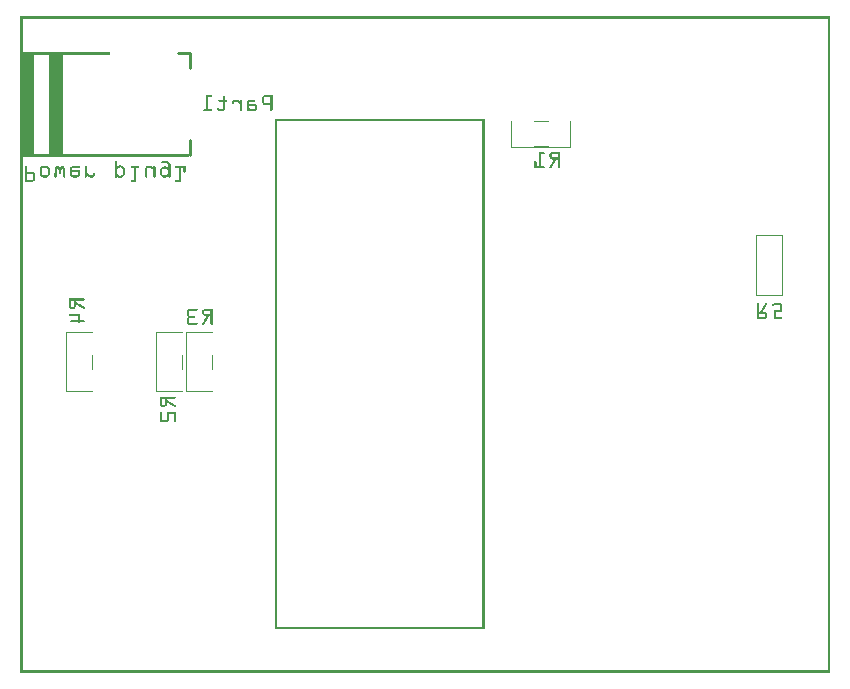
<source format=gbo>
G04 MADE WITH FRITZING*
G04 WWW.FRITZING.ORG*
G04 DOUBLE SIDED*
G04 HOLES PLATED*
G04 CONTOUR ON CENTER OF CONTOUR VECTOR*
%ASAXBY*%
%FSLAX23Y23*%
%MOIN*%
%OFA0B0*%
%SFA1.0B1.0*%
%ADD10C,0.010000*%
%ADD11R,0.001000X0.001000*%
%LNSILK0*%
G90*
G70*
G54D10*
X564Y1726D02*
X564Y1776D01*
D02*
X524Y2066D02*
X564Y2066D01*
D02*
X564Y2066D02*
X564Y2016D01*
D02*
X9Y2066D02*
X9Y1726D01*
D02*
X14Y2066D02*
X14Y1726D01*
D02*
X19Y2066D02*
X19Y1726D01*
D02*
X24Y2066D02*
X24Y1726D01*
D02*
X29Y2066D02*
X29Y1726D01*
D02*
X34Y2066D02*
X34Y1726D01*
D02*
X39Y2066D02*
X39Y1726D01*
D02*
X134Y2066D02*
X134Y1726D01*
D02*
X129Y2066D02*
X129Y1726D01*
D02*
X124Y2066D02*
X124Y1726D01*
D02*
X119Y2066D02*
X119Y1726D01*
D02*
X114Y2066D02*
X114Y1726D01*
D02*
X109Y2066D02*
X109Y1726D01*
D02*
X104Y2066D02*
X104Y1726D01*
D02*
X99Y2066D02*
X99Y1726D01*
G54D11*
X0Y2189D02*
X2699Y2189D01*
X0Y2188D02*
X2699Y2188D01*
X0Y2187D02*
X2699Y2187D01*
X0Y2186D02*
X2699Y2186D01*
X0Y2185D02*
X2699Y2185D01*
X0Y2184D02*
X2699Y2184D01*
X0Y2183D02*
X2699Y2183D01*
X0Y2182D02*
X2699Y2182D01*
X0Y2181D02*
X7Y2181D01*
X2692Y2181D02*
X2699Y2181D01*
X0Y2180D02*
X7Y2180D01*
X2692Y2180D02*
X2699Y2180D01*
X0Y2179D02*
X7Y2179D01*
X2692Y2179D02*
X2699Y2179D01*
X0Y2178D02*
X7Y2178D01*
X2692Y2178D02*
X2699Y2178D01*
X0Y2177D02*
X7Y2177D01*
X2692Y2177D02*
X2699Y2177D01*
X0Y2176D02*
X7Y2176D01*
X2692Y2176D02*
X2699Y2176D01*
X0Y2175D02*
X7Y2175D01*
X2692Y2175D02*
X2699Y2175D01*
X0Y2174D02*
X7Y2174D01*
X2692Y2174D02*
X2699Y2174D01*
X0Y2173D02*
X7Y2173D01*
X2692Y2173D02*
X2699Y2173D01*
X0Y2172D02*
X7Y2172D01*
X2692Y2172D02*
X2699Y2172D01*
X0Y2171D02*
X7Y2171D01*
X2692Y2171D02*
X2699Y2171D01*
X0Y2170D02*
X7Y2170D01*
X2692Y2170D02*
X2699Y2170D01*
X0Y2169D02*
X7Y2169D01*
X2692Y2169D02*
X2699Y2169D01*
X0Y2168D02*
X7Y2168D01*
X2692Y2168D02*
X2699Y2168D01*
X0Y2167D02*
X7Y2167D01*
X2692Y2167D02*
X2699Y2167D01*
X0Y2166D02*
X7Y2166D01*
X2692Y2166D02*
X2699Y2166D01*
X0Y2165D02*
X7Y2165D01*
X2692Y2165D02*
X2699Y2165D01*
X0Y2164D02*
X7Y2164D01*
X2692Y2164D02*
X2699Y2164D01*
X0Y2163D02*
X7Y2163D01*
X2692Y2163D02*
X2699Y2163D01*
X0Y2162D02*
X7Y2162D01*
X2692Y2162D02*
X2699Y2162D01*
X0Y2161D02*
X7Y2161D01*
X2692Y2161D02*
X2699Y2161D01*
X0Y2160D02*
X7Y2160D01*
X2692Y2160D02*
X2699Y2160D01*
X0Y2159D02*
X7Y2159D01*
X2692Y2159D02*
X2699Y2159D01*
X0Y2158D02*
X7Y2158D01*
X2692Y2158D02*
X2699Y2158D01*
X0Y2157D02*
X7Y2157D01*
X2692Y2157D02*
X2699Y2157D01*
X0Y2156D02*
X7Y2156D01*
X2692Y2156D02*
X2699Y2156D01*
X0Y2155D02*
X7Y2155D01*
X2692Y2155D02*
X2699Y2155D01*
X0Y2154D02*
X7Y2154D01*
X2692Y2154D02*
X2699Y2154D01*
X0Y2153D02*
X7Y2153D01*
X2692Y2153D02*
X2699Y2153D01*
X0Y2152D02*
X7Y2152D01*
X2692Y2152D02*
X2699Y2152D01*
X0Y2151D02*
X7Y2151D01*
X2692Y2151D02*
X2699Y2151D01*
X0Y2150D02*
X7Y2150D01*
X2692Y2150D02*
X2699Y2150D01*
X0Y2149D02*
X7Y2149D01*
X2692Y2149D02*
X2699Y2149D01*
X0Y2148D02*
X7Y2148D01*
X2692Y2148D02*
X2699Y2148D01*
X0Y2147D02*
X7Y2147D01*
X2692Y2147D02*
X2699Y2147D01*
X0Y2146D02*
X7Y2146D01*
X2692Y2146D02*
X2699Y2146D01*
X0Y2145D02*
X7Y2145D01*
X2692Y2145D02*
X2699Y2145D01*
X0Y2144D02*
X7Y2144D01*
X2692Y2144D02*
X2699Y2144D01*
X0Y2143D02*
X7Y2143D01*
X2692Y2143D02*
X2699Y2143D01*
X0Y2142D02*
X7Y2142D01*
X2692Y2142D02*
X2699Y2142D01*
X0Y2141D02*
X7Y2141D01*
X2692Y2141D02*
X2699Y2141D01*
X0Y2140D02*
X7Y2140D01*
X2692Y2140D02*
X2699Y2140D01*
X0Y2139D02*
X7Y2139D01*
X2692Y2139D02*
X2699Y2139D01*
X0Y2138D02*
X7Y2138D01*
X2692Y2138D02*
X2699Y2138D01*
X0Y2137D02*
X7Y2137D01*
X2692Y2137D02*
X2699Y2137D01*
X0Y2136D02*
X7Y2136D01*
X2692Y2136D02*
X2699Y2136D01*
X0Y2135D02*
X7Y2135D01*
X2692Y2135D02*
X2699Y2135D01*
X0Y2134D02*
X7Y2134D01*
X2692Y2134D02*
X2699Y2134D01*
X0Y2133D02*
X7Y2133D01*
X2692Y2133D02*
X2699Y2133D01*
X0Y2132D02*
X7Y2132D01*
X2692Y2132D02*
X2699Y2132D01*
X0Y2131D02*
X7Y2131D01*
X2692Y2131D02*
X2699Y2131D01*
X0Y2130D02*
X7Y2130D01*
X2692Y2130D02*
X2699Y2130D01*
X0Y2129D02*
X7Y2129D01*
X2692Y2129D02*
X2699Y2129D01*
X0Y2128D02*
X7Y2128D01*
X2692Y2128D02*
X2699Y2128D01*
X0Y2127D02*
X7Y2127D01*
X2692Y2127D02*
X2699Y2127D01*
X0Y2126D02*
X7Y2126D01*
X2692Y2126D02*
X2699Y2126D01*
X0Y2125D02*
X7Y2125D01*
X2692Y2125D02*
X2699Y2125D01*
X0Y2124D02*
X7Y2124D01*
X2692Y2124D02*
X2699Y2124D01*
X0Y2123D02*
X7Y2123D01*
X2692Y2123D02*
X2699Y2123D01*
X0Y2122D02*
X7Y2122D01*
X2692Y2122D02*
X2699Y2122D01*
X0Y2121D02*
X7Y2121D01*
X2692Y2121D02*
X2699Y2121D01*
X0Y2120D02*
X7Y2120D01*
X2692Y2120D02*
X2699Y2120D01*
X0Y2119D02*
X7Y2119D01*
X2692Y2119D02*
X2699Y2119D01*
X0Y2118D02*
X7Y2118D01*
X2692Y2118D02*
X2699Y2118D01*
X0Y2117D02*
X7Y2117D01*
X2692Y2117D02*
X2699Y2117D01*
X0Y2116D02*
X7Y2116D01*
X2692Y2116D02*
X2699Y2116D01*
X0Y2115D02*
X7Y2115D01*
X2692Y2115D02*
X2699Y2115D01*
X0Y2114D02*
X7Y2114D01*
X2692Y2114D02*
X2699Y2114D01*
X0Y2113D02*
X7Y2113D01*
X2692Y2113D02*
X2699Y2113D01*
X0Y2112D02*
X7Y2112D01*
X2692Y2112D02*
X2699Y2112D01*
X0Y2111D02*
X7Y2111D01*
X2692Y2111D02*
X2699Y2111D01*
X0Y2110D02*
X7Y2110D01*
X2692Y2110D02*
X2699Y2110D01*
X0Y2109D02*
X7Y2109D01*
X2692Y2109D02*
X2699Y2109D01*
X0Y2108D02*
X7Y2108D01*
X2692Y2108D02*
X2699Y2108D01*
X0Y2107D02*
X7Y2107D01*
X2692Y2107D02*
X2699Y2107D01*
X0Y2106D02*
X7Y2106D01*
X2692Y2106D02*
X2699Y2106D01*
X0Y2105D02*
X7Y2105D01*
X2692Y2105D02*
X2699Y2105D01*
X0Y2104D02*
X7Y2104D01*
X2692Y2104D02*
X2699Y2104D01*
X0Y2103D02*
X7Y2103D01*
X2692Y2103D02*
X2699Y2103D01*
X0Y2102D02*
X7Y2102D01*
X2692Y2102D02*
X2699Y2102D01*
X0Y2101D02*
X7Y2101D01*
X2692Y2101D02*
X2699Y2101D01*
X0Y2100D02*
X7Y2100D01*
X2692Y2100D02*
X2699Y2100D01*
X0Y2099D02*
X7Y2099D01*
X2692Y2099D02*
X2699Y2099D01*
X0Y2098D02*
X7Y2098D01*
X2692Y2098D02*
X2699Y2098D01*
X0Y2097D02*
X7Y2097D01*
X2692Y2097D02*
X2699Y2097D01*
X0Y2096D02*
X7Y2096D01*
X2692Y2096D02*
X2699Y2096D01*
X0Y2095D02*
X7Y2095D01*
X2692Y2095D02*
X2699Y2095D01*
X0Y2094D02*
X7Y2094D01*
X2692Y2094D02*
X2699Y2094D01*
X0Y2093D02*
X7Y2093D01*
X2692Y2093D02*
X2699Y2093D01*
X0Y2092D02*
X7Y2092D01*
X2692Y2092D02*
X2699Y2092D01*
X0Y2091D02*
X7Y2091D01*
X2692Y2091D02*
X2699Y2091D01*
X0Y2090D02*
X7Y2090D01*
X2692Y2090D02*
X2699Y2090D01*
X0Y2089D02*
X7Y2089D01*
X2692Y2089D02*
X2699Y2089D01*
X0Y2088D02*
X7Y2088D01*
X2692Y2088D02*
X2699Y2088D01*
X0Y2087D02*
X7Y2087D01*
X2692Y2087D02*
X2699Y2087D01*
X0Y2086D02*
X7Y2086D01*
X2692Y2086D02*
X2699Y2086D01*
X0Y2085D02*
X7Y2085D01*
X2692Y2085D02*
X2699Y2085D01*
X0Y2084D02*
X7Y2084D01*
X2692Y2084D02*
X2699Y2084D01*
X0Y2083D02*
X7Y2083D01*
X2692Y2083D02*
X2699Y2083D01*
X0Y2082D02*
X7Y2082D01*
X2692Y2082D02*
X2699Y2082D01*
X0Y2081D02*
X7Y2081D01*
X2692Y2081D02*
X2699Y2081D01*
X0Y2080D02*
X7Y2080D01*
X2692Y2080D02*
X2699Y2080D01*
X0Y2079D02*
X7Y2079D01*
X2692Y2079D02*
X2699Y2079D01*
X0Y2078D02*
X7Y2078D01*
X2692Y2078D02*
X2699Y2078D01*
X0Y2077D02*
X7Y2077D01*
X2692Y2077D02*
X2699Y2077D01*
X0Y2076D02*
X7Y2076D01*
X2692Y2076D02*
X2699Y2076D01*
X0Y2075D02*
X7Y2075D01*
X2692Y2075D02*
X2699Y2075D01*
X0Y2074D02*
X7Y2074D01*
X2692Y2074D02*
X2699Y2074D01*
X0Y2073D02*
X7Y2073D01*
X2692Y2073D02*
X2699Y2073D01*
X0Y2072D02*
X7Y2072D01*
X2692Y2072D02*
X2699Y2072D01*
X0Y2071D02*
X298Y2071D01*
X2692Y2071D02*
X2699Y2071D01*
X0Y2070D02*
X298Y2070D01*
X2692Y2070D02*
X2699Y2070D01*
X0Y2069D02*
X298Y2069D01*
X2692Y2069D02*
X2699Y2069D01*
X0Y2068D02*
X298Y2068D01*
X2692Y2068D02*
X2699Y2068D01*
X0Y2067D02*
X298Y2067D01*
X2692Y2067D02*
X2699Y2067D01*
X0Y2066D02*
X298Y2066D01*
X2692Y2066D02*
X2699Y2066D01*
X0Y2065D02*
X298Y2065D01*
X2692Y2065D02*
X2699Y2065D01*
X0Y2064D02*
X298Y2064D01*
X2692Y2064D02*
X2699Y2064D01*
X0Y2063D02*
X298Y2063D01*
X2692Y2063D02*
X2699Y2063D01*
X0Y2062D02*
X297Y2062D01*
X2692Y2062D02*
X2699Y2062D01*
X0Y2061D02*
X8Y2061D01*
X2692Y2061D02*
X2699Y2061D01*
X0Y2060D02*
X8Y2060D01*
X2692Y2060D02*
X2699Y2060D01*
X0Y2059D02*
X8Y2059D01*
X2692Y2059D02*
X2699Y2059D01*
X0Y2058D02*
X8Y2058D01*
X2692Y2058D02*
X2699Y2058D01*
X0Y2057D02*
X8Y2057D01*
X2692Y2057D02*
X2699Y2057D01*
X0Y2056D02*
X8Y2056D01*
X2692Y2056D02*
X2699Y2056D01*
X0Y2055D02*
X8Y2055D01*
X2692Y2055D02*
X2699Y2055D01*
X0Y2054D02*
X8Y2054D01*
X2692Y2054D02*
X2699Y2054D01*
X0Y2053D02*
X8Y2053D01*
X2692Y2053D02*
X2699Y2053D01*
X0Y2052D02*
X8Y2052D01*
X2692Y2052D02*
X2699Y2052D01*
X0Y2051D02*
X8Y2051D01*
X2692Y2051D02*
X2699Y2051D01*
X0Y2050D02*
X8Y2050D01*
X2692Y2050D02*
X2699Y2050D01*
X0Y2049D02*
X8Y2049D01*
X2692Y2049D02*
X2699Y2049D01*
X0Y2048D02*
X8Y2048D01*
X2692Y2048D02*
X2699Y2048D01*
X0Y2047D02*
X8Y2047D01*
X2692Y2047D02*
X2699Y2047D01*
X0Y2046D02*
X8Y2046D01*
X2692Y2046D02*
X2699Y2046D01*
X0Y2045D02*
X8Y2045D01*
X2692Y2045D02*
X2699Y2045D01*
X0Y2044D02*
X8Y2044D01*
X2692Y2044D02*
X2699Y2044D01*
X0Y2043D02*
X8Y2043D01*
X2692Y2043D02*
X2699Y2043D01*
X0Y2042D02*
X8Y2042D01*
X2692Y2042D02*
X2699Y2042D01*
X0Y2041D02*
X8Y2041D01*
X2692Y2041D02*
X2699Y2041D01*
X0Y2040D02*
X8Y2040D01*
X2692Y2040D02*
X2699Y2040D01*
X0Y2039D02*
X8Y2039D01*
X2692Y2039D02*
X2699Y2039D01*
X0Y2038D02*
X8Y2038D01*
X2692Y2038D02*
X2699Y2038D01*
X0Y2037D02*
X8Y2037D01*
X2692Y2037D02*
X2699Y2037D01*
X0Y2036D02*
X8Y2036D01*
X2692Y2036D02*
X2699Y2036D01*
X0Y2035D02*
X8Y2035D01*
X2692Y2035D02*
X2699Y2035D01*
X0Y2034D02*
X8Y2034D01*
X2692Y2034D02*
X2699Y2034D01*
X0Y2033D02*
X8Y2033D01*
X2692Y2033D02*
X2699Y2033D01*
X0Y2032D02*
X8Y2032D01*
X2692Y2032D02*
X2699Y2032D01*
X0Y2031D02*
X8Y2031D01*
X2692Y2031D02*
X2699Y2031D01*
X0Y2030D02*
X8Y2030D01*
X2692Y2030D02*
X2699Y2030D01*
X0Y2029D02*
X8Y2029D01*
X2692Y2029D02*
X2699Y2029D01*
X0Y2028D02*
X8Y2028D01*
X2692Y2028D02*
X2699Y2028D01*
X0Y2027D02*
X8Y2027D01*
X2692Y2027D02*
X2699Y2027D01*
X0Y2026D02*
X8Y2026D01*
X2692Y2026D02*
X2699Y2026D01*
X0Y2025D02*
X8Y2025D01*
X2692Y2025D02*
X2699Y2025D01*
X0Y2024D02*
X8Y2024D01*
X2692Y2024D02*
X2699Y2024D01*
X0Y2023D02*
X8Y2023D01*
X2692Y2023D02*
X2699Y2023D01*
X0Y2022D02*
X8Y2022D01*
X2692Y2022D02*
X2699Y2022D01*
X0Y2021D02*
X8Y2021D01*
X2692Y2021D02*
X2699Y2021D01*
X0Y2020D02*
X8Y2020D01*
X2692Y2020D02*
X2699Y2020D01*
X0Y2019D02*
X8Y2019D01*
X2692Y2019D02*
X2699Y2019D01*
X0Y2018D02*
X8Y2018D01*
X2692Y2018D02*
X2699Y2018D01*
X0Y2017D02*
X8Y2017D01*
X2692Y2017D02*
X2699Y2017D01*
X0Y2016D02*
X8Y2016D01*
X2692Y2016D02*
X2699Y2016D01*
X0Y2015D02*
X8Y2015D01*
X2692Y2015D02*
X2699Y2015D01*
X0Y2014D02*
X8Y2014D01*
X2692Y2014D02*
X2699Y2014D01*
X0Y2013D02*
X8Y2013D01*
X2692Y2013D02*
X2699Y2013D01*
X0Y2012D02*
X8Y2012D01*
X2692Y2012D02*
X2699Y2012D01*
X0Y2011D02*
X8Y2011D01*
X2692Y2011D02*
X2699Y2011D01*
X0Y2010D02*
X8Y2010D01*
X2692Y2010D02*
X2699Y2010D01*
X0Y2009D02*
X8Y2009D01*
X2692Y2009D02*
X2699Y2009D01*
X0Y2008D02*
X8Y2008D01*
X2692Y2008D02*
X2699Y2008D01*
X0Y2007D02*
X8Y2007D01*
X2692Y2007D02*
X2699Y2007D01*
X0Y2006D02*
X8Y2006D01*
X2692Y2006D02*
X2699Y2006D01*
X0Y2005D02*
X8Y2005D01*
X2692Y2005D02*
X2699Y2005D01*
X0Y2004D02*
X8Y2004D01*
X2692Y2004D02*
X2699Y2004D01*
X0Y2003D02*
X8Y2003D01*
X2692Y2003D02*
X2699Y2003D01*
X0Y2002D02*
X8Y2002D01*
X2692Y2002D02*
X2699Y2002D01*
X0Y2001D02*
X8Y2001D01*
X2692Y2001D02*
X2699Y2001D01*
X0Y2000D02*
X8Y2000D01*
X2692Y2000D02*
X2699Y2000D01*
X0Y1999D02*
X8Y1999D01*
X2692Y1999D02*
X2699Y1999D01*
X0Y1998D02*
X8Y1998D01*
X2692Y1998D02*
X2699Y1998D01*
X0Y1997D02*
X8Y1997D01*
X2692Y1997D02*
X2699Y1997D01*
X0Y1996D02*
X8Y1996D01*
X2692Y1996D02*
X2699Y1996D01*
X0Y1995D02*
X8Y1995D01*
X2692Y1995D02*
X2699Y1995D01*
X0Y1994D02*
X8Y1994D01*
X2692Y1994D02*
X2699Y1994D01*
X0Y1993D02*
X8Y1993D01*
X2692Y1993D02*
X2699Y1993D01*
X0Y1992D02*
X8Y1992D01*
X2692Y1992D02*
X2699Y1992D01*
X0Y1991D02*
X8Y1991D01*
X2692Y1991D02*
X2699Y1991D01*
X0Y1990D02*
X8Y1990D01*
X2692Y1990D02*
X2699Y1990D01*
X0Y1989D02*
X8Y1989D01*
X2692Y1989D02*
X2699Y1989D01*
X0Y1988D02*
X8Y1988D01*
X2692Y1988D02*
X2699Y1988D01*
X0Y1987D02*
X8Y1987D01*
X2692Y1987D02*
X2699Y1987D01*
X0Y1986D02*
X8Y1986D01*
X2692Y1986D02*
X2699Y1986D01*
X0Y1985D02*
X8Y1985D01*
X2692Y1985D02*
X2699Y1985D01*
X0Y1984D02*
X8Y1984D01*
X2692Y1984D02*
X2699Y1984D01*
X0Y1983D02*
X8Y1983D01*
X2692Y1983D02*
X2699Y1983D01*
X0Y1982D02*
X8Y1982D01*
X2692Y1982D02*
X2699Y1982D01*
X0Y1981D02*
X8Y1981D01*
X2692Y1981D02*
X2699Y1981D01*
X0Y1980D02*
X8Y1980D01*
X2692Y1980D02*
X2699Y1980D01*
X0Y1979D02*
X8Y1979D01*
X2692Y1979D02*
X2699Y1979D01*
X0Y1978D02*
X8Y1978D01*
X2692Y1978D02*
X2699Y1978D01*
X0Y1977D02*
X8Y1977D01*
X2692Y1977D02*
X2699Y1977D01*
X0Y1976D02*
X8Y1976D01*
X2692Y1976D02*
X2699Y1976D01*
X0Y1975D02*
X8Y1975D01*
X2692Y1975D02*
X2699Y1975D01*
X0Y1974D02*
X8Y1974D01*
X2692Y1974D02*
X2699Y1974D01*
X0Y1973D02*
X8Y1973D01*
X2692Y1973D02*
X2699Y1973D01*
X0Y1972D02*
X8Y1972D01*
X2692Y1972D02*
X2699Y1972D01*
X0Y1971D02*
X8Y1971D01*
X2692Y1971D02*
X2699Y1971D01*
X0Y1970D02*
X8Y1970D01*
X2692Y1970D02*
X2699Y1970D01*
X0Y1969D02*
X8Y1969D01*
X2692Y1969D02*
X2699Y1969D01*
X0Y1968D02*
X8Y1968D01*
X2692Y1968D02*
X2699Y1968D01*
X0Y1967D02*
X8Y1967D01*
X2692Y1967D02*
X2699Y1967D01*
X0Y1966D02*
X8Y1966D01*
X2692Y1966D02*
X2699Y1966D01*
X0Y1965D02*
X8Y1965D01*
X2692Y1965D02*
X2699Y1965D01*
X0Y1964D02*
X8Y1964D01*
X2692Y1964D02*
X2699Y1964D01*
X0Y1963D02*
X8Y1963D01*
X2692Y1963D02*
X2699Y1963D01*
X0Y1962D02*
X8Y1962D01*
X2692Y1962D02*
X2699Y1962D01*
X0Y1961D02*
X8Y1961D01*
X2692Y1961D02*
X2699Y1961D01*
X0Y1960D02*
X8Y1960D01*
X2692Y1960D02*
X2699Y1960D01*
X0Y1959D02*
X8Y1959D01*
X2692Y1959D02*
X2699Y1959D01*
X0Y1958D02*
X8Y1958D01*
X2692Y1958D02*
X2699Y1958D01*
X0Y1957D02*
X8Y1957D01*
X2692Y1957D02*
X2699Y1957D01*
X0Y1956D02*
X8Y1956D01*
X2692Y1956D02*
X2699Y1956D01*
X0Y1955D02*
X8Y1955D01*
X2692Y1955D02*
X2699Y1955D01*
X0Y1954D02*
X8Y1954D01*
X2692Y1954D02*
X2699Y1954D01*
X0Y1953D02*
X8Y1953D01*
X2692Y1953D02*
X2699Y1953D01*
X0Y1952D02*
X8Y1952D01*
X2692Y1952D02*
X2699Y1952D01*
X0Y1951D02*
X8Y1951D01*
X2692Y1951D02*
X2699Y1951D01*
X0Y1950D02*
X8Y1950D01*
X2692Y1950D02*
X2699Y1950D01*
X0Y1949D02*
X8Y1949D01*
X2692Y1949D02*
X2699Y1949D01*
X0Y1948D02*
X8Y1948D01*
X2692Y1948D02*
X2699Y1948D01*
X0Y1947D02*
X8Y1947D01*
X2692Y1947D02*
X2699Y1947D01*
X0Y1946D02*
X8Y1946D01*
X2692Y1946D02*
X2699Y1946D01*
X0Y1945D02*
X8Y1945D01*
X2692Y1945D02*
X2699Y1945D01*
X0Y1944D02*
X8Y1944D01*
X2692Y1944D02*
X2699Y1944D01*
X0Y1943D02*
X8Y1943D01*
X2692Y1943D02*
X2699Y1943D01*
X0Y1942D02*
X8Y1942D01*
X2692Y1942D02*
X2699Y1942D01*
X0Y1941D02*
X8Y1941D01*
X2692Y1941D02*
X2699Y1941D01*
X0Y1940D02*
X8Y1940D01*
X2692Y1940D02*
X2699Y1940D01*
X0Y1939D02*
X8Y1939D01*
X2692Y1939D02*
X2699Y1939D01*
X0Y1938D02*
X8Y1938D01*
X2692Y1938D02*
X2699Y1938D01*
X0Y1937D02*
X8Y1937D01*
X2692Y1937D02*
X2699Y1937D01*
X0Y1936D02*
X8Y1936D01*
X2692Y1936D02*
X2699Y1936D01*
X0Y1935D02*
X8Y1935D01*
X2692Y1935D02*
X2699Y1935D01*
X0Y1934D02*
X8Y1934D01*
X2692Y1934D02*
X2699Y1934D01*
X0Y1933D02*
X8Y1933D01*
X2692Y1933D02*
X2699Y1933D01*
X0Y1932D02*
X8Y1932D01*
X2692Y1932D02*
X2699Y1932D01*
X0Y1931D02*
X8Y1931D01*
X2692Y1931D02*
X2699Y1931D01*
X0Y1930D02*
X8Y1930D01*
X2692Y1930D02*
X2699Y1930D01*
X0Y1929D02*
X8Y1929D01*
X2692Y1929D02*
X2699Y1929D01*
X0Y1928D02*
X8Y1928D01*
X2692Y1928D02*
X2699Y1928D01*
X0Y1927D02*
X8Y1927D01*
X2692Y1927D02*
X2699Y1927D01*
X0Y1926D02*
X8Y1926D01*
X619Y1926D02*
X637Y1926D01*
X813Y1926D02*
X839Y1926D01*
X2692Y1926D02*
X2699Y1926D01*
X0Y1925D02*
X8Y1925D01*
X619Y1925D02*
X638Y1925D01*
X811Y1925D02*
X840Y1925D01*
X2692Y1925D02*
X2699Y1925D01*
X0Y1924D02*
X8Y1924D01*
X619Y1924D02*
X639Y1924D01*
X810Y1924D02*
X840Y1924D01*
X2692Y1924D02*
X2699Y1924D01*
X0Y1923D02*
X8Y1923D01*
X619Y1923D02*
X639Y1923D01*
X678Y1923D02*
X680Y1923D01*
X809Y1923D02*
X840Y1923D01*
X2692Y1923D02*
X2699Y1923D01*
X0Y1922D02*
X8Y1922D01*
X619Y1922D02*
X639Y1922D01*
X677Y1922D02*
X681Y1922D01*
X808Y1922D02*
X840Y1922D01*
X2692Y1922D02*
X2699Y1922D01*
X0Y1921D02*
X8Y1921D01*
X619Y1921D02*
X638Y1921D01*
X676Y1921D02*
X682Y1921D01*
X807Y1921D02*
X840Y1921D01*
X2692Y1921D02*
X2699Y1921D01*
X0Y1920D02*
X8Y1920D01*
X619Y1920D02*
X637Y1920D01*
X676Y1920D02*
X682Y1920D01*
X807Y1920D02*
X840Y1920D01*
X2692Y1920D02*
X2699Y1920D01*
X0Y1919D02*
X8Y1919D01*
X619Y1919D02*
X625Y1919D01*
X676Y1919D02*
X682Y1919D01*
X806Y1919D02*
X814Y1919D01*
X833Y1919D02*
X840Y1919D01*
X2692Y1919D02*
X2699Y1919D01*
X0Y1918D02*
X8Y1918D01*
X619Y1918D02*
X625Y1918D01*
X676Y1918D02*
X682Y1918D01*
X806Y1918D02*
X813Y1918D01*
X833Y1918D02*
X840Y1918D01*
X2692Y1918D02*
X2699Y1918D01*
X0Y1917D02*
X8Y1917D01*
X619Y1917D02*
X625Y1917D01*
X676Y1917D02*
X682Y1917D01*
X806Y1917D02*
X812Y1917D01*
X833Y1917D02*
X840Y1917D01*
X2692Y1917D02*
X2699Y1917D01*
X0Y1916D02*
X8Y1916D01*
X619Y1916D02*
X625Y1916D01*
X676Y1916D02*
X682Y1916D01*
X806Y1916D02*
X812Y1916D01*
X833Y1916D02*
X840Y1916D01*
X2692Y1916D02*
X2699Y1916D01*
X0Y1915D02*
X8Y1915D01*
X619Y1915D02*
X625Y1915D01*
X676Y1915D02*
X682Y1915D01*
X806Y1915D02*
X812Y1915D01*
X833Y1915D02*
X840Y1915D01*
X2692Y1915D02*
X2699Y1915D01*
X0Y1914D02*
X8Y1914D01*
X619Y1914D02*
X625Y1914D01*
X676Y1914D02*
X682Y1914D01*
X806Y1914D02*
X812Y1914D01*
X833Y1914D02*
X840Y1914D01*
X2692Y1914D02*
X2699Y1914D01*
X0Y1913D02*
X8Y1913D01*
X619Y1913D02*
X625Y1913D01*
X676Y1913D02*
X682Y1913D01*
X806Y1913D02*
X812Y1913D01*
X833Y1913D02*
X840Y1913D01*
X2692Y1913D02*
X2699Y1913D01*
X0Y1912D02*
X8Y1912D01*
X619Y1912D02*
X625Y1912D01*
X676Y1912D02*
X682Y1912D01*
X806Y1912D02*
X812Y1912D01*
X833Y1912D02*
X840Y1912D01*
X2692Y1912D02*
X2699Y1912D01*
X0Y1911D02*
X8Y1911D01*
X619Y1911D02*
X625Y1911D01*
X660Y1911D02*
X688Y1911D01*
X712Y1911D02*
X724Y1911D01*
X735Y1911D02*
X738Y1911D01*
X763Y1911D02*
X781Y1911D01*
X806Y1911D02*
X812Y1911D01*
X833Y1911D02*
X840Y1911D01*
X2692Y1911D02*
X2699Y1911D01*
X0Y1910D02*
X8Y1910D01*
X619Y1910D02*
X625Y1910D01*
X659Y1910D02*
X688Y1910D01*
X710Y1910D02*
X725Y1910D01*
X734Y1910D02*
X739Y1910D01*
X761Y1910D02*
X782Y1910D01*
X806Y1910D02*
X812Y1910D01*
X833Y1910D02*
X840Y1910D01*
X2692Y1910D02*
X2699Y1910D01*
X0Y1909D02*
X8Y1909D01*
X619Y1909D02*
X625Y1909D01*
X659Y1909D02*
X689Y1909D01*
X709Y1909D02*
X726Y1909D01*
X733Y1909D02*
X739Y1909D01*
X760Y1909D02*
X782Y1909D01*
X806Y1909D02*
X812Y1909D01*
X833Y1909D02*
X840Y1909D01*
X2692Y1909D02*
X2699Y1909D01*
X0Y1908D02*
X8Y1908D01*
X619Y1908D02*
X625Y1908D01*
X659Y1908D02*
X689Y1908D01*
X708Y1908D02*
X728Y1908D01*
X733Y1908D02*
X739Y1908D01*
X759Y1908D02*
X782Y1908D01*
X806Y1908D02*
X812Y1908D01*
X833Y1908D02*
X840Y1908D01*
X2692Y1908D02*
X2699Y1908D01*
X0Y1907D02*
X8Y1907D01*
X619Y1907D02*
X625Y1907D01*
X659Y1907D02*
X689Y1907D01*
X707Y1907D02*
X729Y1907D01*
X733Y1907D02*
X739Y1907D01*
X758Y1907D02*
X782Y1907D01*
X806Y1907D02*
X812Y1907D01*
X833Y1907D02*
X840Y1907D01*
X2692Y1907D02*
X2699Y1907D01*
X0Y1906D02*
X8Y1906D01*
X619Y1906D02*
X625Y1906D01*
X660Y1906D02*
X688Y1906D01*
X707Y1906D02*
X730Y1906D01*
X733Y1906D02*
X739Y1906D01*
X758Y1906D02*
X782Y1906D01*
X806Y1906D02*
X812Y1906D01*
X833Y1906D02*
X840Y1906D01*
X2692Y1906D02*
X2699Y1906D01*
X0Y1905D02*
X8Y1905D01*
X619Y1905D02*
X625Y1905D01*
X661Y1905D02*
X687Y1905D01*
X706Y1905D02*
X731Y1905D01*
X733Y1905D02*
X739Y1905D01*
X757Y1905D02*
X780Y1905D01*
X806Y1905D02*
X812Y1905D01*
X833Y1905D02*
X840Y1905D01*
X2692Y1905D02*
X2699Y1905D01*
X0Y1904D02*
X8Y1904D01*
X619Y1904D02*
X625Y1904D01*
X676Y1904D02*
X682Y1904D01*
X706Y1904D02*
X713Y1904D01*
X722Y1904D02*
X739Y1904D01*
X757Y1904D02*
X764Y1904D01*
X806Y1904D02*
X812Y1904D01*
X833Y1904D02*
X840Y1904D01*
X2692Y1904D02*
X2699Y1904D01*
X0Y1903D02*
X8Y1903D01*
X619Y1903D02*
X625Y1903D01*
X676Y1903D02*
X682Y1903D01*
X706Y1903D02*
X712Y1903D01*
X724Y1903D02*
X739Y1903D01*
X757Y1903D02*
X763Y1903D01*
X806Y1903D02*
X812Y1903D01*
X833Y1903D02*
X840Y1903D01*
X2692Y1903D02*
X2699Y1903D01*
X0Y1902D02*
X8Y1902D01*
X619Y1902D02*
X625Y1902D01*
X676Y1902D02*
X682Y1902D01*
X706Y1902D02*
X712Y1902D01*
X725Y1902D02*
X739Y1902D01*
X757Y1902D02*
X763Y1902D01*
X806Y1902D02*
X812Y1902D01*
X833Y1902D02*
X840Y1902D01*
X2692Y1902D02*
X2699Y1902D01*
X0Y1901D02*
X8Y1901D01*
X619Y1901D02*
X625Y1901D01*
X676Y1901D02*
X682Y1901D01*
X706Y1901D02*
X712Y1901D01*
X726Y1901D02*
X739Y1901D01*
X757Y1901D02*
X763Y1901D01*
X806Y1901D02*
X813Y1901D01*
X833Y1901D02*
X840Y1901D01*
X2692Y1901D02*
X2699Y1901D01*
X0Y1900D02*
X8Y1900D01*
X619Y1900D02*
X625Y1900D01*
X676Y1900D02*
X682Y1900D01*
X706Y1900D02*
X712Y1900D01*
X727Y1900D02*
X739Y1900D01*
X757Y1900D02*
X763Y1900D01*
X807Y1900D02*
X815Y1900D01*
X833Y1900D02*
X840Y1900D01*
X2692Y1900D02*
X2699Y1900D01*
X0Y1899D02*
X8Y1899D01*
X619Y1899D02*
X625Y1899D01*
X676Y1899D02*
X682Y1899D01*
X706Y1899D02*
X711Y1899D01*
X728Y1899D02*
X739Y1899D01*
X757Y1899D02*
X763Y1899D01*
X807Y1899D02*
X840Y1899D01*
X2692Y1899D02*
X2699Y1899D01*
X0Y1898D02*
X8Y1898D01*
X619Y1898D02*
X625Y1898D01*
X676Y1898D02*
X682Y1898D01*
X706Y1898D02*
X711Y1898D01*
X729Y1898D02*
X739Y1898D01*
X757Y1898D02*
X763Y1898D01*
X808Y1898D02*
X840Y1898D01*
X2692Y1898D02*
X2699Y1898D01*
X0Y1897D02*
X8Y1897D01*
X619Y1897D02*
X625Y1897D01*
X676Y1897D02*
X682Y1897D01*
X707Y1897D02*
X711Y1897D01*
X731Y1897D02*
X739Y1897D01*
X756Y1897D02*
X763Y1897D01*
X766Y1897D02*
X779Y1897D01*
X808Y1897D02*
X840Y1897D01*
X2692Y1897D02*
X2699Y1897D01*
X0Y1896D02*
X8Y1896D01*
X619Y1896D02*
X625Y1896D01*
X676Y1896D02*
X682Y1896D01*
X732Y1896D02*
X739Y1896D01*
X756Y1896D02*
X783Y1896D01*
X809Y1896D02*
X840Y1896D01*
X2692Y1896D02*
X2699Y1896D01*
X0Y1895D02*
X8Y1895D01*
X619Y1895D02*
X625Y1895D01*
X676Y1895D02*
X682Y1895D01*
X733Y1895D02*
X739Y1895D01*
X756Y1895D02*
X785Y1895D01*
X810Y1895D02*
X840Y1895D01*
X2692Y1895D02*
X2699Y1895D01*
X0Y1894D02*
X8Y1894D01*
X619Y1894D02*
X625Y1894D01*
X676Y1894D02*
X682Y1894D01*
X733Y1894D02*
X739Y1894D01*
X756Y1894D02*
X786Y1894D01*
X812Y1894D02*
X840Y1894D01*
X2692Y1894D02*
X2699Y1894D01*
X0Y1893D02*
X8Y1893D01*
X619Y1893D02*
X625Y1893D01*
X676Y1893D02*
X682Y1893D01*
X733Y1893D02*
X739Y1893D01*
X756Y1893D02*
X787Y1893D01*
X816Y1893D02*
X840Y1893D01*
X2692Y1893D02*
X2699Y1893D01*
X0Y1892D02*
X8Y1892D01*
X619Y1892D02*
X625Y1892D01*
X676Y1892D02*
X682Y1892D01*
X733Y1892D02*
X739Y1892D01*
X756Y1892D02*
X788Y1892D01*
X833Y1892D02*
X840Y1892D01*
X2692Y1892D02*
X2699Y1892D01*
X0Y1891D02*
X8Y1891D01*
X619Y1891D02*
X625Y1891D01*
X676Y1891D02*
X682Y1891D01*
X733Y1891D02*
X739Y1891D01*
X756Y1891D02*
X788Y1891D01*
X833Y1891D02*
X840Y1891D01*
X2692Y1891D02*
X2699Y1891D01*
X0Y1890D02*
X8Y1890D01*
X619Y1890D02*
X625Y1890D01*
X676Y1890D02*
X682Y1890D01*
X733Y1890D02*
X739Y1890D01*
X756Y1890D02*
X766Y1890D01*
X780Y1890D02*
X789Y1890D01*
X833Y1890D02*
X840Y1890D01*
X2692Y1890D02*
X2699Y1890D01*
X0Y1889D02*
X8Y1889D01*
X619Y1889D02*
X625Y1889D01*
X676Y1889D02*
X682Y1889D01*
X733Y1889D02*
X739Y1889D01*
X756Y1889D02*
X763Y1889D01*
X782Y1889D02*
X789Y1889D01*
X833Y1889D02*
X840Y1889D01*
X2692Y1889D02*
X2699Y1889D01*
X0Y1888D02*
X8Y1888D01*
X619Y1888D02*
X625Y1888D01*
X676Y1888D02*
X682Y1888D01*
X733Y1888D02*
X739Y1888D01*
X756Y1888D02*
X763Y1888D01*
X783Y1888D02*
X789Y1888D01*
X833Y1888D02*
X840Y1888D01*
X2692Y1888D02*
X2699Y1888D01*
X0Y1887D02*
X8Y1887D01*
X619Y1887D02*
X625Y1887D01*
X676Y1887D02*
X682Y1887D01*
X733Y1887D02*
X739Y1887D01*
X756Y1887D02*
X762Y1887D01*
X783Y1887D02*
X789Y1887D01*
X833Y1887D02*
X840Y1887D01*
X2692Y1887D02*
X2699Y1887D01*
X0Y1886D02*
X8Y1886D01*
X619Y1886D02*
X625Y1886D01*
X676Y1886D02*
X682Y1886D01*
X733Y1886D02*
X739Y1886D01*
X756Y1886D02*
X762Y1886D01*
X783Y1886D02*
X789Y1886D01*
X833Y1886D02*
X840Y1886D01*
X2692Y1886D02*
X2699Y1886D01*
X0Y1885D02*
X8Y1885D01*
X619Y1885D02*
X625Y1885D01*
X658Y1885D02*
X659Y1885D01*
X676Y1885D02*
X682Y1885D01*
X733Y1885D02*
X739Y1885D01*
X756Y1885D02*
X762Y1885D01*
X783Y1885D02*
X789Y1885D01*
X833Y1885D02*
X840Y1885D01*
X2692Y1885D02*
X2699Y1885D01*
X0Y1884D02*
X8Y1884D01*
X619Y1884D02*
X625Y1884D01*
X656Y1884D02*
X660Y1884D01*
X676Y1884D02*
X682Y1884D01*
X733Y1884D02*
X739Y1884D01*
X756Y1884D02*
X762Y1884D01*
X783Y1884D02*
X789Y1884D01*
X833Y1884D02*
X840Y1884D01*
X2692Y1884D02*
X2699Y1884D01*
X0Y1883D02*
X8Y1883D01*
X619Y1883D02*
X625Y1883D01*
X656Y1883D02*
X661Y1883D01*
X676Y1883D02*
X682Y1883D01*
X733Y1883D02*
X739Y1883D01*
X756Y1883D02*
X763Y1883D01*
X783Y1883D02*
X789Y1883D01*
X833Y1883D02*
X840Y1883D01*
X2692Y1883D02*
X2699Y1883D01*
X0Y1882D02*
X8Y1882D01*
X619Y1882D02*
X625Y1882D01*
X655Y1882D02*
X661Y1882D01*
X676Y1882D02*
X682Y1882D01*
X733Y1882D02*
X739Y1882D01*
X756Y1882D02*
X765Y1882D01*
X783Y1882D02*
X789Y1882D01*
X833Y1882D02*
X840Y1882D01*
X2692Y1882D02*
X2699Y1882D01*
X0Y1881D02*
X8Y1881D01*
X619Y1881D02*
X625Y1881D01*
X655Y1881D02*
X662Y1881D01*
X676Y1881D02*
X682Y1881D01*
X733Y1881D02*
X739Y1881D01*
X756Y1881D02*
X767Y1881D01*
X783Y1881D02*
X789Y1881D01*
X833Y1881D02*
X840Y1881D01*
X2692Y1881D02*
X2699Y1881D01*
X0Y1880D02*
X8Y1880D01*
X611Y1880D02*
X611Y1880D01*
X619Y1880D02*
X625Y1880D01*
X656Y1880D02*
X663Y1880D01*
X675Y1880D02*
X682Y1880D01*
X733Y1880D02*
X739Y1880D01*
X756Y1880D02*
X768Y1880D01*
X782Y1880D02*
X789Y1880D01*
X833Y1880D02*
X840Y1880D01*
X2692Y1880D02*
X2699Y1880D01*
X0Y1879D02*
X8Y1879D01*
X611Y1879D02*
X637Y1879D01*
X656Y1879D02*
X681Y1879D01*
X733Y1879D02*
X739Y1879D01*
X756Y1879D02*
X789Y1879D01*
X833Y1879D02*
X840Y1879D01*
X2692Y1879D02*
X2699Y1879D01*
X0Y1878D02*
X8Y1878D01*
X611Y1878D02*
X638Y1878D01*
X657Y1878D02*
X681Y1878D01*
X733Y1878D02*
X739Y1878D01*
X756Y1878D02*
X788Y1878D01*
X833Y1878D02*
X840Y1878D01*
X2692Y1878D02*
X2699Y1878D01*
X0Y1877D02*
X8Y1877D01*
X611Y1877D02*
X638Y1877D01*
X657Y1877D02*
X680Y1877D01*
X733Y1877D02*
X739Y1877D01*
X756Y1877D02*
X788Y1877D01*
X833Y1877D02*
X840Y1877D01*
X2692Y1877D02*
X2699Y1877D01*
X0Y1876D02*
X8Y1876D01*
X610Y1876D02*
X639Y1876D01*
X658Y1876D02*
X679Y1876D01*
X733Y1876D02*
X739Y1876D01*
X756Y1876D02*
X787Y1876D01*
X833Y1876D02*
X839Y1876D01*
X2692Y1876D02*
X2699Y1876D01*
X0Y1875D02*
X8Y1875D01*
X610Y1875D02*
X639Y1875D01*
X659Y1875D02*
X679Y1875D01*
X733Y1875D02*
X739Y1875D01*
X756Y1875D02*
X762Y1875D01*
X764Y1875D02*
X786Y1875D01*
X834Y1875D02*
X839Y1875D01*
X2692Y1875D02*
X2699Y1875D01*
X0Y1874D02*
X8Y1874D01*
X610Y1874D02*
X638Y1874D01*
X660Y1874D02*
X677Y1874D01*
X734Y1874D02*
X739Y1874D01*
X756Y1874D02*
X761Y1874D01*
X766Y1874D02*
X785Y1874D01*
X834Y1874D02*
X839Y1874D01*
X2692Y1874D02*
X2699Y1874D01*
X0Y1873D02*
X8Y1873D01*
X610Y1873D02*
X637Y1873D01*
X662Y1873D02*
X675Y1873D01*
X735Y1873D02*
X738Y1873D01*
X757Y1873D02*
X760Y1873D01*
X768Y1873D02*
X783Y1873D01*
X835Y1873D02*
X838Y1873D01*
X2692Y1873D02*
X2699Y1873D01*
X0Y1872D02*
X8Y1872D01*
X2692Y1872D02*
X2699Y1872D01*
X0Y1871D02*
X8Y1871D01*
X2692Y1871D02*
X2699Y1871D01*
X0Y1870D02*
X8Y1870D01*
X2692Y1870D02*
X2699Y1870D01*
X0Y1869D02*
X8Y1869D01*
X2692Y1869D02*
X2699Y1869D01*
X0Y1868D02*
X8Y1868D01*
X2692Y1868D02*
X2699Y1868D01*
X0Y1867D02*
X8Y1867D01*
X2692Y1867D02*
X2699Y1867D01*
X0Y1866D02*
X8Y1866D01*
X2692Y1866D02*
X2699Y1866D01*
X0Y1865D02*
X8Y1865D01*
X2692Y1865D02*
X2699Y1865D01*
X0Y1864D02*
X8Y1864D01*
X2692Y1864D02*
X2699Y1864D01*
X0Y1863D02*
X8Y1863D01*
X2692Y1863D02*
X2699Y1863D01*
X0Y1862D02*
X8Y1862D01*
X2692Y1862D02*
X2699Y1862D01*
X0Y1861D02*
X8Y1861D01*
X2692Y1861D02*
X2699Y1861D01*
X0Y1860D02*
X8Y1860D01*
X2692Y1860D02*
X2699Y1860D01*
X0Y1859D02*
X8Y1859D01*
X2692Y1859D02*
X2699Y1859D01*
X0Y1858D02*
X8Y1858D01*
X2692Y1858D02*
X2699Y1858D01*
X0Y1857D02*
X8Y1857D01*
X2692Y1857D02*
X2699Y1857D01*
X0Y1856D02*
X8Y1856D01*
X2692Y1856D02*
X2699Y1856D01*
X0Y1855D02*
X8Y1855D01*
X2692Y1855D02*
X2699Y1855D01*
X0Y1854D02*
X8Y1854D01*
X2692Y1854D02*
X2699Y1854D01*
X0Y1853D02*
X8Y1853D01*
X2692Y1853D02*
X2699Y1853D01*
X0Y1852D02*
X8Y1852D01*
X2692Y1852D02*
X2699Y1852D01*
X0Y1851D02*
X8Y1851D01*
X2692Y1851D02*
X2699Y1851D01*
X0Y1850D02*
X8Y1850D01*
X2692Y1850D02*
X2699Y1850D01*
X0Y1849D02*
X8Y1849D01*
X2692Y1849D02*
X2699Y1849D01*
X0Y1848D02*
X8Y1848D01*
X2692Y1848D02*
X2699Y1848D01*
X0Y1847D02*
X8Y1847D01*
X2692Y1847D02*
X2699Y1847D01*
X0Y1846D02*
X8Y1846D01*
X848Y1846D02*
X1547Y1846D01*
X2692Y1846D02*
X2699Y1846D01*
X0Y1845D02*
X8Y1845D01*
X848Y1845D02*
X1547Y1845D01*
X2692Y1845D02*
X2699Y1845D01*
X0Y1844D02*
X8Y1844D01*
X848Y1844D02*
X1547Y1844D01*
X2692Y1844D02*
X2699Y1844D01*
X0Y1843D02*
X8Y1843D01*
X848Y1843D02*
X1547Y1843D01*
X2692Y1843D02*
X2699Y1843D01*
X0Y1842D02*
X8Y1842D01*
X848Y1842D02*
X1547Y1842D01*
X2692Y1842D02*
X2699Y1842D01*
X0Y1841D02*
X8Y1841D01*
X848Y1841D02*
X1547Y1841D01*
X1637Y1841D02*
X1836Y1841D01*
X2692Y1841D02*
X2699Y1841D01*
X0Y1840D02*
X8Y1840D01*
X848Y1840D02*
X1547Y1840D01*
X1637Y1840D02*
X1836Y1840D01*
X2692Y1840D02*
X2699Y1840D01*
X0Y1839D02*
X8Y1839D01*
X848Y1839D02*
X1547Y1839D01*
X1637Y1839D02*
X1639Y1839D01*
X1712Y1839D02*
X1761Y1839D01*
X1834Y1839D02*
X1836Y1839D01*
X2692Y1839D02*
X2699Y1839D01*
X0Y1838D02*
X8Y1838D01*
X848Y1838D02*
X855Y1838D01*
X1540Y1838D02*
X1547Y1838D01*
X1637Y1838D02*
X1639Y1838D01*
X1712Y1838D02*
X1761Y1838D01*
X1834Y1838D02*
X1836Y1838D01*
X2692Y1838D02*
X2699Y1838D01*
X0Y1837D02*
X8Y1837D01*
X848Y1837D02*
X855Y1837D01*
X1540Y1837D02*
X1547Y1837D01*
X1637Y1837D02*
X1639Y1837D01*
X1834Y1837D02*
X1836Y1837D01*
X2692Y1837D02*
X2699Y1837D01*
X0Y1836D02*
X8Y1836D01*
X848Y1836D02*
X855Y1836D01*
X1540Y1836D02*
X1547Y1836D01*
X1637Y1836D02*
X1639Y1836D01*
X1834Y1836D02*
X1836Y1836D01*
X2692Y1836D02*
X2699Y1836D01*
X0Y1835D02*
X8Y1835D01*
X848Y1835D02*
X855Y1835D01*
X1540Y1835D02*
X1547Y1835D01*
X1637Y1835D02*
X1639Y1835D01*
X1834Y1835D02*
X1836Y1835D01*
X2692Y1835D02*
X2699Y1835D01*
X0Y1834D02*
X8Y1834D01*
X848Y1834D02*
X855Y1834D01*
X1540Y1834D02*
X1547Y1834D01*
X1637Y1834D02*
X1639Y1834D01*
X1834Y1834D02*
X1836Y1834D01*
X2692Y1834D02*
X2699Y1834D01*
X0Y1833D02*
X8Y1833D01*
X848Y1833D02*
X855Y1833D01*
X1540Y1833D02*
X1547Y1833D01*
X1637Y1833D02*
X1639Y1833D01*
X1834Y1833D02*
X1836Y1833D01*
X2692Y1833D02*
X2699Y1833D01*
X0Y1832D02*
X8Y1832D01*
X848Y1832D02*
X855Y1832D01*
X1540Y1832D02*
X1547Y1832D01*
X1637Y1832D02*
X1639Y1832D01*
X1834Y1832D02*
X1836Y1832D01*
X2692Y1832D02*
X2699Y1832D01*
X0Y1831D02*
X8Y1831D01*
X848Y1831D02*
X855Y1831D01*
X1540Y1831D02*
X1547Y1831D01*
X1637Y1831D02*
X1639Y1831D01*
X1834Y1831D02*
X1836Y1831D01*
X2692Y1831D02*
X2699Y1831D01*
X0Y1830D02*
X8Y1830D01*
X848Y1830D02*
X855Y1830D01*
X1540Y1830D02*
X1547Y1830D01*
X1637Y1830D02*
X1639Y1830D01*
X1834Y1830D02*
X1836Y1830D01*
X2692Y1830D02*
X2699Y1830D01*
X0Y1829D02*
X8Y1829D01*
X848Y1829D02*
X855Y1829D01*
X1540Y1829D02*
X1547Y1829D01*
X1637Y1829D02*
X1639Y1829D01*
X1834Y1829D02*
X1836Y1829D01*
X2692Y1829D02*
X2699Y1829D01*
X0Y1828D02*
X8Y1828D01*
X848Y1828D02*
X855Y1828D01*
X1540Y1828D02*
X1547Y1828D01*
X1637Y1828D02*
X1639Y1828D01*
X1834Y1828D02*
X1836Y1828D01*
X2692Y1828D02*
X2699Y1828D01*
X0Y1827D02*
X8Y1827D01*
X848Y1827D02*
X855Y1827D01*
X1540Y1827D02*
X1547Y1827D01*
X1637Y1827D02*
X1639Y1827D01*
X1834Y1827D02*
X1836Y1827D01*
X2692Y1827D02*
X2699Y1827D01*
X0Y1826D02*
X8Y1826D01*
X848Y1826D02*
X855Y1826D01*
X1540Y1826D02*
X1547Y1826D01*
X1637Y1826D02*
X1639Y1826D01*
X1834Y1826D02*
X1836Y1826D01*
X2692Y1826D02*
X2699Y1826D01*
X0Y1825D02*
X8Y1825D01*
X848Y1825D02*
X855Y1825D01*
X1540Y1825D02*
X1547Y1825D01*
X1637Y1825D02*
X1639Y1825D01*
X1834Y1825D02*
X1836Y1825D01*
X2692Y1825D02*
X2699Y1825D01*
X0Y1824D02*
X8Y1824D01*
X848Y1824D02*
X855Y1824D01*
X1540Y1824D02*
X1547Y1824D01*
X1637Y1824D02*
X1639Y1824D01*
X1834Y1824D02*
X1836Y1824D01*
X2692Y1824D02*
X2699Y1824D01*
X0Y1823D02*
X8Y1823D01*
X848Y1823D02*
X855Y1823D01*
X1540Y1823D02*
X1547Y1823D01*
X1637Y1823D02*
X1639Y1823D01*
X1834Y1823D02*
X1836Y1823D01*
X2692Y1823D02*
X2699Y1823D01*
X0Y1822D02*
X8Y1822D01*
X848Y1822D02*
X855Y1822D01*
X1540Y1822D02*
X1547Y1822D01*
X1637Y1822D02*
X1639Y1822D01*
X1834Y1822D02*
X1836Y1822D01*
X2692Y1822D02*
X2699Y1822D01*
X0Y1821D02*
X8Y1821D01*
X848Y1821D02*
X855Y1821D01*
X1540Y1821D02*
X1547Y1821D01*
X1637Y1821D02*
X1639Y1821D01*
X1834Y1821D02*
X1836Y1821D01*
X2692Y1821D02*
X2699Y1821D01*
X0Y1820D02*
X8Y1820D01*
X848Y1820D02*
X855Y1820D01*
X1540Y1820D02*
X1547Y1820D01*
X1637Y1820D02*
X1639Y1820D01*
X1834Y1820D02*
X1836Y1820D01*
X2692Y1820D02*
X2699Y1820D01*
X0Y1819D02*
X8Y1819D01*
X848Y1819D02*
X855Y1819D01*
X1540Y1819D02*
X1547Y1819D01*
X1637Y1819D02*
X1639Y1819D01*
X1834Y1819D02*
X1836Y1819D01*
X2692Y1819D02*
X2699Y1819D01*
X0Y1818D02*
X8Y1818D01*
X848Y1818D02*
X855Y1818D01*
X1540Y1818D02*
X1547Y1818D01*
X1637Y1818D02*
X1639Y1818D01*
X1834Y1818D02*
X1836Y1818D01*
X2692Y1818D02*
X2699Y1818D01*
X0Y1817D02*
X8Y1817D01*
X848Y1817D02*
X855Y1817D01*
X1540Y1817D02*
X1547Y1817D01*
X1637Y1817D02*
X1639Y1817D01*
X1834Y1817D02*
X1836Y1817D01*
X2692Y1817D02*
X2699Y1817D01*
X0Y1816D02*
X8Y1816D01*
X848Y1816D02*
X855Y1816D01*
X1540Y1816D02*
X1547Y1816D01*
X1637Y1816D02*
X1639Y1816D01*
X1834Y1816D02*
X1836Y1816D01*
X2692Y1816D02*
X2699Y1816D01*
X0Y1815D02*
X8Y1815D01*
X848Y1815D02*
X855Y1815D01*
X1540Y1815D02*
X1547Y1815D01*
X1637Y1815D02*
X1639Y1815D01*
X1834Y1815D02*
X1836Y1815D01*
X2692Y1815D02*
X2699Y1815D01*
X0Y1814D02*
X8Y1814D01*
X848Y1814D02*
X855Y1814D01*
X1540Y1814D02*
X1547Y1814D01*
X1637Y1814D02*
X1639Y1814D01*
X1834Y1814D02*
X1836Y1814D01*
X2692Y1814D02*
X2699Y1814D01*
X0Y1813D02*
X8Y1813D01*
X848Y1813D02*
X855Y1813D01*
X1540Y1813D02*
X1547Y1813D01*
X1637Y1813D02*
X1639Y1813D01*
X1834Y1813D02*
X1836Y1813D01*
X2692Y1813D02*
X2699Y1813D01*
X0Y1812D02*
X8Y1812D01*
X848Y1812D02*
X855Y1812D01*
X1540Y1812D02*
X1547Y1812D01*
X1637Y1812D02*
X1639Y1812D01*
X1834Y1812D02*
X1836Y1812D01*
X2692Y1812D02*
X2699Y1812D01*
X0Y1811D02*
X8Y1811D01*
X848Y1811D02*
X855Y1811D01*
X1540Y1811D02*
X1547Y1811D01*
X1637Y1811D02*
X1639Y1811D01*
X1834Y1811D02*
X1836Y1811D01*
X2692Y1811D02*
X2699Y1811D01*
X0Y1810D02*
X8Y1810D01*
X848Y1810D02*
X855Y1810D01*
X1540Y1810D02*
X1547Y1810D01*
X1637Y1810D02*
X1639Y1810D01*
X1834Y1810D02*
X1836Y1810D01*
X2692Y1810D02*
X2699Y1810D01*
X0Y1809D02*
X8Y1809D01*
X848Y1809D02*
X855Y1809D01*
X1540Y1809D02*
X1547Y1809D01*
X1637Y1809D02*
X1639Y1809D01*
X1834Y1809D02*
X1836Y1809D01*
X2692Y1809D02*
X2699Y1809D01*
X0Y1808D02*
X8Y1808D01*
X848Y1808D02*
X855Y1808D01*
X1540Y1808D02*
X1547Y1808D01*
X1637Y1808D02*
X1639Y1808D01*
X1834Y1808D02*
X1836Y1808D01*
X2692Y1808D02*
X2699Y1808D01*
X0Y1807D02*
X8Y1807D01*
X848Y1807D02*
X855Y1807D01*
X1540Y1807D02*
X1547Y1807D01*
X1637Y1807D02*
X1639Y1807D01*
X1834Y1807D02*
X1836Y1807D01*
X2692Y1807D02*
X2699Y1807D01*
X0Y1806D02*
X8Y1806D01*
X848Y1806D02*
X855Y1806D01*
X1540Y1806D02*
X1547Y1806D01*
X1637Y1806D02*
X1639Y1806D01*
X1834Y1806D02*
X1836Y1806D01*
X2692Y1806D02*
X2699Y1806D01*
X0Y1805D02*
X8Y1805D01*
X848Y1805D02*
X855Y1805D01*
X1540Y1805D02*
X1547Y1805D01*
X1637Y1805D02*
X1639Y1805D01*
X1834Y1805D02*
X1836Y1805D01*
X2692Y1805D02*
X2699Y1805D01*
X0Y1804D02*
X8Y1804D01*
X848Y1804D02*
X855Y1804D01*
X1540Y1804D02*
X1547Y1804D01*
X1637Y1804D02*
X1639Y1804D01*
X1834Y1804D02*
X1836Y1804D01*
X2692Y1804D02*
X2699Y1804D01*
X0Y1803D02*
X8Y1803D01*
X848Y1803D02*
X855Y1803D01*
X1540Y1803D02*
X1547Y1803D01*
X1637Y1803D02*
X1639Y1803D01*
X1834Y1803D02*
X1836Y1803D01*
X2692Y1803D02*
X2699Y1803D01*
X0Y1802D02*
X8Y1802D01*
X848Y1802D02*
X855Y1802D01*
X1540Y1802D02*
X1547Y1802D01*
X1637Y1802D02*
X1639Y1802D01*
X1834Y1802D02*
X1836Y1802D01*
X2692Y1802D02*
X2699Y1802D01*
X0Y1801D02*
X8Y1801D01*
X848Y1801D02*
X855Y1801D01*
X1540Y1801D02*
X1547Y1801D01*
X1637Y1801D02*
X1639Y1801D01*
X1834Y1801D02*
X1836Y1801D01*
X2692Y1801D02*
X2699Y1801D01*
X0Y1800D02*
X8Y1800D01*
X848Y1800D02*
X855Y1800D01*
X1540Y1800D02*
X1547Y1800D01*
X1637Y1800D02*
X1639Y1800D01*
X1834Y1800D02*
X1836Y1800D01*
X2692Y1800D02*
X2699Y1800D01*
X0Y1799D02*
X8Y1799D01*
X848Y1799D02*
X855Y1799D01*
X1540Y1799D02*
X1547Y1799D01*
X1637Y1799D02*
X1639Y1799D01*
X1834Y1799D02*
X1836Y1799D01*
X2692Y1799D02*
X2699Y1799D01*
X0Y1798D02*
X8Y1798D01*
X848Y1798D02*
X855Y1798D01*
X1540Y1798D02*
X1547Y1798D01*
X1637Y1798D02*
X1639Y1798D01*
X1834Y1798D02*
X1836Y1798D01*
X2692Y1798D02*
X2699Y1798D01*
X0Y1797D02*
X8Y1797D01*
X848Y1797D02*
X855Y1797D01*
X1540Y1797D02*
X1547Y1797D01*
X1637Y1797D02*
X1639Y1797D01*
X1834Y1797D02*
X1836Y1797D01*
X2692Y1797D02*
X2699Y1797D01*
X0Y1796D02*
X8Y1796D01*
X848Y1796D02*
X855Y1796D01*
X1540Y1796D02*
X1547Y1796D01*
X1637Y1796D02*
X1639Y1796D01*
X1834Y1796D02*
X1836Y1796D01*
X2692Y1796D02*
X2699Y1796D01*
X0Y1795D02*
X8Y1795D01*
X848Y1795D02*
X855Y1795D01*
X1540Y1795D02*
X1547Y1795D01*
X1637Y1795D02*
X1639Y1795D01*
X1834Y1795D02*
X1836Y1795D01*
X2692Y1795D02*
X2699Y1795D01*
X0Y1794D02*
X8Y1794D01*
X848Y1794D02*
X855Y1794D01*
X1540Y1794D02*
X1547Y1794D01*
X1637Y1794D02*
X1639Y1794D01*
X1834Y1794D02*
X1836Y1794D01*
X2692Y1794D02*
X2699Y1794D01*
X0Y1793D02*
X8Y1793D01*
X848Y1793D02*
X855Y1793D01*
X1540Y1793D02*
X1547Y1793D01*
X1637Y1793D02*
X1639Y1793D01*
X1834Y1793D02*
X1836Y1793D01*
X2692Y1793D02*
X2699Y1793D01*
X0Y1792D02*
X8Y1792D01*
X848Y1792D02*
X855Y1792D01*
X1540Y1792D02*
X1547Y1792D01*
X1637Y1792D02*
X1639Y1792D01*
X1834Y1792D02*
X1836Y1792D01*
X2692Y1792D02*
X2699Y1792D01*
X0Y1791D02*
X8Y1791D01*
X848Y1791D02*
X855Y1791D01*
X1540Y1791D02*
X1547Y1791D01*
X1637Y1791D02*
X1639Y1791D01*
X1834Y1791D02*
X1836Y1791D01*
X2692Y1791D02*
X2699Y1791D01*
X0Y1790D02*
X8Y1790D01*
X848Y1790D02*
X855Y1790D01*
X1540Y1790D02*
X1547Y1790D01*
X1637Y1790D02*
X1639Y1790D01*
X1834Y1790D02*
X1836Y1790D01*
X2692Y1790D02*
X2699Y1790D01*
X0Y1789D02*
X8Y1789D01*
X848Y1789D02*
X855Y1789D01*
X1540Y1789D02*
X1547Y1789D01*
X1637Y1789D02*
X1639Y1789D01*
X1834Y1789D02*
X1836Y1789D01*
X2692Y1789D02*
X2699Y1789D01*
X0Y1788D02*
X8Y1788D01*
X848Y1788D02*
X855Y1788D01*
X1540Y1788D02*
X1547Y1788D01*
X1637Y1788D02*
X1639Y1788D01*
X1834Y1788D02*
X1836Y1788D01*
X2692Y1788D02*
X2699Y1788D01*
X0Y1787D02*
X8Y1787D01*
X848Y1787D02*
X855Y1787D01*
X1540Y1787D02*
X1547Y1787D01*
X1637Y1787D02*
X1639Y1787D01*
X1834Y1787D02*
X1836Y1787D01*
X2692Y1787D02*
X2699Y1787D01*
X0Y1786D02*
X8Y1786D01*
X848Y1786D02*
X855Y1786D01*
X1540Y1786D02*
X1547Y1786D01*
X1637Y1786D02*
X1639Y1786D01*
X1834Y1786D02*
X1836Y1786D01*
X2692Y1786D02*
X2699Y1786D01*
X0Y1785D02*
X8Y1785D01*
X848Y1785D02*
X855Y1785D01*
X1540Y1785D02*
X1547Y1785D01*
X1637Y1785D02*
X1639Y1785D01*
X1834Y1785D02*
X1836Y1785D01*
X2692Y1785D02*
X2699Y1785D01*
X0Y1784D02*
X8Y1784D01*
X848Y1784D02*
X855Y1784D01*
X1540Y1784D02*
X1547Y1784D01*
X1637Y1784D02*
X1639Y1784D01*
X1834Y1784D02*
X1836Y1784D01*
X2692Y1784D02*
X2699Y1784D01*
X0Y1783D02*
X8Y1783D01*
X848Y1783D02*
X855Y1783D01*
X1540Y1783D02*
X1547Y1783D01*
X1637Y1783D02*
X1639Y1783D01*
X1834Y1783D02*
X1836Y1783D01*
X2692Y1783D02*
X2699Y1783D01*
X0Y1782D02*
X8Y1782D01*
X848Y1782D02*
X855Y1782D01*
X1540Y1782D02*
X1547Y1782D01*
X1637Y1782D02*
X1639Y1782D01*
X1834Y1782D02*
X1836Y1782D01*
X2692Y1782D02*
X2699Y1782D01*
X0Y1781D02*
X8Y1781D01*
X848Y1781D02*
X855Y1781D01*
X1540Y1781D02*
X1547Y1781D01*
X1637Y1781D02*
X1639Y1781D01*
X1834Y1781D02*
X1836Y1781D01*
X2692Y1781D02*
X2699Y1781D01*
X0Y1780D02*
X8Y1780D01*
X848Y1780D02*
X855Y1780D01*
X1540Y1780D02*
X1547Y1780D01*
X1637Y1780D02*
X1639Y1780D01*
X1834Y1780D02*
X1836Y1780D01*
X2692Y1780D02*
X2699Y1780D01*
X0Y1779D02*
X8Y1779D01*
X848Y1779D02*
X855Y1779D01*
X1540Y1779D02*
X1547Y1779D01*
X1637Y1779D02*
X1639Y1779D01*
X1834Y1779D02*
X1836Y1779D01*
X2692Y1779D02*
X2699Y1779D01*
X0Y1778D02*
X8Y1778D01*
X848Y1778D02*
X855Y1778D01*
X1540Y1778D02*
X1547Y1778D01*
X1637Y1778D02*
X1639Y1778D01*
X1834Y1778D02*
X1836Y1778D01*
X2692Y1778D02*
X2699Y1778D01*
X0Y1777D02*
X8Y1777D01*
X848Y1777D02*
X855Y1777D01*
X1540Y1777D02*
X1547Y1777D01*
X1637Y1777D02*
X1639Y1777D01*
X1834Y1777D02*
X1836Y1777D01*
X2692Y1777D02*
X2699Y1777D01*
X0Y1776D02*
X8Y1776D01*
X848Y1776D02*
X855Y1776D01*
X1540Y1776D02*
X1547Y1776D01*
X1637Y1776D02*
X1639Y1776D01*
X1834Y1776D02*
X1836Y1776D01*
X2692Y1776D02*
X2699Y1776D01*
X0Y1775D02*
X8Y1775D01*
X848Y1775D02*
X855Y1775D01*
X1540Y1775D02*
X1547Y1775D01*
X1637Y1775D02*
X1639Y1775D01*
X1834Y1775D02*
X1836Y1775D01*
X2692Y1775D02*
X2699Y1775D01*
X0Y1774D02*
X8Y1774D01*
X848Y1774D02*
X855Y1774D01*
X1540Y1774D02*
X1547Y1774D01*
X1637Y1774D02*
X1639Y1774D01*
X1834Y1774D02*
X1836Y1774D01*
X2692Y1774D02*
X2699Y1774D01*
X0Y1773D02*
X8Y1773D01*
X848Y1773D02*
X855Y1773D01*
X1540Y1773D02*
X1547Y1773D01*
X1637Y1773D02*
X1639Y1773D01*
X1834Y1773D02*
X1836Y1773D01*
X2692Y1773D02*
X2699Y1773D01*
X0Y1772D02*
X8Y1772D01*
X848Y1772D02*
X855Y1772D01*
X1540Y1772D02*
X1547Y1772D01*
X1637Y1772D02*
X1639Y1772D01*
X1834Y1772D02*
X1836Y1772D01*
X2692Y1772D02*
X2699Y1772D01*
X0Y1771D02*
X8Y1771D01*
X848Y1771D02*
X855Y1771D01*
X1540Y1771D02*
X1547Y1771D01*
X1637Y1771D02*
X1639Y1771D01*
X1834Y1771D02*
X1836Y1771D01*
X2692Y1771D02*
X2699Y1771D01*
X0Y1770D02*
X8Y1770D01*
X848Y1770D02*
X855Y1770D01*
X1540Y1770D02*
X1547Y1770D01*
X1637Y1770D02*
X1639Y1770D01*
X1834Y1770D02*
X1836Y1770D01*
X2692Y1770D02*
X2699Y1770D01*
X0Y1769D02*
X8Y1769D01*
X848Y1769D02*
X855Y1769D01*
X1540Y1769D02*
X1547Y1769D01*
X1637Y1769D02*
X1639Y1769D01*
X1834Y1769D02*
X1836Y1769D01*
X2692Y1769D02*
X2699Y1769D01*
X0Y1768D02*
X8Y1768D01*
X848Y1768D02*
X855Y1768D01*
X1540Y1768D02*
X1547Y1768D01*
X1637Y1768D02*
X1639Y1768D01*
X1834Y1768D02*
X1836Y1768D01*
X2692Y1768D02*
X2699Y1768D01*
X0Y1767D02*
X8Y1767D01*
X848Y1767D02*
X855Y1767D01*
X1540Y1767D02*
X1547Y1767D01*
X1637Y1767D02*
X1639Y1767D01*
X1834Y1767D02*
X1836Y1767D01*
X2692Y1767D02*
X2699Y1767D01*
X0Y1766D02*
X8Y1766D01*
X848Y1766D02*
X855Y1766D01*
X1540Y1766D02*
X1547Y1766D01*
X1637Y1766D02*
X1639Y1766D01*
X1834Y1766D02*
X1836Y1766D01*
X2692Y1766D02*
X2699Y1766D01*
X0Y1765D02*
X8Y1765D01*
X848Y1765D02*
X855Y1765D01*
X1540Y1765D02*
X1547Y1765D01*
X1637Y1765D02*
X1639Y1765D01*
X1834Y1765D02*
X1836Y1765D01*
X2692Y1765D02*
X2699Y1765D01*
X0Y1764D02*
X8Y1764D01*
X848Y1764D02*
X855Y1764D01*
X1540Y1764D02*
X1547Y1764D01*
X1637Y1764D02*
X1639Y1764D01*
X1834Y1764D02*
X1836Y1764D01*
X2692Y1764D02*
X2699Y1764D01*
X0Y1763D02*
X8Y1763D01*
X848Y1763D02*
X855Y1763D01*
X1540Y1763D02*
X1547Y1763D01*
X1637Y1763D02*
X1639Y1763D01*
X1834Y1763D02*
X1836Y1763D01*
X2692Y1763D02*
X2699Y1763D01*
X0Y1762D02*
X8Y1762D01*
X848Y1762D02*
X855Y1762D01*
X1540Y1762D02*
X1547Y1762D01*
X1637Y1762D02*
X1639Y1762D01*
X1834Y1762D02*
X1836Y1762D01*
X2692Y1762D02*
X2699Y1762D01*
X0Y1761D02*
X8Y1761D01*
X848Y1761D02*
X855Y1761D01*
X1540Y1761D02*
X1547Y1761D01*
X1637Y1761D02*
X1639Y1761D01*
X1834Y1761D02*
X1836Y1761D01*
X2692Y1761D02*
X2699Y1761D01*
X0Y1760D02*
X8Y1760D01*
X848Y1760D02*
X855Y1760D01*
X1540Y1760D02*
X1547Y1760D01*
X1637Y1760D02*
X1639Y1760D01*
X1834Y1760D02*
X1836Y1760D01*
X2692Y1760D02*
X2699Y1760D01*
X0Y1759D02*
X8Y1759D01*
X848Y1759D02*
X855Y1759D01*
X1540Y1759D02*
X1547Y1759D01*
X1637Y1759D02*
X1639Y1759D01*
X1834Y1759D02*
X1836Y1759D01*
X2692Y1759D02*
X2699Y1759D01*
X0Y1758D02*
X8Y1758D01*
X848Y1758D02*
X855Y1758D01*
X1540Y1758D02*
X1547Y1758D01*
X1637Y1758D02*
X1639Y1758D01*
X1834Y1758D02*
X1836Y1758D01*
X2692Y1758D02*
X2699Y1758D01*
X0Y1757D02*
X8Y1757D01*
X848Y1757D02*
X855Y1757D01*
X1540Y1757D02*
X1547Y1757D01*
X1637Y1757D02*
X1639Y1757D01*
X1834Y1757D02*
X1836Y1757D01*
X2692Y1757D02*
X2699Y1757D01*
X0Y1756D02*
X8Y1756D01*
X848Y1756D02*
X855Y1756D01*
X1540Y1756D02*
X1547Y1756D01*
X1637Y1756D02*
X1639Y1756D01*
X1834Y1756D02*
X1836Y1756D01*
X2692Y1756D02*
X2699Y1756D01*
X0Y1755D02*
X8Y1755D01*
X848Y1755D02*
X855Y1755D01*
X1540Y1755D02*
X1547Y1755D01*
X1637Y1755D02*
X1639Y1755D01*
X1712Y1755D02*
X1761Y1755D01*
X1834Y1755D02*
X1836Y1755D01*
X2692Y1755D02*
X2699Y1755D01*
X0Y1754D02*
X8Y1754D01*
X848Y1754D02*
X855Y1754D01*
X1540Y1754D02*
X1547Y1754D01*
X1637Y1754D02*
X1836Y1754D01*
X2692Y1754D02*
X2699Y1754D01*
X0Y1753D02*
X8Y1753D01*
X848Y1753D02*
X855Y1753D01*
X1540Y1753D02*
X1547Y1753D01*
X1637Y1753D02*
X1836Y1753D01*
X2692Y1753D02*
X2699Y1753D01*
X0Y1752D02*
X8Y1752D01*
X848Y1752D02*
X855Y1752D01*
X1540Y1752D02*
X1547Y1752D01*
X1637Y1752D02*
X1836Y1752D01*
X2692Y1752D02*
X2699Y1752D01*
X0Y1751D02*
X8Y1751D01*
X848Y1751D02*
X855Y1751D01*
X1540Y1751D02*
X1547Y1751D01*
X2692Y1751D02*
X2699Y1751D01*
X0Y1750D02*
X8Y1750D01*
X848Y1750D02*
X855Y1750D01*
X1540Y1750D02*
X1547Y1750D01*
X2692Y1750D02*
X2699Y1750D01*
X0Y1749D02*
X8Y1749D01*
X848Y1749D02*
X855Y1749D01*
X1540Y1749D02*
X1547Y1749D01*
X2692Y1749D02*
X2699Y1749D01*
X0Y1748D02*
X8Y1748D01*
X848Y1748D02*
X855Y1748D01*
X1540Y1748D02*
X1547Y1748D01*
X2692Y1748D02*
X2699Y1748D01*
X0Y1747D02*
X8Y1747D01*
X848Y1747D02*
X855Y1747D01*
X1540Y1747D02*
X1547Y1747D01*
X2692Y1747D02*
X2699Y1747D01*
X0Y1746D02*
X8Y1746D01*
X848Y1746D02*
X855Y1746D01*
X1540Y1746D02*
X1547Y1746D01*
X2692Y1746D02*
X2699Y1746D01*
X0Y1745D02*
X8Y1745D01*
X848Y1745D02*
X855Y1745D01*
X1540Y1745D02*
X1547Y1745D01*
X2692Y1745D02*
X2699Y1745D01*
X0Y1744D02*
X8Y1744D01*
X848Y1744D02*
X855Y1744D01*
X1540Y1744D02*
X1547Y1744D01*
X2692Y1744D02*
X2699Y1744D01*
X0Y1743D02*
X8Y1743D01*
X848Y1743D02*
X855Y1743D01*
X1540Y1743D02*
X1547Y1743D01*
X2692Y1743D02*
X2699Y1743D01*
X0Y1742D02*
X8Y1742D01*
X848Y1742D02*
X855Y1742D01*
X1540Y1742D02*
X1547Y1742D01*
X2692Y1742D02*
X2699Y1742D01*
X0Y1741D02*
X8Y1741D01*
X848Y1741D02*
X855Y1741D01*
X1540Y1741D02*
X1547Y1741D01*
X2692Y1741D02*
X2699Y1741D01*
X0Y1740D02*
X8Y1740D01*
X848Y1740D02*
X855Y1740D01*
X1540Y1740D02*
X1547Y1740D01*
X2692Y1740D02*
X2699Y1740D01*
X0Y1739D02*
X8Y1739D01*
X848Y1739D02*
X855Y1739D01*
X1540Y1739D02*
X1547Y1739D01*
X2692Y1739D02*
X2699Y1739D01*
X0Y1738D02*
X8Y1738D01*
X848Y1738D02*
X855Y1738D01*
X1540Y1738D02*
X1547Y1738D01*
X2692Y1738D02*
X2699Y1738D01*
X0Y1737D02*
X8Y1737D01*
X848Y1737D02*
X855Y1737D01*
X1540Y1737D02*
X1547Y1737D01*
X2692Y1737D02*
X2699Y1737D01*
X0Y1736D02*
X8Y1736D01*
X848Y1736D02*
X855Y1736D01*
X1540Y1736D02*
X1547Y1736D01*
X1728Y1736D02*
X1745Y1736D01*
X1772Y1736D02*
X1797Y1736D01*
X2692Y1736D02*
X2699Y1736D01*
X0Y1735D02*
X8Y1735D01*
X848Y1735D02*
X855Y1735D01*
X1540Y1735D02*
X1547Y1735D01*
X1728Y1735D02*
X1746Y1735D01*
X1770Y1735D02*
X1798Y1735D01*
X2692Y1735D02*
X2699Y1735D01*
X0Y1734D02*
X8Y1734D01*
X848Y1734D02*
X855Y1734D01*
X1540Y1734D02*
X1547Y1734D01*
X1728Y1734D02*
X1747Y1734D01*
X1768Y1734D02*
X1798Y1734D01*
X2692Y1734D02*
X2699Y1734D01*
X0Y1733D02*
X8Y1733D01*
X848Y1733D02*
X855Y1733D01*
X1540Y1733D02*
X1547Y1733D01*
X1728Y1733D02*
X1747Y1733D01*
X1767Y1733D02*
X1798Y1733D01*
X2692Y1733D02*
X2699Y1733D01*
X0Y1732D02*
X8Y1732D01*
X848Y1732D02*
X855Y1732D01*
X1540Y1732D02*
X1547Y1732D01*
X1728Y1732D02*
X1747Y1732D01*
X1766Y1732D02*
X1798Y1732D01*
X2692Y1732D02*
X2699Y1732D01*
X0Y1731D02*
X562Y1731D01*
X848Y1731D02*
X855Y1731D01*
X1540Y1731D02*
X1547Y1731D01*
X1728Y1731D02*
X1747Y1731D01*
X1765Y1731D02*
X1798Y1731D01*
X2692Y1731D02*
X2699Y1731D01*
X0Y1730D02*
X562Y1730D01*
X848Y1730D02*
X855Y1730D01*
X1540Y1730D02*
X1547Y1730D01*
X1728Y1730D02*
X1746Y1730D01*
X1765Y1730D02*
X1798Y1730D01*
X2692Y1730D02*
X2699Y1730D01*
X0Y1729D02*
X562Y1729D01*
X848Y1729D02*
X855Y1729D01*
X1540Y1729D02*
X1547Y1729D01*
X1728Y1729D02*
X1734Y1729D01*
X1765Y1729D02*
X1772Y1729D01*
X1791Y1729D02*
X1798Y1729D01*
X2692Y1729D02*
X2699Y1729D01*
X0Y1728D02*
X562Y1728D01*
X848Y1728D02*
X855Y1728D01*
X1540Y1728D02*
X1547Y1728D01*
X1728Y1728D02*
X1734Y1728D01*
X1764Y1728D02*
X1771Y1728D01*
X1792Y1728D02*
X1798Y1728D01*
X2692Y1728D02*
X2699Y1728D01*
X0Y1727D02*
X562Y1727D01*
X848Y1727D02*
X855Y1727D01*
X1540Y1727D02*
X1547Y1727D01*
X1728Y1727D02*
X1734Y1727D01*
X1764Y1727D02*
X1770Y1727D01*
X1792Y1727D02*
X1798Y1727D01*
X2692Y1727D02*
X2699Y1727D01*
X0Y1726D02*
X562Y1726D01*
X848Y1726D02*
X855Y1726D01*
X1540Y1726D02*
X1547Y1726D01*
X1728Y1726D02*
X1734Y1726D01*
X1764Y1726D02*
X1770Y1726D01*
X1792Y1726D02*
X1798Y1726D01*
X2692Y1726D02*
X2699Y1726D01*
X0Y1725D02*
X562Y1725D01*
X848Y1725D02*
X855Y1725D01*
X1540Y1725D02*
X1547Y1725D01*
X1728Y1725D02*
X1734Y1725D01*
X1764Y1725D02*
X1770Y1725D01*
X1792Y1725D02*
X1798Y1725D01*
X2692Y1725D02*
X2699Y1725D01*
X0Y1724D02*
X562Y1724D01*
X848Y1724D02*
X855Y1724D01*
X1540Y1724D02*
X1547Y1724D01*
X1728Y1724D02*
X1734Y1724D01*
X1764Y1724D02*
X1770Y1724D01*
X1792Y1724D02*
X1798Y1724D01*
X2692Y1724D02*
X2699Y1724D01*
X0Y1723D02*
X562Y1723D01*
X848Y1723D02*
X855Y1723D01*
X1540Y1723D02*
X1547Y1723D01*
X1728Y1723D02*
X1734Y1723D01*
X1764Y1723D02*
X1770Y1723D01*
X1792Y1723D02*
X1798Y1723D01*
X2692Y1723D02*
X2699Y1723D01*
X0Y1722D02*
X562Y1722D01*
X848Y1722D02*
X855Y1722D01*
X1540Y1722D02*
X1547Y1722D01*
X1728Y1722D02*
X1734Y1722D01*
X1764Y1722D02*
X1770Y1722D01*
X1792Y1722D02*
X1798Y1722D01*
X2692Y1722D02*
X2699Y1722D01*
X0Y1721D02*
X7Y1721D01*
X848Y1721D02*
X855Y1721D01*
X1540Y1721D02*
X1547Y1721D01*
X1728Y1721D02*
X1734Y1721D01*
X1764Y1721D02*
X1770Y1721D01*
X1792Y1721D02*
X1798Y1721D01*
X2692Y1721D02*
X2699Y1721D01*
X0Y1720D02*
X7Y1720D01*
X848Y1720D02*
X855Y1720D01*
X1540Y1720D02*
X1547Y1720D01*
X1728Y1720D02*
X1734Y1720D01*
X1764Y1720D02*
X1771Y1720D01*
X1792Y1720D02*
X1798Y1720D01*
X2692Y1720D02*
X2699Y1720D01*
X0Y1719D02*
X7Y1719D01*
X848Y1719D02*
X855Y1719D01*
X1540Y1719D02*
X1547Y1719D01*
X1728Y1719D02*
X1734Y1719D01*
X1764Y1719D02*
X1772Y1719D01*
X1791Y1719D02*
X1798Y1719D01*
X2692Y1719D02*
X2699Y1719D01*
X0Y1718D02*
X7Y1718D01*
X848Y1718D02*
X855Y1718D01*
X1540Y1718D02*
X1547Y1718D01*
X1728Y1718D02*
X1734Y1718D01*
X1765Y1718D02*
X1798Y1718D01*
X2692Y1718D02*
X2699Y1718D01*
X0Y1717D02*
X7Y1717D01*
X848Y1717D02*
X855Y1717D01*
X1540Y1717D02*
X1547Y1717D01*
X1728Y1717D02*
X1734Y1717D01*
X1765Y1717D02*
X1798Y1717D01*
X2692Y1717D02*
X2699Y1717D01*
X0Y1716D02*
X7Y1716D01*
X848Y1716D02*
X855Y1716D01*
X1540Y1716D02*
X1547Y1716D01*
X1728Y1716D02*
X1734Y1716D01*
X1766Y1716D02*
X1798Y1716D01*
X2692Y1716D02*
X2699Y1716D01*
X0Y1715D02*
X7Y1715D01*
X848Y1715D02*
X855Y1715D01*
X1540Y1715D02*
X1547Y1715D01*
X1728Y1715D02*
X1734Y1715D01*
X1767Y1715D02*
X1798Y1715D01*
X2692Y1715D02*
X2699Y1715D01*
X0Y1714D02*
X7Y1714D01*
X848Y1714D02*
X855Y1714D01*
X1540Y1714D02*
X1547Y1714D01*
X1728Y1714D02*
X1734Y1714D01*
X1768Y1714D02*
X1798Y1714D01*
X2692Y1714D02*
X2699Y1714D01*
X0Y1713D02*
X7Y1713D01*
X848Y1713D02*
X855Y1713D01*
X1540Y1713D02*
X1547Y1713D01*
X1728Y1713D02*
X1734Y1713D01*
X1769Y1713D02*
X1798Y1713D01*
X2692Y1713D02*
X2699Y1713D01*
X0Y1712D02*
X7Y1712D01*
X848Y1712D02*
X855Y1712D01*
X1540Y1712D02*
X1547Y1712D01*
X1728Y1712D02*
X1734Y1712D01*
X1772Y1712D02*
X1798Y1712D01*
X2692Y1712D02*
X2699Y1712D01*
X0Y1711D02*
X7Y1711D01*
X848Y1711D02*
X855Y1711D01*
X1540Y1711D02*
X1547Y1711D01*
X1728Y1711D02*
X1734Y1711D01*
X1778Y1711D02*
X1785Y1711D01*
X1792Y1711D02*
X1798Y1711D01*
X2692Y1711D02*
X2699Y1711D01*
X0Y1710D02*
X7Y1710D01*
X848Y1710D02*
X855Y1710D01*
X1540Y1710D02*
X1547Y1710D01*
X1728Y1710D02*
X1734Y1710D01*
X1778Y1710D02*
X1785Y1710D01*
X1792Y1710D02*
X1798Y1710D01*
X2692Y1710D02*
X2699Y1710D01*
X0Y1709D02*
X7Y1709D01*
X848Y1709D02*
X855Y1709D01*
X1540Y1709D02*
X1547Y1709D01*
X1728Y1709D02*
X1734Y1709D01*
X1777Y1709D02*
X1784Y1709D01*
X1792Y1709D02*
X1798Y1709D01*
X2692Y1709D02*
X2699Y1709D01*
X0Y1708D02*
X7Y1708D01*
X848Y1708D02*
X855Y1708D01*
X1540Y1708D02*
X1547Y1708D01*
X1728Y1708D02*
X1734Y1708D01*
X1776Y1708D02*
X1784Y1708D01*
X1792Y1708D02*
X1798Y1708D01*
X2692Y1708D02*
X2699Y1708D01*
X0Y1707D02*
X7Y1707D01*
X848Y1707D02*
X855Y1707D01*
X1540Y1707D02*
X1547Y1707D01*
X1728Y1707D02*
X1734Y1707D01*
X1776Y1707D02*
X1783Y1707D01*
X1792Y1707D02*
X1798Y1707D01*
X2692Y1707D02*
X2699Y1707D01*
X0Y1706D02*
X7Y1706D01*
X848Y1706D02*
X855Y1706D01*
X1540Y1706D02*
X1547Y1706D01*
X1715Y1706D02*
X1718Y1706D01*
X1728Y1706D02*
X1734Y1706D01*
X1775Y1706D02*
X1782Y1706D01*
X1792Y1706D02*
X1798Y1706D01*
X2692Y1706D02*
X2699Y1706D01*
X0Y1705D02*
X7Y1705D01*
X317Y1705D02*
X320Y1705D01*
X471Y1705D02*
X491Y1705D01*
X848Y1705D02*
X855Y1705D01*
X1540Y1705D02*
X1547Y1705D01*
X1714Y1705D02*
X1719Y1705D01*
X1728Y1705D02*
X1734Y1705D01*
X1775Y1705D02*
X1782Y1705D01*
X1792Y1705D02*
X1798Y1705D01*
X2692Y1705D02*
X2699Y1705D01*
X0Y1704D02*
X7Y1704D01*
X316Y1704D02*
X321Y1704D01*
X470Y1704D02*
X492Y1704D01*
X848Y1704D02*
X855Y1704D01*
X1540Y1704D02*
X1547Y1704D01*
X1714Y1704D02*
X1720Y1704D01*
X1728Y1704D02*
X1734Y1704D01*
X1774Y1704D02*
X1781Y1704D01*
X1792Y1704D02*
X1798Y1704D01*
X2692Y1704D02*
X2699Y1704D01*
X0Y1703D02*
X7Y1703D01*
X316Y1703D02*
X322Y1703D01*
X470Y1703D02*
X494Y1703D01*
X848Y1703D02*
X855Y1703D01*
X1540Y1703D02*
X1547Y1703D01*
X1714Y1703D02*
X1720Y1703D01*
X1728Y1703D02*
X1734Y1703D01*
X1774Y1703D02*
X1781Y1703D01*
X1792Y1703D02*
X1798Y1703D01*
X2692Y1703D02*
X2699Y1703D01*
X0Y1702D02*
X7Y1702D01*
X316Y1702D02*
X322Y1702D01*
X470Y1702D02*
X495Y1702D01*
X848Y1702D02*
X855Y1702D01*
X1540Y1702D02*
X1547Y1702D01*
X1714Y1702D02*
X1720Y1702D01*
X1728Y1702D02*
X1734Y1702D01*
X1773Y1702D02*
X1780Y1702D01*
X1792Y1702D02*
X1798Y1702D01*
X2692Y1702D02*
X2699Y1702D01*
X0Y1701D02*
X7Y1701D01*
X316Y1701D02*
X322Y1701D01*
X470Y1701D02*
X496Y1701D01*
X848Y1701D02*
X855Y1701D01*
X1540Y1701D02*
X1547Y1701D01*
X1714Y1701D02*
X1720Y1701D01*
X1728Y1701D02*
X1734Y1701D01*
X1772Y1701D02*
X1780Y1701D01*
X1792Y1701D02*
X1798Y1701D01*
X2692Y1701D02*
X2699Y1701D01*
X0Y1700D02*
X7Y1700D01*
X316Y1700D02*
X322Y1700D01*
X470Y1700D02*
X497Y1700D01*
X848Y1700D02*
X855Y1700D01*
X1540Y1700D02*
X1547Y1700D01*
X1714Y1700D02*
X1720Y1700D01*
X1728Y1700D02*
X1734Y1700D01*
X1772Y1700D02*
X1779Y1700D01*
X1792Y1700D02*
X1798Y1700D01*
X2692Y1700D02*
X2699Y1700D01*
X0Y1699D02*
X7Y1699D01*
X316Y1699D02*
X322Y1699D01*
X472Y1699D02*
X498Y1699D01*
X848Y1699D02*
X855Y1699D01*
X1540Y1699D02*
X1547Y1699D01*
X1714Y1699D02*
X1720Y1699D01*
X1728Y1699D02*
X1734Y1699D01*
X1771Y1699D02*
X1778Y1699D01*
X1792Y1699D02*
X1798Y1699D01*
X2692Y1699D02*
X2699Y1699D01*
X0Y1698D02*
X7Y1698D01*
X316Y1698D02*
X322Y1698D01*
X490Y1698D02*
X499Y1698D01*
X848Y1698D02*
X855Y1698D01*
X1540Y1698D02*
X1547Y1698D01*
X1714Y1698D02*
X1720Y1698D01*
X1728Y1698D02*
X1734Y1698D01*
X1771Y1698D02*
X1778Y1698D01*
X1792Y1698D02*
X1798Y1698D01*
X2692Y1698D02*
X2699Y1698D01*
X0Y1697D02*
X7Y1697D01*
X316Y1697D02*
X322Y1697D01*
X491Y1697D02*
X499Y1697D01*
X848Y1697D02*
X855Y1697D01*
X1540Y1697D02*
X1547Y1697D01*
X1714Y1697D02*
X1720Y1697D01*
X1728Y1697D02*
X1734Y1697D01*
X1770Y1697D02*
X1777Y1697D01*
X1792Y1697D02*
X1798Y1697D01*
X2692Y1697D02*
X2699Y1697D01*
X0Y1696D02*
X7Y1696D01*
X316Y1696D02*
X322Y1696D01*
X492Y1696D02*
X499Y1696D01*
X848Y1696D02*
X855Y1696D01*
X1540Y1696D02*
X1547Y1696D01*
X1714Y1696D02*
X1720Y1696D01*
X1728Y1696D02*
X1734Y1696D01*
X1769Y1696D02*
X1777Y1696D01*
X1792Y1696D02*
X1798Y1696D01*
X2692Y1696D02*
X2699Y1696D01*
X0Y1695D02*
X7Y1695D01*
X316Y1695D02*
X322Y1695D01*
X493Y1695D02*
X500Y1695D01*
X848Y1695D02*
X855Y1695D01*
X1540Y1695D02*
X1547Y1695D01*
X1714Y1695D02*
X1720Y1695D01*
X1728Y1695D02*
X1734Y1695D01*
X1769Y1695D02*
X1776Y1695D01*
X1792Y1695D02*
X1798Y1695D01*
X2692Y1695D02*
X2699Y1695D01*
X0Y1694D02*
X7Y1694D01*
X316Y1694D02*
X322Y1694D01*
X494Y1694D02*
X500Y1694D01*
X848Y1694D02*
X855Y1694D01*
X1540Y1694D02*
X1547Y1694D01*
X1714Y1694D02*
X1720Y1694D01*
X1728Y1694D02*
X1734Y1694D01*
X1768Y1694D02*
X1775Y1694D01*
X1792Y1694D02*
X1798Y1694D01*
X2692Y1694D02*
X2699Y1694D01*
X0Y1693D02*
X7Y1693D01*
X316Y1693D02*
X322Y1693D01*
X494Y1693D02*
X500Y1693D01*
X848Y1693D02*
X855Y1693D01*
X1540Y1693D02*
X1547Y1693D01*
X1714Y1693D02*
X1720Y1693D01*
X1728Y1693D02*
X1734Y1693D01*
X1768Y1693D02*
X1775Y1693D01*
X1792Y1693D02*
X1798Y1693D01*
X2692Y1693D02*
X2699Y1693D01*
X0Y1692D02*
X7Y1692D01*
X316Y1692D02*
X322Y1692D01*
X329Y1692D02*
X336Y1692D01*
X494Y1692D02*
X500Y1692D01*
X848Y1692D02*
X855Y1692D01*
X1540Y1692D02*
X1547Y1692D01*
X1714Y1692D02*
X1720Y1692D01*
X1728Y1692D02*
X1734Y1692D01*
X1767Y1692D02*
X1774Y1692D01*
X1792Y1692D02*
X1798Y1692D01*
X2692Y1692D02*
X2699Y1692D01*
X0Y1691D02*
X7Y1691D01*
X316Y1691D02*
X322Y1691D01*
X327Y1691D02*
X338Y1691D01*
X494Y1691D02*
X500Y1691D01*
X848Y1691D02*
X855Y1691D01*
X1540Y1691D02*
X1547Y1691D01*
X1714Y1691D02*
X1720Y1691D01*
X1728Y1691D02*
X1734Y1691D01*
X1767Y1691D02*
X1774Y1691D01*
X1792Y1691D02*
X1798Y1691D01*
X2692Y1691D02*
X2699Y1691D01*
X0Y1690D02*
X7Y1690D01*
X16Y1690D02*
X19Y1690D01*
X73Y1690D02*
X90Y1690D01*
X119Y1690D02*
X127Y1690D01*
X137Y1690D02*
X144Y1690D01*
X174Y1690D02*
X197Y1690D01*
X216Y1690D02*
X220Y1690D01*
X316Y1690D02*
X322Y1690D01*
X326Y1690D02*
X339Y1690D01*
X370Y1690D02*
X395Y1690D01*
X423Y1690D02*
X434Y1690D01*
X445Y1690D02*
X448Y1690D01*
X494Y1690D02*
X500Y1690D01*
X518Y1690D02*
X549Y1690D01*
X848Y1690D02*
X855Y1690D01*
X1540Y1690D02*
X1547Y1690D01*
X1714Y1690D02*
X1720Y1690D01*
X1728Y1690D02*
X1734Y1690D01*
X1766Y1690D02*
X1773Y1690D01*
X1792Y1690D02*
X1798Y1690D01*
X2692Y1690D02*
X2699Y1690D01*
X0Y1689D02*
X7Y1689D01*
X15Y1689D02*
X20Y1689D01*
X72Y1689D02*
X91Y1689D01*
X119Y1689D02*
X127Y1689D01*
X136Y1689D02*
X145Y1689D01*
X172Y1689D02*
X198Y1689D01*
X216Y1689D02*
X221Y1689D01*
X316Y1689D02*
X322Y1689D01*
X324Y1689D02*
X341Y1689D01*
X370Y1689D02*
X396Y1689D01*
X421Y1689D02*
X436Y1689D01*
X444Y1689D02*
X449Y1689D01*
X494Y1689D02*
X500Y1689D01*
X517Y1689D02*
X550Y1689D01*
X848Y1689D02*
X855Y1689D01*
X1540Y1689D02*
X1547Y1689D01*
X1714Y1689D02*
X1745Y1689D01*
X1765Y1689D02*
X1773Y1689D01*
X1792Y1689D02*
X1798Y1689D01*
X2692Y1689D02*
X2699Y1689D01*
X0Y1688D02*
X7Y1688D01*
X15Y1688D02*
X20Y1688D01*
X70Y1688D02*
X93Y1688D01*
X118Y1688D02*
X128Y1688D01*
X135Y1688D02*
X145Y1688D01*
X171Y1688D02*
X199Y1688D01*
X215Y1688D02*
X221Y1688D01*
X316Y1688D02*
X342Y1688D01*
X369Y1688D02*
X396Y1688D01*
X420Y1688D02*
X438Y1688D01*
X444Y1688D02*
X449Y1688D01*
X479Y1688D02*
X484Y1688D01*
X494Y1688D02*
X500Y1688D01*
X517Y1688D02*
X550Y1688D01*
X848Y1688D02*
X855Y1688D01*
X1540Y1688D02*
X1547Y1688D01*
X1714Y1688D02*
X1746Y1688D01*
X1765Y1688D02*
X1772Y1688D01*
X1792Y1688D02*
X1798Y1688D01*
X2692Y1688D02*
X2699Y1688D01*
X0Y1687D02*
X7Y1687D01*
X15Y1687D02*
X21Y1687D01*
X69Y1687D02*
X94Y1687D01*
X118Y1687D02*
X129Y1687D01*
X135Y1687D02*
X145Y1687D01*
X169Y1687D02*
X199Y1687D01*
X215Y1687D02*
X221Y1687D01*
X316Y1687D02*
X343Y1687D01*
X369Y1687D02*
X396Y1687D01*
X419Y1687D02*
X439Y1687D01*
X444Y1687D02*
X450Y1687D01*
X475Y1687D02*
X488Y1687D01*
X494Y1687D02*
X500Y1687D01*
X516Y1687D02*
X550Y1687D01*
X848Y1687D02*
X855Y1687D01*
X1540Y1687D02*
X1547Y1687D01*
X1714Y1687D02*
X1747Y1687D01*
X1764Y1687D02*
X1771Y1687D01*
X1792Y1687D02*
X1798Y1687D01*
X2692Y1687D02*
X2699Y1687D01*
X0Y1686D02*
X7Y1686D01*
X15Y1686D02*
X21Y1686D01*
X68Y1686D02*
X95Y1686D01*
X118Y1686D02*
X129Y1686D01*
X134Y1686D02*
X146Y1686D01*
X168Y1686D02*
X198Y1686D01*
X215Y1686D02*
X221Y1686D01*
X316Y1686D02*
X344Y1686D01*
X370Y1686D02*
X396Y1686D01*
X418Y1686D02*
X441Y1686D01*
X444Y1686D02*
X450Y1686D01*
X473Y1686D02*
X489Y1686D01*
X494Y1686D02*
X500Y1686D01*
X517Y1686D02*
X550Y1686D01*
X848Y1686D02*
X855Y1686D01*
X1540Y1686D02*
X1547Y1686D01*
X1714Y1686D02*
X1747Y1686D01*
X1764Y1686D02*
X1771Y1686D01*
X1792Y1686D02*
X1798Y1686D01*
X2692Y1686D02*
X2699Y1686D01*
X0Y1685D02*
X7Y1685D01*
X15Y1685D02*
X21Y1685D01*
X67Y1685D02*
X96Y1685D01*
X117Y1685D02*
X130Y1685D01*
X134Y1685D02*
X146Y1685D01*
X167Y1685D02*
X198Y1685D01*
X215Y1685D02*
X221Y1685D01*
X316Y1685D02*
X330Y1685D01*
X335Y1685D02*
X345Y1685D01*
X370Y1685D02*
X395Y1685D01*
X418Y1685D02*
X450Y1685D01*
X472Y1685D02*
X491Y1685D01*
X494Y1685D02*
X500Y1685D01*
X517Y1685D02*
X550Y1685D01*
X848Y1685D02*
X855Y1685D01*
X1540Y1685D02*
X1547Y1685D01*
X1714Y1685D02*
X1747Y1685D01*
X1764Y1685D02*
X1770Y1685D01*
X1792Y1685D02*
X1797Y1685D01*
X2692Y1685D02*
X2699Y1685D01*
X0Y1684D02*
X7Y1684D01*
X15Y1684D02*
X21Y1684D01*
X66Y1684D02*
X97Y1684D01*
X117Y1684D02*
X130Y1684D01*
X133Y1684D02*
X146Y1684D01*
X167Y1684D02*
X195Y1684D01*
X215Y1684D02*
X221Y1684D01*
X316Y1684D02*
X328Y1684D01*
X337Y1684D02*
X346Y1684D01*
X373Y1684D02*
X392Y1684D01*
X417Y1684D02*
X450Y1684D01*
X471Y1684D02*
X492Y1684D01*
X494Y1684D02*
X500Y1684D01*
X520Y1684D02*
X550Y1684D01*
X848Y1684D02*
X855Y1684D01*
X1540Y1684D02*
X1547Y1684D01*
X1714Y1684D02*
X1747Y1684D01*
X1764Y1684D02*
X1770Y1684D01*
X1792Y1684D02*
X1797Y1684D01*
X2692Y1684D02*
X2699Y1684D01*
X0Y1683D02*
X7Y1683D01*
X15Y1683D02*
X21Y1683D01*
X66Y1683D02*
X74Y1683D01*
X89Y1683D02*
X97Y1683D01*
X117Y1683D02*
X147Y1683D01*
X166Y1683D02*
X175Y1683D01*
X215Y1683D02*
X221Y1683D01*
X316Y1683D02*
X327Y1683D01*
X338Y1683D02*
X347Y1683D01*
X380Y1683D02*
X386Y1683D01*
X417Y1683D02*
X424Y1683D01*
X434Y1683D02*
X450Y1683D01*
X470Y1683D02*
X500Y1683D01*
X530Y1683D02*
X536Y1683D01*
X544Y1683D02*
X550Y1683D01*
X848Y1683D02*
X855Y1683D01*
X1540Y1683D02*
X1547Y1683D01*
X1715Y1683D02*
X1746Y1683D01*
X1765Y1683D02*
X1769Y1683D01*
X1793Y1683D02*
X1796Y1683D01*
X2692Y1683D02*
X2699Y1683D01*
X0Y1682D02*
X7Y1682D01*
X15Y1682D02*
X21Y1682D01*
X65Y1682D02*
X73Y1682D01*
X90Y1682D02*
X98Y1682D01*
X117Y1682D02*
X147Y1682D01*
X166Y1682D02*
X173Y1682D01*
X215Y1682D02*
X221Y1682D01*
X316Y1682D02*
X326Y1682D01*
X339Y1682D02*
X348Y1682D01*
X380Y1682D02*
X386Y1682D01*
X417Y1682D02*
X423Y1682D01*
X435Y1682D02*
X450Y1682D01*
X469Y1682D02*
X500Y1682D01*
X530Y1682D02*
X536Y1682D01*
X544Y1682D02*
X550Y1682D01*
X848Y1682D02*
X855Y1682D01*
X1540Y1682D02*
X1547Y1682D01*
X2692Y1682D02*
X2699Y1682D01*
X0Y1681D02*
X7Y1681D01*
X15Y1681D02*
X21Y1681D01*
X65Y1681D02*
X72Y1681D01*
X91Y1681D02*
X98Y1681D01*
X116Y1681D02*
X123Y1681D01*
X125Y1681D02*
X138Y1681D01*
X141Y1681D02*
X147Y1681D01*
X165Y1681D02*
X172Y1681D01*
X215Y1681D02*
X221Y1681D01*
X316Y1681D02*
X325Y1681D01*
X340Y1681D02*
X348Y1681D01*
X380Y1681D02*
X386Y1681D01*
X417Y1681D02*
X423Y1681D01*
X437Y1681D02*
X450Y1681D01*
X468Y1681D02*
X478Y1681D01*
X485Y1681D02*
X500Y1681D01*
X530Y1681D02*
X536Y1681D01*
X544Y1681D02*
X550Y1681D01*
X848Y1681D02*
X855Y1681D01*
X1540Y1681D02*
X1547Y1681D01*
X2692Y1681D02*
X2699Y1681D01*
X0Y1680D02*
X7Y1680D01*
X15Y1680D02*
X21Y1680D01*
X65Y1680D02*
X71Y1680D01*
X92Y1680D02*
X98Y1680D01*
X116Y1680D02*
X122Y1680D01*
X126Y1680D02*
X138Y1680D01*
X141Y1680D02*
X147Y1680D01*
X165Y1680D02*
X172Y1680D01*
X215Y1680D02*
X221Y1680D01*
X316Y1680D02*
X324Y1680D01*
X341Y1680D02*
X349Y1680D01*
X380Y1680D02*
X386Y1680D01*
X417Y1680D02*
X423Y1680D01*
X438Y1680D02*
X450Y1680D01*
X467Y1680D02*
X475Y1680D01*
X487Y1680D02*
X500Y1680D01*
X530Y1680D02*
X536Y1680D01*
X544Y1680D02*
X550Y1680D01*
X848Y1680D02*
X855Y1680D01*
X1540Y1680D02*
X1547Y1680D01*
X2692Y1680D02*
X2699Y1680D01*
X0Y1679D02*
X7Y1679D01*
X15Y1679D02*
X21Y1679D01*
X65Y1679D02*
X71Y1679D01*
X92Y1679D02*
X98Y1679D01*
X116Y1679D02*
X122Y1679D01*
X126Y1679D02*
X137Y1679D01*
X141Y1679D02*
X148Y1679D01*
X165Y1679D02*
X171Y1679D01*
X215Y1679D02*
X221Y1679D01*
X316Y1679D02*
X323Y1679D01*
X342Y1679D02*
X349Y1679D01*
X380Y1679D02*
X386Y1679D01*
X417Y1679D02*
X423Y1679D01*
X440Y1679D02*
X450Y1679D01*
X467Y1679D02*
X474Y1679D01*
X488Y1679D02*
X500Y1679D01*
X530Y1679D02*
X536Y1679D01*
X544Y1679D02*
X550Y1679D01*
X848Y1679D02*
X855Y1679D01*
X1540Y1679D02*
X1547Y1679D01*
X2692Y1679D02*
X2699Y1679D01*
X0Y1678D02*
X7Y1678D01*
X15Y1678D02*
X21Y1678D01*
X65Y1678D02*
X71Y1678D01*
X92Y1678D02*
X98Y1678D01*
X115Y1678D02*
X122Y1678D01*
X127Y1678D02*
X137Y1678D01*
X142Y1678D02*
X148Y1678D01*
X165Y1678D02*
X171Y1678D01*
X215Y1678D02*
X221Y1678D01*
X316Y1678D02*
X322Y1678D01*
X343Y1678D02*
X349Y1678D01*
X380Y1678D02*
X386Y1678D01*
X417Y1678D02*
X423Y1678D01*
X442Y1678D02*
X450Y1678D01*
X467Y1678D02*
X473Y1678D01*
X489Y1678D02*
X500Y1678D01*
X530Y1678D02*
X536Y1678D01*
X544Y1678D02*
X550Y1678D01*
X848Y1678D02*
X855Y1678D01*
X1540Y1678D02*
X1547Y1678D01*
X2692Y1678D02*
X2699Y1678D01*
X0Y1677D02*
X7Y1677D01*
X15Y1677D02*
X21Y1677D01*
X65Y1677D02*
X71Y1677D01*
X92Y1677D02*
X98Y1677D01*
X115Y1677D02*
X121Y1677D01*
X127Y1677D02*
X136Y1677D01*
X142Y1677D02*
X148Y1677D01*
X165Y1677D02*
X171Y1677D01*
X215Y1677D02*
X221Y1677D01*
X316Y1677D02*
X322Y1677D01*
X343Y1677D02*
X349Y1677D01*
X380Y1677D02*
X386Y1677D01*
X417Y1677D02*
X423Y1677D01*
X443Y1677D02*
X450Y1677D01*
X466Y1677D02*
X473Y1677D01*
X490Y1677D02*
X500Y1677D01*
X530Y1677D02*
X536Y1677D01*
X544Y1677D02*
X550Y1677D01*
X848Y1677D02*
X855Y1677D01*
X1540Y1677D02*
X1547Y1677D01*
X2692Y1677D02*
X2699Y1677D01*
X0Y1676D02*
X7Y1676D01*
X15Y1676D02*
X21Y1676D01*
X65Y1676D02*
X71Y1676D01*
X92Y1676D02*
X98Y1676D01*
X115Y1676D02*
X121Y1676D01*
X128Y1676D02*
X135Y1676D01*
X142Y1676D02*
X148Y1676D01*
X165Y1676D02*
X196Y1676D01*
X215Y1676D02*
X221Y1676D01*
X316Y1676D02*
X322Y1676D01*
X343Y1676D02*
X349Y1676D01*
X380Y1676D02*
X386Y1676D01*
X417Y1676D02*
X423Y1676D01*
X444Y1676D02*
X450Y1676D01*
X466Y1676D02*
X472Y1676D01*
X491Y1676D02*
X500Y1676D01*
X530Y1676D02*
X536Y1676D01*
X544Y1676D02*
X550Y1676D01*
X848Y1676D02*
X855Y1676D01*
X1540Y1676D02*
X1547Y1676D01*
X2692Y1676D02*
X2699Y1676D01*
X0Y1675D02*
X7Y1675D01*
X15Y1675D02*
X21Y1675D01*
X65Y1675D02*
X71Y1675D01*
X92Y1675D02*
X98Y1675D01*
X115Y1675D02*
X121Y1675D01*
X128Y1675D02*
X135Y1675D01*
X142Y1675D02*
X148Y1675D01*
X165Y1675D02*
X198Y1675D01*
X215Y1675D02*
X221Y1675D01*
X316Y1675D02*
X322Y1675D01*
X343Y1675D02*
X349Y1675D01*
X380Y1675D02*
X386Y1675D01*
X417Y1675D02*
X423Y1675D01*
X444Y1675D02*
X450Y1675D01*
X466Y1675D02*
X472Y1675D01*
X493Y1675D02*
X500Y1675D01*
X530Y1675D02*
X536Y1675D01*
X544Y1675D02*
X550Y1675D01*
X848Y1675D02*
X855Y1675D01*
X1540Y1675D02*
X1547Y1675D01*
X2692Y1675D02*
X2699Y1675D01*
X0Y1674D02*
X7Y1674D01*
X15Y1674D02*
X21Y1674D01*
X65Y1674D02*
X71Y1674D01*
X92Y1674D02*
X98Y1674D01*
X115Y1674D02*
X121Y1674D01*
X129Y1674D02*
X135Y1674D01*
X142Y1674D02*
X148Y1674D01*
X165Y1674D02*
X198Y1674D01*
X215Y1674D02*
X221Y1674D01*
X316Y1674D02*
X322Y1674D01*
X343Y1674D02*
X349Y1674D01*
X380Y1674D02*
X386Y1674D01*
X417Y1674D02*
X423Y1674D01*
X444Y1674D02*
X450Y1674D01*
X466Y1674D02*
X472Y1674D01*
X493Y1674D02*
X500Y1674D01*
X530Y1674D02*
X536Y1674D01*
X544Y1674D02*
X550Y1674D01*
X848Y1674D02*
X855Y1674D01*
X1540Y1674D02*
X1547Y1674D01*
X2692Y1674D02*
X2699Y1674D01*
X0Y1673D02*
X7Y1673D01*
X15Y1673D02*
X21Y1673D01*
X65Y1673D02*
X71Y1673D01*
X92Y1673D02*
X98Y1673D01*
X115Y1673D02*
X121Y1673D01*
X129Y1673D02*
X135Y1673D01*
X143Y1673D02*
X149Y1673D01*
X165Y1673D02*
X199Y1673D01*
X215Y1673D02*
X221Y1673D01*
X316Y1673D02*
X322Y1673D01*
X343Y1673D02*
X349Y1673D01*
X380Y1673D02*
X386Y1673D01*
X417Y1673D02*
X423Y1673D01*
X444Y1673D02*
X450Y1673D01*
X466Y1673D02*
X472Y1673D01*
X494Y1673D02*
X500Y1673D01*
X530Y1673D02*
X536Y1673D01*
X544Y1673D02*
X550Y1673D01*
X848Y1673D02*
X855Y1673D01*
X1540Y1673D02*
X1547Y1673D01*
X2692Y1673D02*
X2699Y1673D01*
X0Y1672D02*
X7Y1672D01*
X15Y1672D02*
X21Y1672D01*
X65Y1672D02*
X71Y1672D01*
X92Y1672D02*
X98Y1672D01*
X115Y1672D02*
X121Y1672D01*
X129Y1672D02*
X135Y1672D01*
X143Y1672D02*
X149Y1672D01*
X165Y1672D02*
X199Y1672D01*
X215Y1672D02*
X221Y1672D01*
X316Y1672D02*
X322Y1672D01*
X343Y1672D02*
X349Y1672D01*
X380Y1672D02*
X386Y1672D01*
X417Y1672D02*
X423Y1672D01*
X444Y1672D02*
X450Y1672D01*
X466Y1672D02*
X472Y1672D01*
X494Y1672D02*
X500Y1672D01*
X530Y1672D02*
X536Y1672D01*
X544Y1672D02*
X550Y1672D01*
X848Y1672D02*
X855Y1672D01*
X1540Y1672D02*
X1547Y1672D01*
X2692Y1672D02*
X2699Y1672D01*
X0Y1671D02*
X7Y1671D01*
X15Y1671D02*
X21Y1671D01*
X65Y1671D02*
X71Y1671D01*
X92Y1671D02*
X98Y1671D01*
X115Y1671D02*
X121Y1671D01*
X129Y1671D02*
X135Y1671D01*
X143Y1671D02*
X149Y1671D01*
X165Y1671D02*
X199Y1671D01*
X215Y1671D02*
X221Y1671D01*
X316Y1671D02*
X322Y1671D01*
X343Y1671D02*
X349Y1671D01*
X380Y1671D02*
X386Y1671D01*
X417Y1671D02*
X423Y1671D01*
X444Y1671D02*
X450Y1671D01*
X466Y1671D02*
X472Y1671D01*
X494Y1671D02*
X500Y1671D01*
X530Y1671D02*
X536Y1671D01*
X544Y1671D02*
X550Y1671D01*
X848Y1671D02*
X855Y1671D01*
X1540Y1671D02*
X1547Y1671D01*
X2692Y1671D02*
X2699Y1671D01*
X0Y1670D02*
X7Y1670D01*
X15Y1670D02*
X40Y1670D01*
X65Y1670D02*
X71Y1670D01*
X92Y1670D02*
X98Y1670D01*
X115Y1670D02*
X121Y1670D01*
X129Y1670D02*
X135Y1670D01*
X143Y1670D02*
X149Y1670D01*
X165Y1670D02*
X199Y1670D01*
X215Y1670D02*
X221Y1670D01*
X316Y1670D02*
X322Y1670D01*
X343Y1670D02*
X349Y1670D01*
X380Y1670D02*
X386Y1670D01*
X417Y1670D02*
X422Y1670D01*
X444Y1670D02*
X450Y1670D01*
X466Y1670D02*
X472Y1670D01*
X494Y1670D02*
X500Y1670D01*
X530Y1670D02*
X536Y1670D01*
X544Y1670D02*
X550Y1670D01*
X848Y1670D02*
X855Y1670D01*
X1540Y1670D02*
X1547Y1670D01*
X2692Y1670D02*
X2699Y1670D01*
X0Y1669D02*
X7Y1669D01*
X15Y1669D02*
X43Y1669D01*
X65Y1669D02*
X71Y1669D01*
X92Y1669D02*
X98Y1669D01*
X115Y1669D02*
X121Y1669D01*
X129Y1669D02*
X135Y1669D01*
X143Y1669D02*
X149Y1669D01*
X165Y1669D02*
X171Y1669D01*
X192Y1669D02*
X199Y1669D01*
X215Y1669D02*
X221Y1669D01*
X316Y1669D02*
X322Y1669D01*
X343Y1669D02*
X349Y1669D01*
X380Y1669D02*
X386Y1669D01*
X416Y1669D02*
X422Y1669D01*
X444Y1669D02*
X450Y1669D01*
X466Y1669D02*
X472Y1669D01*
X494Y1669D02*
X500Y1669D01*
X530Y1669D02*
X536Y1669D01*
X544Y1669D02*
X550Y1669D01*
X848Y1669D02*
X855Y1669D01*
X1540Y1669D02*
X1547Y1669D01*
X2692Y1669D02*
X2699Y1669D01*
X0Y1668D02*
X7Y1668D01*
X15Y1668D02*
X44Y1668D01*
X65Y1668D02*
X71Y1668D01*
X92Y1668D02*
X98Y1668D01*
X115Y1668D02*
X121Y1668D01*
X129Y1668D02*
X135Y1668D01*
X143Y1668D02*
X149Y1668D01*
X165Y1668D02*
X171Y1668D01*
X193Y1668D02*
X199Y1668D01*
X215Y1668D02*
X222Y1668D01*
X316Y1668D02*
X322Y1668D01*
X343Y1668D02*
X349Y1668D01*
X380Y1668D02*
X386Y1668D01*
X416Y1668D02*
X422Y1668D01*
X444Y1668D02*
X450Y1668D01*
X466Y1668D02*
X472Y1668D01*
X494Y1668D02*
X500Y1668D01*
X530Y1668D02*
X536Y1668D01*
X545Y1668D02*
X549Y1668D01*
X848Y1668D02*
X855Y1668D01*
X1540Y1668D02*
X1547Y1668D01*
X2692Y1668D02*
X2699Y1668D01*
X0Y1667D02*
X7Y1667D01*
X15Y1667D02*
X45Y1667D01*
X65Y1667D02*
X71Y1667D01*
X92Y1667D02*
X98Y1667D01*
X115Y1667D02*
X121Y1667D01*
X129Y1667D02*
X135Y1667D01*
X143Y1667D02*
X149Y1667D01*
X165Y1667D02*
X171Y1667D01*
X193Y1667D02*
X199Y1667D01*
X215Y1667D02*
X223Y1667D01*
X245Y1667D02*
X247Y1667D01*
X316Y1667D02*
X322Y1667D01*
X343Y1667D02*
X349Y1667D01*
X380Y1667D02*
X386Y1667D01*
X416Y1667D02*
X422Y1667D01*
X444Y1667D02*
X450Y1667D01*
X466Y1667D02*
X472Y1667D01*
X494Y1667D02*
X500Y1667D01*
X530Y1667D02*
X536Y1667D01*
X545Y1667D02*
X549Y1667D01*
X848Y1667D02*
X855Y1667D01*
X1540Y1667D02*
X1547Y1667D01*
X2692Y1667D02*
X2699Y1667D01*
X0Y1666D02*
X7Y1666D01*
X15Y1666D02*
X46Y1666D01*
X65Y1666D02*
X71Y1666D01*
X92Y1666D02*
X98Y1666D01*
X114Y1666D02*
X121Y1666D01*
X129Y1666D02*
X134Y1666D01*
X143Y1666D02*
X149Y1666D01*
X165Y1666D02*
X171Y1666D01*
X193Y1666D02*
X199Y1666D01*
X215Y1666D02*
X224Y1666D01*
X244Y1666D02*
X248Y1666D01*
X316Y1666D02*
X322Y1666D01*
X343Y1666D02*
X349Y1666D01*
X380Y1666D02*
X386Y1666D01*
X416Y1666D02*
X422Y1666D01*
X444Y1666D02*
X450Y1666D01*
X466Y1666D02*
X472Y1666D01*
X494Y1666D02*
X500Y1666D01*
X530Y1666D02*
X536Y1666D01*
X848Y1666D02*
X855Y1666D01*
X1540Y1666D02*
X1547Y1666D01*
X2692Y1666D02*
X2699Y1666D01*
X0Y1665D02*
X7Y1665D01*
X15Y1665D02*
X47Y1665D01*
X65Y1665D02*
X71Y1665D01*
X92Y1665D02*
X98Y1665D01*
X114Y1665D02*
X120Y1665D01*
X129Y1665D02*
X134Y1665D01*
X143Y1665D02*
X149Y1665D01*
X165Y1665D02*
X171Y1665D01*
X193Y1665D02*
X199Y1665D01*
X215Y1665D02*
X225Y1665D01*
X243Y1665D02*
X249Y1665D01*
X316Y1665D02*
X322Y1665D01*
X343Y1665D02*
X349Y1665D01*
X380Y1665D02*
X386Y1665D01*
X416Y1665D02*
X422Y1665D01*
X444Y1665D02*
X450Y1665D01*
X466Y1665D02*
X472Y1665D01*
X493Y1665D02*
X500Y1665D01*
X530Y1665D02*
X536Y1665D01*
X848Y1665D02*
X855Y1665D01*
X1540Y1665D02*
X1547Y1665D01*
X2692Y1665D02*
X2699Y1665D01*
X0Y1664D02*
X7Y1664D01*
X15Y1664D02*
X47Y1664D01*
X65Y1664D02*
X71Y1664D01*
X92Y1664D02*
X98Y1664D01*
X114Y1664D02*
X120Y1664D01*
X130Y1664D02*
X133Y1664D01*
X143Y1664D02*
X149Y1664D01*
X165Y1664D02*
X171Y1664D01*
X193Y1664D02*
X199Y1664D01*
X215Y1664D02*
X226Y1664D01*
X243Y1664D02*
X249Y1664D01*
X316Y1664D02*
X323Y1664D01*
X343Y1664D02*
X349Y1664D01*
X380Y1664D02*
X386Y1664D01*
X416Y1664D02*
X422Y1664D01*
X444Y1664D02*
X450Y1664D01*
X466Y1664D02*
X472Y1664D01*
X492Y1664D02*
X500Y1664D01*
X530Y1664D02*
X536Y1664D01*
X848Y1664D02*
X855Y1664D01*
X1540Y1664D02*
X1547Y1664D01*
X2692Y1664D02*
X2699Y1664D01*
X0Y1663D02*
X7Y1663D01*
X15Y1663D02*
X21Y1663D01*
X40Y1663D02*
X48Y1663D01*
X65Y1663D02*
X71Y1663D01*
X92Y1663D02*
X98Y1663D01*
X114Y1663D02*
X120Y1663D01*
X143Y1663D02*
X149Y1663D01*
X165Y1663D02*
X171Y1663D01*
X192Y1663D02*
X199Y1663D01*
X215Y1663D02*
X228Y1663D01*
X243Y1663D02*
X249Y1663D01*
X316Y1663D02*
X324Y1663D01*
X342Y1663D02*
X349Y1663D01*
X380Y1663D02*
X386Y1663D01*
X416Y1663D02*
X422Y1663D01*
X444Y1663D02*
X450Y1663D01*
X466Y1663D02*
X472Y1663D01*
X491Y1663D02*
X500Y1663D01*
X530Y1663D02*
X536Y1663D01*
X848Y1663D02*
X855Y1663D01*
X1540Y1663D02*
X1547Y1663D01*
X2692Y1663D02*
X2699Y1663D01*
X0Y1662D02*
X7Y1662D01*
X15Y1662D02*
X21Y1662D01*
X41Y1662D02*
X48Y1662D01*
X65Y1662D02*
X72Y1662D01*
X92Y1662D02*
X98Y1662D01*
X114Y1662D02*
X120Y1662D01*
X143Y1662D02*
X149Y1662D01*
X165Y1662D02*
X172Y1662D01*
X192Y1662D02*
X198Y1662D01*
X215Y1662D02*
X229Y1662D01*
X243Y1662D02*
X249Y1662D01*
X316Y1662D02*
X325Y1662D01*
X341Y1662D02*
X349Y1662D01*
X380Y1662D02*
X386Y1662D01*
X416Y1662D02*
X422Y1662D01*
X444Y1662D02*
X450Y1662D01*
X466Y1662D02*
X473Y1662D01*
X490Y1662D02*
X500Y1662D01*
X530Y1662D02*
X536Y1662D01*
X848Y1662D02*
X855Y1662D01*
X1540Y1662D02*
X1547Y1662D01*
X2692Y1662D02*
X2699Y1662D01*
X0Y1661D02*
X7Y1661D01*
X15Y1661D02*
X21Y1661D01*
X42Y1661D02*
X48Y1661D01*
X65Y1661D02*
X72Y1661D01*
X91Y1661D02*
X98Y1661D01*
X114Y1661D02*
X120Y1661D01*
X143Y1661D02*
X149Y1661D01*
X166Y1661D02*
X173Y1661D01*
X191Y1661D02*
X198Y1661D01*
X215Y1661D02*
X230Y1661D01*
X243Y1661D02*
X249Y1661D01*
X316Y1661D02*
X326Y1661D01*
X340Y1661D02*
X348Y1661D01*
X380Y1661D02*
X386Y1661D01*
X416Y1661D02*
X422Y1661D01*
X444Y1661D02*
X450Y1661D01*
X467Y1661D02*
X474Y1661D01*
X488Y1661D02*
X500Y1661D01*
X530Y1661D02*
X536Y1661D01*
X848Y1661D02*
X855Y1661D01*
X1540Y1661D02*
X1547Y1661D01*
X2692Y1661D02*
X2699Y1661D01*
X0Y1660D02*
X7Y1660D01*
X15Y1660D02*
X21Y1660D01*
X42Y1660D02*
X48Y1660D01*
X66Y1660D02*
X74Y1660D01*
X90Y1660D02*
X97Y1660D01*
X114Y1660D02*
X120Y1660D01*
X143Y1660D02*
X149Y1660D01*
X166Y1660D02*
X174Y1660D01*
X190Y1660D02*
X198Y1660D01*
X215Y1660D02*
X231Y1660D01*
X242Y1660D02*
X249Y1660D01*
X316Y1660D02*
X327Y1660D01*
X338Y1660D02*
X347Y1660D01*
X380Y1660D02*
X386Y1660D01*
X416Y1660D02*
X422Y1660D01*
X444Y1660D02*
X450Y1660D01*
X467Y1660D02*
X475Y1660D01*
X487Y1660D02*
X500Y1660D01*
X530Y1660D02*
X536Y1660D01*
X848Y1660D02*
X855Y1660D01*
X1540Y1660D02*
X1547Y1660D01*
X2692Y1660D02*
X2699Y1660D01*
X0Y1659D02*
X7Y1659D01*
X15Y1659D02*
X21Y1659D01*
X42Y1659D02*
X48Y1659D01*
X66Y1659D02*
X75Y1659D01*
X88Y1659D02*
X97Y1659D01*
X114Y1659D02*
X120Y1659D01*
X143Y1659D02*
X149Y1659D01*
X167Y1659D02*
X175Y1659D01*
X188Y1659D02*
X197Y1659D01*
X215Y1659D02*
X232Y1659D01*
X241Y1659D02*
X248Y1659D01*
X316Y1659D02*
X328Y1659D01*
X337Y1659D02*
X347Y1659D01*
X380Y1659D02*
X386Y1659D01*
X416Y1659D02*
X422Y1659D01*
X444Y1659D02*
X450Y1659D01*
X468Y1659D02*
X476Y1659D01*
X486Y1659D02*
X500Y1659D01*
X530Y1659D02*
X536Y1659D01*
X848Y1659D02*
X855Y1659D01*
X1540Y1659D02*
X1547Y1659D01*
X2692Y1659D02*
X2699Y1659D01*
X0Y1658D02*
X7Y1658D01*
X15Y1658D02*
X21Y1658D01*
X42Y1658D02*
X48Y1658D01*
X67Y1658D02*
X96Y1658D01*
X114Y1658D02*
X120Y1658D01*
X143Y1658D02*
X149Y1658D01*
X167Y1658D02*
X197Y1658D01*
X215Y1658D02*
X221Y1658D01*
X224Y1658D02*
X248Y1658D01*
X316Y1658D02*
X329Y1658D01*
X336Y1658D02*
X346Y1658D01*
X380Y1658D02*
X386Y1658D01*
X416Y1658D02*
X422Y1658D01*
X444Y1658D02*
X450Y1658D01*
X468Y1658D02*
X500Y1658D01*
X530Y1658D02*
X536Y1658D01*
X848Y1658D02*
X855Y1658D01*
X1540Y1658D02*
X1547Y1658D01*
X2692Y1658D02*
X2699Y1658D01*
X0Y1657D02*
X7Y1657D01*
X15Y1657D02*
X21Y1657D01*
X42Y1657D02*
X48Y1657D01*
X68Y1657D02*
X95Y1657D01*
X114Y1657D02*
X120Y1657D01*
X143Y1657D02*
X149Y1657D01*
X168Y1657D02*
X196Y1657D01*
X215Y1657D02*
X221Y1657D01*
X225Y1657D02*
X248Y1657D01*
X316Y1657D02*
X345Y1657D01*
X380Y1657D02*
X386Y1657D01*
X416Y1657D02*
X422Y1657D01*
X444Y1657D02*
X450Y1657D01*
X469Y1657D02*
X500Y1657D01*
X530Y1657D02*
X536Y1657D01*
X848Y1657D02*
X855Y1657D01*
X1540Y1657D02*
X1547Y1657D01*
X2692Y1657D02*
X2699Y1657D01*
X0Y1656D02*
X7Y1656D01*
X15Y1656D02*
X21Y1656D01*
X42Y1656D02*
X48Y1656D01*
X69Y1656D02*
X94Y1656D01*
X114Y1656D02*
X120Y1656D01*
X143Y1656D02*
X149Y1656D01*
X169Y1656D02*
X195Y1656D01*
X215Y1656D02*
X221Y1656D01*
X226Y1656D02*
X247Y1656D01*
X316Y1656D02*
X344Y1656D01*
X380Y1656D02*
X386Y1656D01*
X416Y1656D02*
X422Y1656D01*
X444Y1656D02*
X450Y1656D01*
X470Y1656D02*
X500Y1656D01*
X530Y1656D02*
X536Y1656D01*
X848Y1656D02*
X855Y1656D01*
X1540Y1656D02*
X1547Y1656D01*
X2692Y1656D02*
X2699Y1656D01*
X0Y1655D02*
X7Y1655D01*
X15Y1655D02*
X21Y1655D01*
X42Y1655D02*
X48Y1655D01*
X70Y1655D02*
X93Y1655D01*
X114Y1655D02*
X120Y1655D01*
X143Y1655D02*
X149Y1655D01*
X170Y1655D02*
X194Y1655D01*
X215Y1655D02*
X221Y1655D01*
X227Y1655D02*
X246Y1655D01*
X316Y1655D02*
X342Y1655D01*
X380Y1655D02*
X386Y1655D01*
X416Y1655D02*
X422Y1655D01*
X444Y1655D02*
X450Y1655D01*
X471Y1655D02*
X491Y1655D01*
X494Y1655D02*
X500Y1655D01*
X530Y1655D02*
X536Y1655D01*
X848Y1655D02*
X855Y1655D01*
X1540Y1655D02*
X1547Y1655D01*
X2692Y1655D02*
X2699Y1655D01*
X0Y1654D02*
X7Y1654D01*
X15Y1654D02*
X21Y1654D01*
X42Y1654D02*
X48Y1654D01*
X71Y1654D02*
X92Y1654D01*
X114Y1654D02*
X120Y1654D01*
X143Y1654D02*
X149Y1654D01*
X171Y1654D02*
X192Y1654D01*
X215Y1654D02*
X221Y1654D01*
X228Y1654D02*
X245Y1654D01*
X316Y1654D02*
X322Y1654D01*
X324Y1654D02*
X341Y1654D01*
X380Y1654D02*
X386Y1654D01*
X416Y1654D02*
X422Y1654D01*
X444Y1654D02*
X449Y1654D01*
X472Y1654D02*
X490Y1654D01*
X494Y1654D02*
X500Y1654D01*
X530Y1654D02*
X536Y1654D01*
X848Y1654D02*
X855Y1654D01*
X1540Y1654D02*
X1547Y1654D01*
X2692Y1654D02*
X2699Y1654D01*
X0Y1653D02*
X7Y1653D01*
X15Y1653D02*
X21Y1653D01*
X42Y1653D02*
X48Y1653D01*
X72Y1653D02*
X91Y1653D01*
X115Y1653D02*
X119Y1653D01*
X144Y1653D02*
X148Y1653D01*
X173Y1653D02*
X191Y1653D01*
X216Y1653D02*
X221Y1653D01*
X229Y1653D02*
X244Y1653D01*
X316Y1653D02*
X322Y1653D01*
X325Y1653D02*
X340Y1653D01*
X380Y1653D02*
X386Y1653D01*
X417Y1653D02*
X421Y1653D01*
X444Y1653D02*
X449Y1653D01*
X474Y1653D02*
X489Y1653D01*
X495Y1653D02*
X499Y1653D01*
X530Y1653D02*
X536Y1653D01*
X848Y1653D02*
X855Y1653D01*
X1540Y1653D02*
X1547Y1653D01*
X2692Y1653D02*
X2699Y1653D01*
X0Y1652D02*
X7Y1652D01*
X15Y1652D02*
X21Y1652D01*
X42Y1652D02*
X48Y1652D01*
X75Y1652D02*
X88Y1652D01*
X116Y1652D02*
X118Y1652D01*
X145Y1652D02*
X147Y1652D01*
X175Y1652D02*
X189Y1652D01*
X217Y1652D02*
X219Y1652D01*
X231Y1652D02*
X241Y1652D01*
X316Y1652D02*
X321Y1652D01*
X326Y1652D02*
X339Y1652D01*
X380Y1652D02*
X386Y1652D01*
X418Y1652D02*
X420Y1652D01*
X445Y1652D02*
X448Y1652D01*
X476Y1652D02*
X486Y1652D01*
X496Y1652D02*
X498Y1652D01*
X530Y1652D02*
X536Y1652D01*
X848Y1652D02*
X855Y1652D01*
X1540Y1652D02*
X1547Y1652D01*
X2692Y1652D02*
X2699Y1652D01*
X0Y1651D02*
X7Y1651D01*
X15Y1651D02*
X21Y1651D01*
X42Y1651D02*
X48Y1651D01*
X317Y1651D02*
X320Y1651D01*
X328Y1651D02*
X337Y1651D01*
X380Y1651D02*
X386Y1651D01*
X530Y1651D02*
X536Y1651D01*
X848Y1651D02*
X855Y1651D01*
X1540Y1651D02*
X1547Y1651D01*
X2692Y1651D02*
X2699Y1651D01*
X0Y1650D02*
X7Y1650D01*
X15Y1650D02*
X21Y1650D01*
X42Y1650D02*
X48Y1650D01*
X380Y1650D02*
X386Y1650D01*
X530Y1650D02*
X536Y1650D01*
X848Y1650D02*
X855Y1650D01*
X1540Y1650D02*
X1547Y1650D01*
X2692Y1650D02*
X2699Y1650D01*
X0Y1649D02*
X7Y1649D01*
X15Y1649D02*
X21Y1649D01*
X42Y1649D02*
X48Y1649D01*
X380Y1649D02*
X386Y1649D01*
X530Y1649D02*
X536Y1649D01*
X848Y1649D02*
X855Y1649D01*
X1540Y1649D02*
X1547Y1649D01*
X2692Y1649D02*
X2699Y1649D01*
X0Y1648D02*
X7Y1648D01*
X15Y1648D02*
X21Y1648D01*
X42Y1648D02*
X48Y1648D01*
X380Y1648D02*
X386Y1648D01*
X530Y1648D02*
X536Y1648D01*
X848Y1648D02*
X855Y1648D01*
X1540Y1648D02*
X1547Y1648D01*
X2692Y1648D02*
X2699Y1648D01*
X0Y1647D02*
X7Y1647D01*
X15Y1647D02*
X21Y1647D01*
X42Y1647D02*
X48Y1647D01*
X380Y1647D02*
X386Y1647D01*
X530Y1647D02*
X536Y1647D01*
X848Y1647D02*
X855Y1647D01*
X1540Y1647D02*
X1547Y1647D01*
X2692Y1647D02*
X2699Y1647D01*
X0Y1646D02*
X7Y1646D01*
X15Y1646D02*
X21Y1646D01*
X42Y1646D02*
X48Y1646D01*
X380Y1646D02*
X386Y1646D01*
X530Y1646D02*
X536Y1646D01*
X848Y1646D02*
X855Y1646D01*
X1540Y1646D02*
X1547Y1646D01*
X2692Y1646D02*
X2699Y1646D01*
X0Y1645D02*
X7Y1645D01*
X15Y1645D02*
X21Y1645D01*
X41Y1645D02*
X48Y1645D01*
X380Y1645D02*
X386Y1645D01*
X530Y1645D02*
X536Y1645D01*
X848Y1645D02*
X855Y1645D01*
X1540Y1645D02*
X1547Y1645D01*
X2692Y1645D02*
X2699Y1645D01*
X0Y1644D02*
X7Y1644D01*
X15Y1644D02*
X21Y1644D01*
X39Y1644D02*
X48Y1644D01*
X379Y1644D02*
X386Y1644D01*
X530Y1644D02*
X536Y1644D01*
X848Y1644D02*
X855Y1644D01*
X1540Y1644D02*
X1547Y1644D01*
X2692Y1644D02*
X2699Y1644D01*
X0Y1643D02*
X7Y1643D01*
X15Y1643D02*
X47Y1643D01*
X371Y1643D02*
X386Y1643D01*
X518Y1643D02*
X536Y1643D01*
X848Y1643D02*
X855Y1643D01*
X1540Y1643D02*
X1547Y1643D01*
X2692Y1643D02*
X2699Y1643D01*
X0Y1642D02*
X7Y1642D01*
X15Y1642D02*
X47Y1642D01*
X370Y1642D02*
X386Y1642D01*
X517Y1642D02*
X536Y1642D01*
X848Y1642D02*
X855Y1642D01*
X1540Y1642D02*
X1547Y1642D01*
X2692Y1642D02*
X2699Y1642D01*
X0Y1641D02*
X7Y1641D01*
X15Y1641D02*
X46Y1641D01*
X369Y1641D02*
X386Y1641D01*
X517Y1641D02*
X536Y1641D01*
X848Y1641D02*
X855Y1641D01*
X1540Y1641D02*
X1547Y1641D01*
X2692Y1641D02*
X2699Y1641D01*
X0Y1640D02*
X7Y1640D01*
X15Y1640D02*
X45Y1640D01*
X369Y1640D02*
X386Y1640D01*
X516Y1640D02*
X536Y1640D01*
X848Y1640D02*
X855Y1640D01*
X1540Y1640D02*
X1547Y1640D01*
X2692Y1640D02*
X2699Y1640D01*
X0Y1639D02*
X7Y1639D01*
X15Y1639D02*
X44Y1639D01*
X370Y1639D02*
X385Y1639D01*
X517Y1639D02*
X536Y1639D01*
X848Y1639D02*
X855Y1639D01*
X1540Y1639D02*
X1547Y1639D01*
X2692Y1639D02*
X2699Y1639D01*
X0Y1638D02*
X7Y1638D01*
X15Y1638D02*
X42Y1638D01*
X370Y1638D02*
X385Y1638D01*
X517Y1638D02*
X536Y1638D01*
X848Y1638D02*
X855Y1638D01*
X1540Y1638D02*
X1547Y1638D01*
X2692Y1638D02*
X2699Y1638D01*
X0Y1637D02*
X7Y1637D01*
X15Y1637D02*
X39Y1637D01*
X372Y1637D02*
X383Y1637D01*
X519Y1637D02*
X536Y1637D01*
X848Y1637D02*
X855Y1637D01*
X1540Y1637D02*
X1547Y1637D01*
X2692Y1637D02*
X2699Y1637D01*
X0Y1636D02*
X7Y1636D01*
X848Y1636D02*
X855Y1636D01*
X1540Y1636D02*
X1547Y1636D01*
X2692Y1636D02*
X2699Y1636D01*
X0Y1635D02*
X7Y1635D01*
X848Y1635D02*
X855Y1635D01*
X1540Y1635D02*
X1547Y1635D01*
X2692Y1635D02*
X2699Y1635D01*
X0Y1634D02*
X7Y1634D01*
X848Y1634D02*
X855Y1634D01*
X1540Y1634D02*
X1547Y1634D01*
X2692Y1634D02*
X2699Y1634D01*
X0Y1633D02*
X7Y1633D01*
X848Y1633D02*
X855Y1633D01*
X1540Y1633D02*
X1547Y1633D01*
X2692Y1633D02*
X2699Y1633D01*
X0Y1632D02*
X7Y1632D01*
X848Y1632D02*
X855Y1632D01*
X1540Y1632D02*
X1547Y1632D01*
X2692Y1632D02*
X2699Y1632D01*
X0Y1631D02*
X7Y1631D01*
X848Y1631D02*
X855Y1631D01*
X1540Y1631D02*
X1547Y1631D01*
X2692Y1631D02*
X2699Y1631D01*
X0Y1630D02*
X7Y1630D01*
X848Y1630D02*
X855Y1630D01*
X1540Y1630D02*
X1547Y1630D01*
X2692Y1630D02*
X2699Y1630D01*
X0Y1629D02*
X7Y1629D01*
X848Y1629D02*
X855Y1629D01*
X1540Y1629D02*
X1547Y1629D01*
X2692Y1629D02*
X2699Y1629D01*
X0Y1628D02*
X7Y1628D01*
X848Y1628D02*
X855Y1628D01*
X1540Y1628D02*
X1547Y1628D01*
X2692Y1628D02*
X2699Y1628D01*
X0Y1627D02*
X7Y1627D01*
X848Y1627D02*
X855Y1627D01*
X1540Y1627D02*
X1547Y1627D01*
X2692Y1627D02*
X2699Y1627D01*
X0Y1626D02*
X7Y1626D01*
X848Y1626D02*
X855Y1626D01*
X1540Y1626D02*
X1547Y1626D01*
X2692Y1626D02*
X2699Y1626D01*
X0Y1625D02*
X7Y1625D01*
X848Y1625D02*
X855Y1625D01*
X1540Y1625D02*
X1547Y1625D01*
X2692Y1625D02*
X2699Y1625D01*
X0Y1624D02*
X7Y1624D01*
X848Y1624D02*
X855Y1624D01*
X1540Y1624D02*
X1547Y1624D01*
X2692Y1624D02*
X2699Y1624D01*
X0Y1623D02*
X7Y1623D01*
X848Y1623D02*
X855Y1623D01*
X1540Y1623D02*
X1547Y1623D01*
X2692Y1623D02*
X2699Y1623D01*
X0Y1622D02*
X7Y1622D01*
X848Y1622D02*
X855Y1622D01*
X1540Y1622D02*
X1547Y1622D01*
X2692Y1622D02*
X2699Y1622D01*
X0Y1621D02*
X7Y1621D01*
X848Y1621D02*
X855Y1621D01*
X1540Y1621D02*
X1547Y1621D01*
X2692Y1621D02*
X2699Y1621D01*
X0Y1620D02*
X7Y1620D01*
X848Y1620D02*
X855Y1620D01*
X1540Y1620D02*
X1547Y1620D01*
X2692Y1620D02*
X2699Y1620D01*
X0Y1619D02*
X7Y1619D01*
X848Y1619D02*
X855Y1619D01*
X1540Y1619D02*
X1547Y1619D01*
X2692Y1619D02*
X2699Y1619D01*
X0Y1618D02*
X7Y1618D01*
X848Y1618D02*
X855Y1618D01*
X1540Y1618D02*
X1547Y1618D01*
X2692Y1618D02*
X2699Y1618D01*
X0Y1617D02*
X7Y1617D01*
X848Y1617D02*
X855Y1617D01*
X1540Y1617D02*
X1547Y1617D01*
X2692Y1617D02*
X2699Y1617D01*
X0Y1616D02*
X7Y1616D01*
X848Y1616D02*
X855Y1616D01*
X1540Y1616D02*
X1547Y1616D01*
X2692Y1616D02*
X2699Y1616D01*
X0Y1615D02*
X7Y1615D01*
X848Y1615D02*
X855Y1615D01*
X1540Y1615D02*
X1547Y1615D01*
X2692Y1615D02*
X2699Y1615D01*
X0Y1614D02*
X7Y1614D01*
X848Y1614D02*
X855Y1614D01*
X1540Y1614D02*
X1547Y1614D01*
X2692Y1614D02*
X2699Y1614D01*
X0Y1613D02*
X7Y1613D01*
X848Y1613D02*
X855Y1613D01*
X1540Y1613D02*
X1547Y1613D01*
X2692Y1613D02*
X2699Y1613D01*
X0Y1612D02*
X7Y1612D01*
X848Y1612D02*
X855Y1612D01*
X1540Y1612D02*
X1547Y1612D01*
X2692Y1612D02*
X2699Y1612D01*
X0Y1611D02*
X7Y1611D01*
X848Y1611D02*
X855Y1611D01*
X1540Y1611D02*
X1547Y1611D01*
X2692Y1611D02*
X2699Y1611D01*
X0Y1610D02*
X7Y1610D01*
X848Y1610D02*
X855Y1610D01*
X1540Y1610D02*
X1547Y1610D01*
X2692Y1610D02*
X2699Y1610D01*
X0Y1609D02*
X7Y1609D01*
X848Y1609D02*
X855Y1609D01*
X1540Y1609D02*
X1547Y1609D01*
X2692Y1609D02*
X2699Y1609D01*
X0Y1608D02*
X7Y1608D01*
X848Y1608D02*
X855Y1608D01*
X1540Y1608D02*
X1547Y1608D01*
X2692Y1608D02*
X2699Y1608D01*
X0Y1607D02*
X7Y1607D01*
X848Y1607D02*
X855Y1607D01*
X1540Y1607D02*
X1547Y1607D01*
X2692Y1607D02*
X2699Y1607D01*
X0Y1606D02*
X7Y1606D01*
X848Y1606D02*
X855Y1606D01*
X1540Y1606D02*
X1547Y1606D01*
X2692Y1606D02*
X2699Y1606D01*
X0Y1605D02*
X7Y1605D01*
X848Y1605D02*
X855Y1605D01*
X1540Y1605D02*
X1547Y1605D01*
X2692Y1605D02*
X2699Y1605D01*
X0Y1604D02*
X7Y1604D01*
X848Y1604D02*
X855Y1604D01*
X1540Y1604D02*
X1547Y1604D01*
X2692Y1604D02*
X2699Y1604D01*
X0Y1603D02*
X7Y1603D01*
X848Y1603D02*
X855Y1603D01*
X1540Y1603D02*
X1547Y1603D01*
X2692Y1603D02*
X2699Y1603D01*
X0Y1602D02*
X7Y1602D01*
X848Y1602D02*
X855Y1602D01*
X1540Y1602D02*
X1547Y1602D01*
X2692Y1602D02*
X2699Y1602D01*
X0Y1601D02*
X7Y1601D01*
X848Y1601D02*
X855Y1601D01*
X1540Y1601D02*
X1547Y1601D01*
X2692Y1601D02*
X2699Y1601D01*
X0Y1600D02*
X7Y1600D01*
X848Y1600D02*
X855Y1600D01*
X1540Y1600D02*
X1547Y1600D01*
X2692Y1600D02*
X2699Y1600D01*
X0Y1599D02*
X7Y1599D01*
X848Y1599D02*
X855Y1599D01*
X1540Y1599D02*
X1547Y1599D01*
X2692Y1599D02*
X2699Y1599D01*
X0Y1598D02*
X7Y1598D01*
X848Y1598D02*
X855Y1598D01*
X1540Y1598D02*
X1547Y1598D01*
X2692Y1598D02*
X2699Y1598D01*
X0Y1597D02*
X7Y1597D01*
X848Y1597D02*
X855Y1597D01*
X1540Y1597D02*
X1547Y1597D01*
X2692Y1597D02*
X2699Y1597D01*
X0Y1596D02*
X7Y1596D01*
X848Y1596D02*
X855Y1596D01*
X1540Y1596D02*
X1547Y1596D01*
X2692Y1596D02*
X2699Y1596D01*
X0Y1595D02*
X7Y1595D01*
X848Y1595D02*
X855Y1595D01*
X1540Y1595D02*
X1547Y1595D01*
X2692Y1595D02*
X2699Y1595D01*
X0Y1594D02*
X7Y1594D01*
X848Y1594D02*
X855Y1594D01*
X1540Y1594D02*
X1547Y1594D01*
X2692Y1594D02*
X2699Y1594D01*
X0Y1593D02*
X7Y1593D01*
X848Y1593D02*
X855Y1593D01*
X1540Y1593D02*
X1547Y1593D01*
X2692Y1593D02*
X2699Y1593D01*
X0Y1592D02*
X7Y1592D01*
X848Y1592D02*
X855Y1592D01*
X1540Y1592D02*
X1547Y1592D01*
X2692Y1592D02*
X2699Y1592D01*
X0Y1591D02*
X7Y1591D01*
X848Y1591D02*
X855Y1591D01*
X1540Y1591D02*
X1547Y1591D01*
X2692Y1591D02*
X2699Y1591D01*
X0Y1590D02*
X7Y1590D01*
X848Y1590D02*
X855Y1590D01*
X1540Y1590D02*
X1547Y1590D01*
X2692Y1590D02*
X2699Y1590D01*
X0Y1589D02*
X7Y1589D01*
X848Y1589D02*
X855Y1589D01*
X1540Y1589D02*
X1547Y1589D01*
X2692Y1589D02*
X2699Y1589D01*
X0Y1588D02*
X7Y1588D01*
X848Y1588D02*
X855Y1588D01*
X1540Y1588D02*
X1547Y1588D01*
X2692Y1588D02*
X2699Y1588D01*
X0Y1587D02*
X7Y1587D01*
X848Y1587D02*
X855Y1587D01*
X1540Y1587D02*
X1547Y1587D01*
X2692Y1587D02*
X2699Y1587D01*
X0Y1586D02*
X7Y1586D01*
X848Y1586D02*
X855Y1586D01*
X1540Y1586D02*
X1547Y1586D01*
X2692Y1586D02*
X2699Y1586D01*
X0Y1585D02*
X7Y1585D01*
X848Y1585D02*
X855Y1585D01*
X1540Y1585D02*
X1547Y1585D01*
X2692Y1585D02*
X2699Y1585D01*
X0Y1584D02*
X7Y1584D01*
X848Y1584D02*
X855Y1584D01*
X1540Y1584D02*
X1547Y1584D01*
X2692Y1584D02*
X2699Y1584D01*
X0Y1583D02*
X7Y1583D01*
X848Y1583D02*
X855Y1583D01*
X1540Y1583D02*
X1547Y1583D01*
X2692Y1583D02*
X2699Y1583D01*
X0Y1582D02*
X7Y1582D01*
X848Y1582D02*
X855Y1582D01*
X1540Y1582D02*
X1547Y1582D01*
X2692Y1582D02*
X2699Y1582D01*
X0Y1581D02*
X7Y1581D01*
X848Y1581D02*
X855Y1581D01*
X1540Y1581D02*
X1547Y1581D01*
X2692Y1581D02*
X2699Y1581D01*
X0Y1580D02*
X7Y1580D01*
X848Y1580D02*
X855Y1580D01*
X1540Y1580D02*
X1547Y1580D01*
X2692Y1580D02*
X2699Y1580D01*
X0Y1579D02*
X7Y1579D01*
X848Y1579D02*
X855Y1579D01*
X1540Y1579D02*
X1547Y1579D01*
X2692Y1579D02*
X2699Y1579D01*
X0Y1578D02*
X7Y1578D01*
X848Y1578D02*
X855Y1578D01*
X1540Y1578D02*
X1547Y1578D01*
X2692Y1578D02*
X2699Y1578D01*
X0Y1577D02*
X7Y1577D01*
X848Y1577D02*
X855Y1577D01*
X1540Y1577D02*
X1547Y1577D01*
X2692Y1577D02*
X2699Y1577D01*
X0Y1576D02*
X7Y1576D01*
X848Y1576D02*
X855Y1576D01*
X1540Y1576D02*
X1547Y1576D01*
X2692Y1576D02*
X2699Y1576D01*
X0Y1575D02*
X7Y1575D01*
X848Y1575D02*
X855Y1575D01*
X1540Y1575D02*
X1547Y1575D01*
X2692Y1575D02*
X2699Y1575D01*
X0Y1574D02*
X7Y1574D01*
X848Y1574D02*
X855Y1574D01*
X1540Y1574D02*
X1547Y1574D01*
X2692Y1574D02*
X2699Y1574D01*
X0Y1573D02*
X7Y1573D01*
X848Y1573D02*
X855Y1573D01*
X1540Y1573D02*
X1547Y1573D01*
X2692Y1573D02*
X2699Y1573D01*
X0Y1572D02*
X7Y1572D01*
X848Y1572D02*
X855Y1572D01*
X1540Y1572D02*
X1547Y1572D01*
X2692Y1572D02*
X2699Y1572D01*
X0Y1571D02*
X7Y1571D01*
X848Y1571D02*
X855Y1571D01*
X1540Y1571D02*
X1547Y1571D01*
X2692Y1571D02*
X2699Y1571D01*
X0Y1570D02*
X7Y1570D01*
X848Y1570D02*
X855Y1570D01*
X1540Y1570D02*
X1547Y1570D01*
X2692Y1570D02*
X2699Y1570D01*
X0Y1569D02*
X7Y1569D01*
X848Y1569D02*
X855Y1569D01*
X1540Y1569D02*
X1547Y1569D01*
X2692Y1569D02*
X2699Y1569D01*
X0Y1568D02*
X7Y1568D01*
X848Y1568D02*
X855Y1568D01*
X1540Y1568D02*
X1547Y1568D01*
X2692Y1568D02*
X2699Y1568D01*
X0Y1567D02*
X7Y1567D01*
X848Y1567D02*
X855Y1567D01*
X1540Y1567D02*
X1547Y1567D01*
X2692Y1567D02*
X2699Y1567D01*
X0Y1566D02*
X7Y1566D01*
X848Y1566D02*
X855Y1566D01*
X1540Y1566D02*
X1547Y1566D01*
X2692Y1566D02*
X2699Y1566D01*
X0Y1565D02*
X7Y1565D01*
X848Y1565D02*
X855Y1565D01*
X1540Y1565D02*
X1547Y1565D01*
X2692Y1565D02*
X2699Y1565D01*
X0Y1564D02*
X7Y1564D01*
X848Y1564D02*
X855Y1564D01*
X1540Y1564D02*
X1547Y1564D01*
X2692Y1564D02*
X2699Y1564D01*
X0Y1563D02*
X7Y1563D01*
X848Y1563D02*
X855Y1563D01*
X1540Y1563D02*
X1547Y1563D01*
X2692Y1563D02*
X2699Y1563D01*
X0Y1562D02*
X7Y1562D01*
X848Y1562D02*
X855Y1562D01*
X1540Y1562D02*
X1547Y1562D01*
X2692Y1562D02*
X2699Y1562D01*
X0Y1561D02*
X7Y1561D01*
X848Y1561D02*
X855Y1561D01*
X1540Y1561D02*
X1547Y1561D01*
X2692Y1561D02*
X2699Y1561D01*
X0Y1560D02*
X7Y1560D01*
X848Y1560D02*
X855Y1560D01*
X1540Y1560D02*
X1547Y1560D01*
X2692Y1560D02*
X2699Y1560D01*
X0Y1559D02*
X7Y1559D01*
X848Y1559D02*
X855Y1559D01*
X1540Y1559D02*
X1547Y1559D01*
X2692Y1559D02*
X2699Y1559D01*
X0Y1558D02*
X7Y1558D01*
X848Y1558D02*
X855Y1558D01*
X1540Y1558D02*
X1547Y1558D01*
X2692Y1558D02*
X2699Y1558D01*
X0Y1557D02*
X7Y1557D01*
X848Y1557D02*
X855Y1557D01*
X1540Y1557D02*
X1547Y1557D01*
X2692Y1557D02*
X2699Y1557D01*
X0Y1556D02*
X7Y1556D01*
X848Y1556D02*
X855Y1556D01*
X1540Y1556D02*
X1547Y1556D01*
X2692Y1556D02*
X2699Y1556D01*
X0Y1555D02*
X7Y1555D01*
X848Y1555D02*
X855Y1555D01*
X1540Y1555D02*
X1547Y1555D01*
X2692Y1555D02*
X2699Y1555D01*
X0Y1554D02*
X7Y1554D01*
X848Y1554D02*
X855Y1554D01*
X1540Y1554D02*
X1547Y1554D01*
X2692Y1554D02*
X2699Y1554D01*
X0Y1553D02*
X7Y1553D01*
X848Y1553D02*
X855Y1553D01*
X1540Y1553D02*
X1547Y1553D01*
X2692Y1553D02*
X2699Y1553D01*
X0Y1552D02*
X7Y1552D01*
X848Y1552D02*
X855Y1552D01*
X1540Y1552D02*
X1547Y1552D01*
X2692Y1552D02*
X2699Y1552D01*
X0Y1551D02*
X7Y1551D01*
X848Y1551D02*
X855Y1551D01*
X1540Y1551D02*
X1547Y1551D01*
X2692Y1551D02*
X2699Y1551D01*
X0Y1550D02*
X7Y1550D01*
X848Y1550D02*
X855Y1550D01*
X1540Y1550D02*
X1547Y1550D01*
X2692Y1550D02*
X2699Y1550D01*
X0Y1549D02*
X7Y1549D01*
X848Y1549D02*
X855Y1549D01*
X1540Y1549D02*
X1547Y1549D01*
X2692Y1549D02*
X2699Y1549D01*
X0Y1548D02*
X7Y1548D01*
X848Y1548D02*
X855Y1548D01*
X1540Y1548D02*
X1547Y1548D01*
X2692Y1548D02*
X2699Y1548D01*
X0Y1547D02*
X7Y1547D01*
X848Y1547D02*
X855Y1547D01*
X1540Y1547D02*
X1547Y1547D01*
X2692Y1547D02*
X2699Y1547D01*
X0Y1546D02*
X7Y1546D01*
X848Y1546D02*
X855Y1546D01*
X1540Y1546D02*
X1547Y1546D01*
X2692Y1546D02*
X2699Y1546D01*
X0Y1545D02*
X7Y1545D01*
X848Y1545D02*
X855Y1545D01*
X1540Y1545D02*
X1547Y1545D01*
X2692Y1545D02*
X2699Y1545D01*
X0Y1544D02*
X7Y1544D01*
X848Y1544D02*
X855Y1544D01*
X1540Y1544D02*
X1547Y1544D01*
X2692Y1544D02*
X2699Y1544D01*
X0Y1543D02*
X7Y1543D01*
X848Y1543D02*
X855Y1543D01*
X1540Y1543D02*
X1547Y1543D01*
X2692Y1543D02*
X2699Y1543D01*
X0Y1542D02*
X7Y1542D01*
X848Y1542D02*
X855Y1542D01*
X1540Y1542D02*
X1547Y1542D01*
X2692Y1542D02*
X2699Y1542D01*
X0Y1541D02*
X7Y1541D01*
X848Y1541D02*
X855Y1541D01*
X1540Y1541D02*
X1547Y1541D01*
X2692Y1541D02*
X2699Y1541D01*
X0Y1540D02*
X7Y1540D01*
X848Y1540D02*
X855Y1540D01*
X1540Y1540D02*
X1547Y1540D01*
X2692Y1540D02*
X2699Y1540D01*
X0Y1539D02*
X7Y1539D01*
X848Y1539D02*
X855Y1539D01*
X1540Y1539D02*
X1547Y1539D01*
X2692Y1539D02*
X2699Y1539D01*
X0Y1538D02*
X7Y1538D01*
X848Y1538D02*
X855Y1538D01*
X1540Y1538D02*
X1547Y1538D01*
X2692Y1538D02*
X2699Y1538D01*
X0Y1537D02*
X7Y1537D01*
X848Y1537D02*
X855Y1537D01*
X1540Y1537D02*
X1547Y1537D01*
X2692Y1537D02*
X2699Y1537D01*
X0Y1536D02*
X7Y1536D01*
X848Y1536D02*
X855Y1536D01*
X1540Y1536D02*
X1547Y1536D01*
X2692Y1536D02*
X2699Y1536D01*
X0Y1535D02*
X7Y1535D01*
X848Y1535D02*
X855Y1535D01*
X1540Y1535D02*
X1547Y1535D01*
X2692Y1535D02*
X2699Y1535D01*
X0Y1534D02*
X7Y1534D01*
X848Y1534D02*
X855Y1534D01*
X1540Y1534D02*
X1547Y1534D01*
X2692Y1534D02*
X2699Y1534D01*
X0Y1533D02*
X7Y1533D01*
X848Y1533D02*
X855Y1533D01*
X1540Y1533D02*
X1547Y1533D01*
X2692Y1533D02*
X2699Y1533D01*
X0Y1532D02*
X7Y1532D01*
X848Y1532D02*
X855Y1532D01*
X1540Y1532D02*
X1547Y1532D01*
X2692Y1532D02*
X2699Y1532D01*
X0Y1531D02*
X7Y1531D01*
X848Y1531D02*
X855Y1531D01*
X1540Y1531D02*
X1547Y1531D01*
X2692Y1531D02*
X2699Y1531D01*
X0Y1530D02*
X7Y1530D01*
X848Y1530D02*
X855Y1530D01*
X1540Y1530D02*
X1547Y1530D01*
X2692Y1530D02*
X2699Y1530D01*
X0Y1529D02*
X7Y1529D01*
X848Y1529D02*
X855Y1529D01*
X1540Y1529D02*
X1547Y1529D01*
X2692Y1529D02*
X2699Y1529D01*
X0Y1528D02*
X7Y1528D01*
X848Y1528D02*
X855Y1528D01*
X1540Y1528D02*
X1547Y1528D01*
X2692Y1528D02*
X2699Y1528D01*
X0Y1527D02*
X7Y1527D01*
X848Y1527D02*
X855Y1527D01*
X1540Y1527D02*
X1547Y1527D01*
X2692Y1527D02*
X2699Y1527D01*
X0Y1526D02*
X7Y1526D01*
X848Y1526D02*
X855Y1526D01*
X1540Y1526D02*
X1547Y1526D01*
X2692Y1526D02*
X2699Y1526D01*
X0Y1525D02*
X7Y1525D01*
X848Y1525D02*
X855Y1525D01*
X1540Y1525D02*
X1547Y1525D01*
X2692Y1525D02*
X2699Y1525D01*
X0Y1524D02*
X7Y1524D01*
X848Y1524D02*
X855Y1524D01*
X1540Y1524D02*
X1547Y1524D01*
X2692Y1524D02*
X2699Y1524D01*
X0Y1523D02*
X7Y1523D01*
X848Y1523D02*
X855Y1523D01*
X1540Y1523D02*
X1547Y1523D01*
X2692Y1523D02*
X2699Y1523D01*
X0Y1522D02*
X7Y1522D01*
X848Y1522D02*
X855Y1522D01*
X1540Y1522D02*
X1547Y1522D01*
X2692Y1522D02*
X2699Y1522D01*
X0Y1521D02*
X7Y1521D01*
X848Y1521D02*
X855Y1521D01*
X1540Y1521D02*
X1547Y1521D01*
X2692Y1521D02*
X2699Y1521D01*
X0Y1520D02*
X7Y1520D01*
X848Y1520D02*
X855Y1520D01*
X1540Y1520D02*
X1547Y1520D01*
X2692Y1520D02*
X2699Y1520D01*
X0Y1519D02*
X7Y1519D01*
X848Y1519D02*
X855Y1519D01*
X1540Y1519D02*
X1547Y1519D01*
X2692Y1519D02*
X2699Y1519D01*
X0Y1518D02*
X7Y1518D01*
X848Y1518D02*
X855Y1518D01*
X1540Y1518D02*
X1547Y1518D01*
X2692Y1518D02*
X2699Y1518D01*
X0Y1517D02*
X7Y1517D01*
X848Y1517D02*
X855Y1517D01*
X1540Y1517D02*
X1547Y1517D01*
X2692Y1517D02*
X2699Y1517D01*
X0Y1516D02*
X7Y1516D01*
X848Y1516D02*
X855Y1516D01*
X1540Y1516D02*
X1547Y1516D01*
X2692Y1516D02*
X2699Y1516D01*
X0Y1515D02*
X7Y1515D01*
X848Y1515D02*
X855Y1515D01*
X1540Y1515D02*
X1547Y1515D01*
X2692Y1515D02*
X2699Y1515D01*
X0Y1514D02*
X7Y1514D01*
X848Y1514D02*
X855Y1514D01*
X1540Y1514D02*
X1547Y1514D01*
X2692Y1514D02*
X2699Y1514D01*
X0Y1513D02*
X7Y1513D01*
X848Y1513D02*
X855Y1513D01*
X1540Y1513D02*
X1547Y1513D01*
X2692Y1513D02*
X2699Y1513D01*
X0Y1512D02*
X7Y1512D01*
X848Y1512D02*
X855Y1512D01*
X1540Y1512D02*
X1547Y1512D01*
X2692Y1512D02*
X2699Y1512D01*
X0Y1511D02*
X7Y1511D01*
X848Y1511D02*
X855Y1511D01*
X1540Y1511D02*
X1547Y1511D01*
X2692Y1511D02*
X2699Y1511D01*
X0Y1510D02*
X7Y1510D01*
X848Y1510D02*
X855Y1510D01*
X1540Y1510D02*
X1547Y1510D01*
X2692Y1510D02*
X2699Y1510D01*
X0Y1509D02*
X7Y1509D01*
X848Y1509D02*
X855Y1509D01*
X1540Y1509D02*
X1547Y1509D01*
X2692Y1509D02*
X2699Y1509D01*
X0Y1508D02*
X7Y1508D01*
X848Y1508D02*
X855Y1508D01*
X1540Y1508D02*
X1547Y1508D01*
X2692Y1508D02*
X2699Y1508D01*
X0Y1507D02*
X7Y1507D01*
X848Y1507D02*
X855Y1507D01*
X1540Y1507D02*
X1547Y1507D01*
X2692Y1507D02*
X2699Y1507D01*
X0Y1506D02*
X7Y1506D01*
X848Y1506D02*
X855Y1506D01*
X1540Y1506D02*
X1547Y1506D01*
X2692Y1506D02*
X2699Y1506D01*
X0Y1505D02*
X7Y1505D01*
X848Y1505D02*
X855Y1505D01*
X1540Y1505D02*
X1547Y1505D01*
X2692Y1505D02*
X2699Y1505D01*
X0Y1504D02*
X7Y1504D01*
X848Y1504D02*
X855Y1504D01*
X1540Y1504D02*
X1547Y1504D01*
X2692Y1504D02*
X2699Y1504D01*
X0Y1503D02*
X7Y1503D01*
X848Y1503D02*
X855Y1503D01*
X1540Y1503D02*
X1547Y1503D01*
X2692Y1503D02*
X2699Y1503D01*
X0Y1502D02*
X7Y1502D01*
X848Y1502D02*
X855Y1502D01*
X1540Y1502D02*
X1547Y1502D01*
X2692Y1502D02*
X2699Y1502D01*
X0Y1501D02*
X7Y1501D01*
X848Y1501D02*
X855Y1501D01*
X1540Y1501D02*
X1547Y1501D01*
X2692Y1501D02*
X2699Y1501D01*
X0Y1500D02*
X7Y1500D01*
X848Y1500D02*
X855Y1500D01*
X1540Y1500D02*
X1547Y1500D01*
X2692Y1500D02*
X2699Y1500D01*
X0Y1499D02*
X7Y1499D01*
X848Y1499D02*
X855Y1499D01*
X1540Y1499D02*
X1547Y1499D01*
X2692Y1499D02*
X2699Y1499D01*
X0Y1498D02*
X7Y1498D01*
X848Y1498D02*
X855Y1498D01*
X1540Y1498D02*
X1547Y1498D01*
X2692Y1498D02*
X2699Y1498D01*
X0Y1497D02*
X7Y1497D01*
X848Y1497D02*
X855Y1497D01*
X1540Y1497D02*
X1547Y1497D01*
X2692Y1497D02*
X2699Y1497D01*
X0Y1496D02*
X7Y1496D01*
X848Y1496D02*
X855Y1496D01*
X1540Y1496D02*
X1547Y1496D01*
X2692Y1496D02*
X2699Y1496D01*
X0Y1495D02*
X7Y1495D01*
X848Y1495D02*
X855Y1495D01*
X1540Y1495D02*
X1547Y1495D01*
X2692Y1495D02*
X2699Y1495D01*
X0Y1494D02*
X7Y1494D01*
X848Y1494D02*
X855Y1494D01*
X1540Y1494D02*
X1547Y1494D01*
X2692Y1494D02*
X2699Y1494D01*
X0Y1493D02*
X7Y1493D01*
X848Y1493D02*
X855Y1493D01*
X1540Y1493D02*
X1547Y1493D01*
X2692Y1493D02*
X2699Y1493D01*
X0Y1492D02*
X7Y1492D01*
X848Y1492D02*
X855Y1492D01*
X1540Y1492D02*
X1547Y1492D01*
X2692Y1492D02*
X2699Y1492D01*
X0Y1491D02*
X7Y1491D01*
X848Y1491D02*
X855Y1491D01*
X1540Y1491D02*
X1547Y1491D01*
X2692Y1491D02*
X2699Y1491D01*
X0Y1490D02*
X7Y1490D01*
X848Y1490D02*
X855Y1490D01*
X1540Y1490D02*
X1547Y1490D01*
X2692Y1490D02*
X2699Y1490D01*
X0Y1489D02*
X7Y1489D01*
X848Y1489D02*
X855Y1489D01*
X1540Y1489D02*
X1547Y1489D01*
X2692Y1489D02*
X2699Y1489D01*
X0Y1488D02*
X7Y1488D01*
X848Y1488D02*
X855Y1488D01*
X1540Y1488D02*
X1547Y1488D01*
X2692Y1488D02*
X2699Y1488D01*
X0Y1487D02*
X7Y1487D01*
X848Y1487D02*
X855Y1487D01*
X1540Y1487D02*
X1547Y1487D01*
X2692Y1487D02*
X2699Y1487D01*
X0Y1486D02*
X7Y1486D01*
X848Y1486D02*
X855Y1486D01*
X1540Y1486D02*
X1547Y1486D01*
X2692Y1486D02*
X2699Y1486D01*
X0Y1485D02*
X7Y1485D01*
X848Y1485D02*
X855Y1485D01*
X1540Y1485D02*
X1547Y1485D01*
X2692Y1485D02*
X2699Y1485D01*
X0Y1484D02*
X7Y1484D01*
X848Y1484D02*
X855Y1484D01*
X1540Y1484D02*
X1547Y1484D01*
X2692Y1484D02*
X2699Y1484D01*
X0Y1483D02*
X7Y1483D01*
X848Y1483D02*
X855Y1483D01*
X1540Y1483D02*
X1547Y1483D01*
X2692Y1483D02*
X2699Y1483D01*
X0Y1482D02*
X7Y1482D01*
X848Y1482D02*
X855Y1482D01*
X1540Y1482D02*
X1547Y1482D01*
X2692Y1482D02*
X2699Y1482D01*
X0Y1481D02*
X7Y1481D01*
X848Y1481D02*
X855Y1481D01*
X1540Y1481D02*
X1547Y1481D01*
X2692Y1481D02*
X2699Y1481D01*
X0Y1480D02*
X7Y1480D01*
X848Y1480D02*
X855Y1480D01*
X1540Y1480D02*
X1547Y1480D01*
X2692Y1480D02*
X2699Y1480D01*
X0Y1479D02*
X7Y1479D01*
X848Y1479D02*
X855Y1479D01*
X1540Y1479D02*
X1547Y1479D01*
X2692Y1479D02*
X2699Y1479D01*
X0Y1478D02*
X7Y1478D01*
X848Y1478D02*
X855Y1478D01*
X1540Y1478D02*
X1547Y1478D01*
X2692Y1478D02*
X2699Y1478D01*
X0Y1477D02*
X7Y1477D01*
X848Y1477D02*
X855Y1477D01*
X1540Y1477D02*
X1547Y1477D01*
X2692Y1477D02*
X2699Y1477D01*
X0Y1476D02*
X7Y1476D01*
X848Y1476D02*
X855Y1476D01*
X1540Y1476D02*
X1547Y1476D01*
X2692Y1476D02*
X2699Y1476D01*
X0Y1475D02*
X7Y1475D01*
X848Y1475D02*
X855Y1475D01*
X1540Y1475D02*
X1547Y1475D01*
X2692Y1475D02*
X2699Y1475D01*
X0Y1474D02*
X7Y1474D01*
X848Y1474D02*
X855Y1474D01*
X1540Y1474D02*
X1547Y1474D01*
X2692Y1474D02*
X2699Y1474D01*
X0Y1473D02*
X7Y1473D01*
X848Y1473D02*
X855Y1473D01*
X1540Y1473D02*
X1547Y1473D01*
X2692Y1473D02*
X2699Y1473D01*
X0Y1472D02*
X7Y1472D01*
X848Y1472D02*
X855Y1472D01*
X1540Y1472D02*
X1547Y1472D01*
X2692Y1472D02*
X2699Y1472D01*
X0Y1471D02*
X7Y1471D01*
X848Y1471D02*
X855Y1471D01*
X1540Y1471D02*
X1547Y1471D01*
X2692Y1471D02*
X2699Y1471D01*
X0Y1470D02*
X7Y1470D01*
X848Y1470D02*
X855Y1470D01*
X1540Y1470D02*
X1547Y1470D01*
X2692Y1470D02*
X2699Y1470D01*
X0Y1469D02*
X7Y1469D01*
X848Y1469D02*
X855Y1469D01*
X1540Y1469D02*
X1547Y1469D01*
X2692Y1469D02*
X2699Y1469D01*
X0Y1468D02*
X7Y1468D01*
X848Y1468D02*
X855Y1468D01*
X1540Y1468D02*
X1547Y1468D01*
X2692Y1468D02*
X2699Y1468D01*
X0Y1467D02*
X7Y1467D01*
X848Y1467D02*
X855Y1467D01*
X1540Y1467D02*
X1547Y1467D01*
X2692Y1467D02*
X2699Y1467D01*
X0Y1466D02*
X7Y1466D01*
X848Y1466D02*
X855Y1466D01*
X1540Y1466D02*
X1547Y1466D01*
X2692Y1466D02*
X2699Y1466D01*
X0Y1465D02*
X7Y1465D01*
X848Y1465D02*
X855Y1465D01*
X1540Y1465D02*
X1547Y1465D01*
X2692Y1465D02*
X2699Y1465D01*
X0Y1464D02*
X7Y1464D01*
X848Y1464D02*
X855Y1464D01*
X1540Y1464D02*
X1547Y1464D01*
X2692Y1464D02*
X2699Y1464D01*
X0Y1463D02*
X7Y1463D01*
X848Y1463D02*
X855Y1463D01*
X1540Y1463D02*
X1547Y1463D01*
X2692Y1463D02*
X2699Y1463D01*
X0Y1462D02*
X7Y1462D01*
X848Y1462D02*
X855Y1462D01*
X1540Y1462D02*
X1547Y1462D01*
X2692Y1462D02*
X2699Y1462D01*
X0Y1461D02*
X7Y1461D01*
X848Y1461D02*
X855Y1461D01*
X1540Y1461D02*
X1547Y1461D01*
X2692Y1461D02*
X2699Y1461D01*
X0Y1460D02*
X7Y1460D01*
X848Y1460D02*
X855Y1460D01*
X1540Y1460D02*
X1547Y1460D01*
X2692Y1460D02*
X2699Y1460D01*
X0Y1459D02*
X7Y1459D01*
X848Y1459D02*
X855Y1459D01*
X1540Y1459D02*
X1547Y1459D01*
X2692Y1459D02*
X2699Y1459D01*
X0Y1458D02*
X7Y1458D01*
X848Y1458D02*
X855Y1458D01*
X1540Y1458D02*
X1547Y1458D01*
X2453Y1458D02*
X2542Y1458D01*
X2692Y1458D02*
X2699Y1458D01*
X0Y1457D02*
X7Y1457D01*
X848Y1457D02*
X855Y1457D01*
X1540Y1457D02*
X1547Y1457D01*
X2452Y1457D02*
X2542Y1457D01*
X2692Y1457D02*
X2699Y1457D01*
X0Y1456D02*
X7Y1456D01*
X848Y1456D02*
X855Y1456D01*
X1540Y1456D02*
X1547Y1456D01*
X2452Y1456D02*
X2542Y1456D01*
X2692Y1456D02*
X2699Y1456D01*
X0Y1455D02*
X7Y1455D01*
X848Y1455D02*
X855Y1455D01*
X1540Y1455D02*
X1547Y1455D01*
X2452Y1455D02*
X2455Y1455D01*
X2540Y1455D02*
X2542Y1455D01*
X2692Y1455D02*
X2699Y1455D01*
X0Y1454D02*
X7Y1454D01*
X848Y1454D02*
X855Y1454D01*
X1540Y1454D02*
X1547Y1454D01*
X2452Y1454D02*
X2454Y1454D01*
X2540Y1454D02*
X2542Y1454D01*
X2692Y1454D02*
X2699Y1454D01*
X0Y1453D02*
X7Y1453D01*
X848Y1453D02*
X855Y1453D01*
X1540Y1453D02*
X1547Y1453D01*
X2452Y1453D02*
X2454Y1453D01*
X2540Y1453D02*
X2542Y1453D01*
X2692Y1453D02*
X2699Y1453D01*
X0Y1452D02*
X7Y1452D01*
X848Y1452D02*
X855Y1452D01*
X1540Y1452D02*
X1547Y1452D01*
X2452Y1452D02*
X2454Y1452D01*
X2540Y1452D02*
X2542Y1452D01*
X2692Y1452D02*
X2699Y1452D01*
X0Y1451D02*
X7Y1451D01*
X848Y1451D02*
X855Y1451D01*
X1540Y1451D02*
X1547Y1451D01*
X2452Y1451D02*
X2454Y1451D01*
X2540Y1451D02*
X2542Y1451D01*
X2692Y1451D02*
X2699Y1451D01*
X0Y1450D02*
X7Y1450D01*
X848Y1450D02*
X855Y1450D01*
X1540Y1450D02*
X1547Y1450D01*
X2452Y1450D02*
X2454Y1450D01*
X2540Y1450D02*
X2542Y1450D01*
X2692Y1450D02*
X2699Y1450D01*
X0Y1449D02*
X7Y1449D01*
X848Y1449D02*
X855Y1449D01*
X1540Y1449D02*
X1547Y1449D01*
X2452Y1449D02*
X2454Y1449D01*
X2540Y1449D02*
X2542Y1449D01*
X2692Y1449D02*
X2699Y1449D01*
X0Y1448D02*
X7Y1448D01*
X848Y1448D02*
X855Y1448D01*
X1540Y1448D02*
X1547Y1448D01*
X2452Y1448D02*
X2454Y1448D01*
X2540Y1448D02*
X2542Y1448D01*
X2692Y1448D02*
X2699Y1448D01*
X0Y1447D02*
X7Y1447D01*
X848Y1447D02*
X855Y1447D01*
X1540Y1447D02*
X1547Y1447D01*
X2452Y1447D02*
X2454Y1447D01*
X2540Y1447D02*
X2542Y1447D01*
X2692Y1447D02*
X2699Y1447D01*
X0Y1446D02*
X7Y1446D01*
X848Y1446D02*
X855Y1446D01*
X1540Y1446D02*
X1547Y1446D01*
X2452Y1446D02*
X2454Y1446D01*
X2540Y1446D02*
X2542Y1446D01*
X2692Y1446D02*
X2699Y1446D01*
X0Y1445D02*
X7Y1445D01*
X848Y1445D02*
X855Y1445D01*
X1540Y1445D02*
X1547Y1445D01*
X2452Y1445D02*
X2454Y1445D01*
X2540Y1445D02*
X2542Y1445D01*
X2692Y1445D02*
X2699Y1445D01*
X0Y1444D02*
X7Y1444D01*
X848Y1444D02*
X855Y1444D01*
X1540Y1444D02*
X1547Y1444D01*
X2452Y1444D02*
X2454Y1444D01*
X2540Y1444D02*
X2542Y1444D01*
X2692Y1444D02*
X2699Y1444D01*
X0Y1443D02*
X7Y1443D01*
X848Y1443D02*
X855Y1443D01*
X1540Y1443D02*
X1547Y1443D01*
X2452Y1443D02*
X2454Y1443D01*
X2540Y1443D02*
X2542Y1443D01*
X2692Y1443D02*
X2699Y1443D01*
X0Y1442D02*
X7Y1442D01*
X848Y1442D02*
X855Y1442D01*
X1540Y1442D02*
X1547Y1442D01*
X2452Y1442D02*
X2454Y1442D01*
X2540Y1442D02*
X2542Y1442D01*
X2692Y1442D02*
X2699Y1442D01*
X0Y1441D02*
X7Y1441D01*
X848Y1441D02*
X855Y1441D01*
X1540Y1441D02*
X1547Y1441D01*
X2452Y1441D02*
X2454Y1441D01*
X2540Y1441D02*
X2542Y1441D01*
X2692Y1441D02*
X2699Y1441D01*
X0Y1440D02*
X7Y1440D01*
X848Y1440D02*
X855Y1440D01*
X1540Y1440D02*
X1547Y1440D01*
X2452Y1440D02*
X2454Y1440D01*
X2540Y1440D02*
X2542Y1440D01*
X2692Y1440D02*
X2699Y1440D01*
X0Y1439D02*
X7Y1439D01*
X848Y1439D02*
X855Y1439D01*
X1540Y1439D02*
X1547Y1439D01*
X2452Y1439D02*
X2454Y1439D01*
X2540Y1439D02*
X2542Y1439D01*
X2692Y1439D02*
X2699Y1439D01*
X0Y1438D02*
X7Y1438D01*
X848Y1438D02*
X855Y1438D01*
X1540Y1438D02*
X1547Y1438D01*
X2452Y1438D02*
X2454Y1438D01*
X2540Y1438D02*
X2542Y1438D01*
X2692Y1438D02*
X2699Y1438D01*
X0Y1437D02*
X7Y1437D01*
X848Y1437D02*
X855Y1437D01*
X1540Y1437D02*
X1547Y1437D01*
X2452Y1437D02*
X2454Y1437D01*
X2540Y1437D02*
X2542Y1437D01*
X2692Y1437D02*
X2699Y1437D01*
X0Y1436D02*
X7Y1436D01*
X848Y1436D02*
X855Y1436D01*
X1540Y1436D02*
X1547Y1436D01*
X2452Y1436D02*
X2454Y1436D01*
X2540Y1436D02*
X2542Y1436D01*
X2692Y1436D02*
X2699Y1436D01*
X0Y1435D02*
X7Y1435D01*
X848Y1435D02*
X855Y1435D01*
X1540Y1435D02*
X1547Y1435D01*
X2452Y1435D02*
X2454Y1435D01*
X2540Y1435D02*
X2542Y1435D01*
X2692Y1435D02*
X2699Y1435D01*
X0Y1434D02*
X7Y1434D01*
X848Y1434D02*
X855Y1434D01*
X1540Y1434D02*
X1547Y1434D01*
X2452Y1434D02*
X2454Y1434D01*
X2540Y1434D02*
X2542Y1434D01*
X2692Y1434D02*
X2699Y1434D01*
X0Y1433D02*
X7Y1433D01*
X848Y1433D02*
X855Y1433D01*
X1540Y1433D02*
X1547Y1433D01*
X2452Y1433D02*
X2454Y1433D01*
X2540Y1433D02*
X2542Y1433D01*
X2692Y1433D02*
X2699Y1433D01*
X0Y1432D02*
X7Y1432D01*
X848Y1432D02*
X855Y1432D01*
X1540Y1432D02*
X1547Y1432D01*
X2452Y1432D02*
X2454Y1432D01*
X2540Y1432D02*
X2542Y1432D01*
X2692Y1432D02*
X2699Y1432D01*
X0Y1431D02*
X7Y1431D01*
X848Y1431D02*
X855Y1431D01*
X1540Y1431D02*
X1547Y1431D01*
X2452Y1431D02*
X2454Y1431D01*
X2540Y1431D02*
X2542Y1431D01*
X2692Y1431D02*
X2699Y1431D01*
X0Y1430D02*
X7Y1430D01*
X848Y1430D02*
X855Y1430D01*
X1540Y1430D02*
X1547Y1430D01*
X2452Y1430D02*
X2454Y1430D01*
X2540Y1430D02*
X2542Y1430D01*
X2692Y1430D02*
X2699Y1430D01*
X0Y1429D02*
X7Y1429D01*
X848Y1429D02*
X855Y1429D01*
X1540Y1429D02*
X1547Y1429D01*
X2452Y1429D02*
X2454Y1429D01*
X2540Y1429D02*
X2542Y1429D01*
X2692Y1429D02*
X2699Y1429D01*
X0Y1428D02*
X7Y1428D01*
X848Y1428D02*
X855Y1428D01*
X1540Y1428D02*
X1547Y1428D01*
X2452Y1428D02*
X2454Y1428D01*
X2540Y1428D02*
X2542Y1428D01*
X2692Y1428D02*
X2699Y1428D01*
X0Y1427D02*
X7Y1427D01*
X848Y1427D02*
X855Y1427D01*
X1540Y1427D02*
X1547Y1427D01*
X2452Y1427D02*
X2454Y1427D01*
X2540Y1427D02*
X2542Y1427D01*
X2692Y1427D02*
X2699Y1427D01*
X0Y1426D02*
X7Y1426D01*
X848Y1426D02*
X855Y1426D01*
X1540Y1426D02*
X1547Y1426D01*
X2452Y1426D02*
X2454Y1426D01*
X2540Y1426D02*
X2542Y1426D01*
X2692Y1426D02*
X2699Y1426D01*
X0Y1425D02*
X7Y1425D01*
X848Y1425D02*
X855Y1425D01*
X1540Y1425D02*
X1547Y1425D01*
X2452Y1425D02*
X2454Y1425D01*
X2540Y1425D02*
X2542Y1425D01*
X2692Y1425D02*
X2699Y1425D01*
X0Y1424D02*
X7Y1424D01*
X848Y1424D02*
X855Y1424D01*
X1540Y1424D02*
X1547Y1424D01*
X2452Y1424D02*
X2454Y1424D01*
X2540Y1424D02*
X2542Y1424D01*
X2692Y1424D02*
X2699Y1424D01*
X0Y1423D02*
X7Y1423D01*
X848Y1423D02*
X855Y1423D01*
X1540Y1423D02*
X1547Y1423D01*
X2452Y1423D02*
X2454Y1423D01*
X2540Y1423D02*
X2542Y1423D01*
X2692Y1423D02*
X2699Y1423D01*
X0Y1422D02*
X7Y1422D01*
X848Y1422D02*
X855Y1422D01*
X1540Y1422D02*
X1547Y1422D01*
X2452Y1422D02*
X2454Y1422D01*
X2540Y1422D02*
X2542Y1422D01*
X2692Y1422D02*
X2699Y1422D01*
X0Y1421D02*
X7Y1421D01*
X848Y1421D02*
X855Y1421D01*
X1540Y1421D02*
X1547Y1421D01*
X2452Y1421D02*
X2454Y1421D01*
X2540Y1421D02*
X2542Y1421D01*
X2692Y1421D02*
X2699Y1421D01*
X0Y1420D02*
X7Y1420D01*
X848Y1420D02*
X855Y1420D01*
X1540Y1420D02*
X1547Y1420D01*
X2452Y1420D02*
X2454Y1420D01*
X2540Y1420D02*
X2542Y1420D01*
X2692Y1420D02*
X2699Y1420D01*
X0Y1419D02*
X7Y1419D01*
X848Y1419D02*
X855Y1419D01*
X1540Y1419D02*
X1547Y1419D01*
X2452Y1419D02*
X2454Y1419D01*
X2540Y1419D02*
X2542Y1419D01*
X2692Y1419D02*
X2699Y1419D01*
X0Y1418D02*
X7Y1418D01*
X848Y1418D02*
X855Y1418D01*
X1540Y1418D02*
X1547Y1418D01*
X2452Y1418D02*
X2454Y1418D01*
X2540Y1418D02*
X2542Y1418D01*
X2692Y1418D02*
X2699Y1418D01*
X0Y1417D02*
X7Y1417D01*
X848Y1417D02*
X855Y1417D01*
X1540Y1417D02*
X1547Y1417D01*
X2452Y1417D02*
X2454Y1417D01*
X2540Y1417D02*
X2542Y1417D01*
X2692Y1417D02*
X2699Y1417D01*
X0Y1416D02*
X7Y1416D01*
X848Y1416D02*
X855Y1416D01*
X1540Y1416D02*
X1547Y1416D01*
X2452Y1416D02*
X2454Y1416D01*
X2540Y1416D02*
X2542Y1416D01*
X2692Y1416D02*
X2699Y1416D01*
X0Y1415D02*
X7Y1415D01*
X848Y1415D02*
X855Y1415D01*
X1540Y1415D02*
X1547Y1415D01*
X2452Y1415D02*
X2454Y1415D01*
X2540Y1415D02*
X2542Y1415D01*
X2692Y1415D02*
X2699Y1415D01*
X0Y1414D02*
X7Y1414D01*
X848Y1414D02*
X855Y1414D01*
X1540Y1414D02*
X1547Y1414D01*
X2452Y1414D02*
X2454Y1414D01*
X2540Y1414D02*
X2542Y1414D01*
X2692Y1414D02*
X2699Y1414D01*
X0Y1413D02*
X7Y1413D01*
X848Y1413D02*
X855Y1413D01*
X1540Y1413D02*
X1547Y1413D01*
X2452Y1413D02*
X2454Y1413D01*
X2540Y1413D02*
X2542Y1413D01*
X2692Y1413D02*
X2699Y1413D01*
X0Y1412D02*
X7Y1412D01*
X848Y1412D02*
X855Y1412D01*
X1540Y1412D02*
X1547Y1412D01*
X2452Y1412D02*
X2454Y1412D01*
X2540Y1412D02*
X2542Y1412D01*
X2692Y1412D02*
X2699Y1412D01*
X0Y1411D02*
X7Y1411D01*
X848Y1411D02*
X855Y1411D01*
X1540Y1411D02*
X1547Y1411D01*
X2452Y1411D02*
X2454Y1411D01*
X2540Y1411D02*
X2542Y1411D01*
X2692Y1411D02*
X2699Y1411D01*
X0Y1410D02*
X7Y1410D01*
X848Y1410D02*
X855Y1410D01*
X1540Y1410D02*
X1547Y1410D01*
X2452Y1410D02*
X2454Y1410D01*
X2540Y1410D02*
X2542Y1410D01*
X2692Y1410D02*
X2699Y1410D01*
X0Y1409D02*
X7Y1409D01*
X848Y1409D02*
X855Y1409D01*
X1540Y1409D02*
X1547Y1409D01*
X2452Y1409D02*
X2454Y1409D01*
X2540Y1409D02*
X2542Y1409D01*
X2692Y1409D02*
X2699Y1409D01*
X0Y1408D02*
X7Y1408D01*
X848Y1408D02*
X855Y1408D01*
X1540Y1408D02*
X1547Y1408D01*
X2452Y1408D02*
X2454Y1408D01*
X2540Y1408D02*
X2542Y1408D01*
X2692Y1408D02*
X2699Y1408D01*
X0Y1407D02*
X7Y1407D01*
X848Y1407D02*
X855Y1407D01*
X1540Y1407D02*
X1547Y1407D01*
X2452Y1407D02*
X2454Y1407D01*
X2540Y1407D02*
X2542Y1407D01*
X2692Y1407D02*
X2699Y1407D01*
X0Y1406D02*
X7Y1406D01*
X848Y1406D02*
X855Y1406D01*
X1540Y1406D02*
X1547Y1406D01*
X2452Y1406D02*
X2454Y1406D01*
X2540Y1406D02*
X2542Y1406D01*
X2692Y1406D02*
X2699Y1406D01*
X0Y1405D02*
X7Y1405D01*
X848Y1405D02*
X855Y1405D01*
X1540Y1405D02*
X1547Y1405D01*
X2452Y1405D02*
X2454Y1405D01*
X2540Y1405D02*
X2542Y1405D01*
X2692Y1405D02*
X2699Y1405D01*
X0Y1404D02*
X7Y1404D01*
X848Y1404D02*
X855Y1404D01*
X1540Y1404D02*
X1547Y1404D01*
X2452Y1404D02*
X2454Y1404D01*
X2540Y1404D02*
X2542Y1404D01*
X2692Y1404D02*
X2699Y1404D01*
X0Y1403D02*
X7Y1403D01*
X848Y1403D02*
X855Y1403D01*
X1540Y1403D02*
X1547Y1403D01*
X2452Y1403D02*
X2454Y1403D01*
X2540Y1403D02*
X2542Y1403D01*
X2692Y1403D02*
X2699Y1403D01*
X0Y1402D02*
X7Y1402D01*
X848Y1402D02*
X855Y1402D01*
X1540Y1402D02*
X1547Y1402D01*
X2452Y1402D02*
X2454Y1402D01*
X2540Y1402D02*
X2542Y1402D01*
X2692Y1402D02*
X2699Y1402D01*
X0Y1401D02*
X7Y1401D01*
X848Y1401D02*
X855Y1401D01*
X1540Y1401D02*
X1547Y1401D01*
X2452Y1401D02*
X2454Y1401D01*
X2540Y1401D02*
X2542Y1401D01*
X2692Y1401D02*
X2699Y1401D01*
X0Y1400D02*
X7Y1400D01*
X848Y1400D02*
X855Y1400D01*
X1540Y1400D02*
X1547Y1400D01*
X2452Y1400D02*
X2454Y1400D01*
X2540Y1400D02*
X2542Y1400D01*
X2692Y1400D02*
X2699Y1400D01*
X0Y1399D02*
X7Y1399D01*
X848Y1399D02*
X855Y1399D01*
X1540Y1399D02*
X1547Y1399D01*
X2452Y1399D02*
X2454Y1399D01*
X2540Y1399D02*
X2542Y1399D01*
X2692Y1399D02*
X2699Y1399D01*
X0Y1398D02*
X7Y1398D01*
X848Y1398D02*
X855Y1398D01*
X1540Y1398D02*
X1547Y1398D01*
X2452Y1398D02*
X2454Y1398D01*
X2540Y1398D02*
X2542Y1398D01*
X2692Y1398D02*
X2699Y1398D01*
X0Y1397D02*
X7Y1397D01*
X848Y1397D02*
X855Y1397D01*
X1540Y1397D02*
X1547Y1397D01*
X2452Y1397D02*
X2454Y1397D01*
X2540Y1397D02*
X2542Y1397D01*
X2692Y1397D02*
X2699Y1397D01*
X0Y1396D02*
X7Y1396D01*
X848Y1396D02*
X855Y1396D01*
X1540Y1396D02*
X1547Y1396D01*
X2452Y1396D02*
X2454Y1396D01*
X2540Y1396D02*
X2542Y1396D01*
X2692Y1396D02*
X2699Y1396D01*
X0Y1395D02*
X7Y1395D01*
X848Y1395D02*
X855Y1395D01*
X1540Y1395D02*
X1547Y1395D01*
X2452Y1395D02*
X2454Y1395D01*
X2540Y1395D02*
X2542Y1395D01*
X2692Y1395D02*
X2699Y1395D01*
X0Y1394D02*
X7Y1394D01*
X848Y1394D02*
X855Y1394D01*
X1540Y1394D02*
X1547Y1394D01*
X2452Y1394D02*
X2454Y1394D01*
X2540Y1394D02*
X2542Y1394D01*
X2692Y1394D02*
X2699Y1394D01*
X0Y1393D02*
X7Y1393D01*
X848Y1393D02*
X855Y1393D01*
X1540Y1393D02*
X1547Y1393D01*
X2452Y1393D02*
X2454Y1393D01*
X2540Y1393D02*
X2542Y1393D01*
X2692Y1393D02*
X2699Y1393D01*
X0Y1392D02*
X7Y1392D01*
X848Y1392D02*
X855Y1392D01*
X1540Y1392D02*
X1547Y1392D01*
X2452Y1392D02*
X2454Y1392D01*
X2540Y1392D02*
X2542Y1392D01*
X2692Y1392D02*
X2699Y1392D01*
X0Y1391D02*
X7Y1391D01*
X848Y1391D02*
X855Y1391D01*
X1540Y1391D02*
X1547Y1391D01*
X2452Y1391D02*
X2454Y1391D01*
X2540Y1391D02*
X2542Y1391D01*
X2692Y1391D02*
X2699Y1391D01*
X0Y1390D02*
X7Y1390D01*
X848Y1390D02*
X855Y1390D01*
X1540Y1390D02*
X1547Y1390D01*
X2452Y1390D02*
X2454Y1390D01*
X2540Y1390D02*
X2542Y1390D01*
X2692Y1390D02*
X2699Y1390D01*
X0Y1389D02*
X7Y1389D01*
X848Y1389D02*
X855Y1389D01*
X1540Y1389D02*
X1547Y1389D01*
X2452Y1389D02*
X2454Y1389D01*
X2540Y1389D02*
X2542Y1389D01*
X2692Y1389D02*
X2699Y1389D01*
X0Y1388D02*
X7Y1388D01*
X848Y1388D02*
X855Y1388D01*
X1540Y1388D02*
X1547Y1388D01*
X2452Y1388D02*
X2454Y1388D01*
X2540Y1388D02*
X2542Y1388D01*
X2692Y1388D02*
X2699Y1388D01*
X0Y1387D02*
X7Y1387D01*
X848Y1387D02*
X855Y1387D01*
X1540Y1387D02*
X1547Y1387D01*
X2452Y1387D02*
X2454Y1387D01*
X2540Y1387D02*
X2542Y1387D01*
X2692Y1387D02*
X2699Y1387D01*
X0Y1386D02*
X7Y1386D01*
X848Y1386D02*
X855Y1386D01*
X1540Y1386D02*
X1547Y1386D01*
X2452Y1386D02*
X2454Y1386D01*
X2540Y1386D02*
X2542Y1386D01*
X2692Y1386D02*
X2699Y1386D01*
X0Y1385D02*
X7Y1385D01*
X848Y1385D02*
X855Y1385D01*
X1540Y1385D02*
X1547Y1385D01*
X2452Y1385D02*
X2454Y1385D01*
X2540Y1385D02*
X2542Y1385D01*
X2692Y1385D02*
X2699Y1385D01*
X0Y1384D02*
X7Y1384D01*
X848Y1384D02*
X855Y1384D01*
X1540Y1384D02*
X1547Y1384D01*
X2452Y1384D02*
X2454Y1384D01*
X2540Y1384D02*
X2542Y1384D01*
X2692Y1384D02*
X2699Y1384D01*
X0Y1383D02*
X7Y1383D01*
X848Y1383D02*
X855Y1383D01*
X1540Y1383D02*
X1547Y1383D01*
X2452Y1383D02*
X2454Y1383D01*
X2540Y1383D02*
X2542Y1383D01*
X2692Y1383D02*
X2699Y1383D01*
X0Y1382D02*
X7Y1382D01*
X848Y1382D02*
X855Y1382D01*
X1540Y1382D02*
X1547Y1382D01*
X2452Y1382D02*
X2455Y1382D01*
X2539Y1382D02*
X2542Y1382D01*
X2692Y1382D02*
X2699Y1382D01*
X0Y1381D02*
X7Y1381D01*
X848Y1381D02*
X855Y1381D01*
X1540Y1381D02*
X1547Y1381D01*
X2452Y1381D02*
X2455Y1381D01*
X2539Y1381D02*
X2542Y1381D01*
X2692Y1381D02*
X2699Y1381D01*
X0Y1380D02*
X7Y1380D01*
X848Y1380D02*
X855Y1380D01*
X1540Y1380D02*
X1547Y1380D01*
X2452Y1380D02*
X2455Y1380D01*
X2539Y1380D02*
X2542Y1380D01*
X2692Y1380D02*
X2699Y1380D01*
X0Y1379D02*
X7Y1379D01*
X848Y1379D02*
X855Y1379D01*
X1540Y1379D02*
X1547Y1379D01*
X2452Y1379D02*
X2455Y1379D01*
X2539Y1379D02*
X2542Y1379D01*
X2692Y1379D02*
X2699Y1379D01*
X0Y1378D02*
X7Y1378D01*
X848Y1378D02*
X855Y1378D01*
X1540Y1378D02*
X1547Y1378D01*
X2452Y1378D02*
X2455Y1378D01*
X2539Y1378D02*
X2542Y1378D01*
X2692Y1378D02*
X2699Y1378D01*
X0Y1377D02*
X7Y1377D01*
X848Y1377D02*
X855Y1377D01*
X1540Y1377D02*
X1547Y1377D01*
X2452Y1377D02*
X2455Y1377D01*
X2539Y1377D02*
X2542Y1377D01*
X2692Y1377D02*
X2699Y1377D01*
X0Y1376D02*
X7Y1376D01*
X848Y1376D02*
X855Y1376D01*
X1540Y1376D02*
X1547Y1376D01*
X2452Y1376D02*
X2455Y1376D01*
X2539Y1376D02*
X2542Y1376D01*
X2692Y1376D02*
X2699Y1376D01*
X0Y1375D02*
X7Y1375D01*
X848Y1375D02*
X855Y1375D01*
X1540Y1375D02*
X1547Y1375D01*
X2452Y1375D02*
X2455Y1375D01*
X2539Y1375D02*
X2542Y1375D01*
X2692Y1375D02*
X2699Y1375D01*
X0Y1374D02*
X7Y1374D01*
X848Y1374D02*
X855Y1374D01*
X1540Y1374D02*
X1547Y1374D01*
X2452Y1374D02*
X2455Y1374D01*
X2539Y1374D02*
X2542Y1374D01*
X2692Y1374D02*
X2699Y1374D01*
X0Y1373D02*
X7Y1373D01*
X848Y1373D02*
X855Y1373D01*
X1540Y1373D02*
X1547Y1373D01*
X2452Y1373D02*
X2455Y1373D01*
X2539Y1373D02*
X2542Y1373D01*
X2692Y1373D02*
X2699Y1373D01*
X0Y1372D02*
X7Y1372D01*
X848Y1372D02*
X855Y1372D01*
X1540Y1372D02*
X1547Y1372D01*
X2452Y1372D02*
X2455Y1372D01*
X2539Y1372D02*
X2542Y1372D01*
X2692Y1372D02*
X2699Y1372D01*
X0Y1371D02*
X7Y1371D01*
X848Y1371D02*
X855Y1371D01*
X1540Y1371D02*
X1547Y1371D01*
X2452Y1371D02*
X2455Y1371D01*
X2539Y1371D02*
X2542Y1371D01*
X2692Y1371D02*
X2699Y1371D01*
X0Y1370D02*
X7Y1370D01*
X848Y1370D02*
X855Y1370D01*
X1540Y1370D02*
X1547Y1370D01*
X2452Y1370D02*
X2455Y1370D01*
X2539Y1370D02*
X2542Y1370D01*
X2692Y1370D02*
X2699Y1370D01*
X0Y1369D02*
X7Y1369D01*
X848Y1369D02*
X855Y1369D01*
X1540Y1369D02*
X1547Y1369D01*
X2452Y1369D02*
X2455Y1369D01*
X2539Y1369D02*
X2542Y1369D01*
X2692Y1369D02*
X2699Y1369D01*
X0Y1368D02*
X7Y1368D01*
X848Y1368D02*
X855Y1368D01*
X1540Y1368D02*
X1547Y1368D01*
X2452Y1368D02*
X2455Y1368D01*
X2539Y1368D02*
X2542Y1368D01*
X2692Y1368D02*
X2699Y1368D01*
X0Y1367D02*
X7Y1367D01*
X848Y1367D02*
X855Y1367D01*
X1540Y1367D02*
X1547Y1367D01*
X2452Y1367D02*
X2455Y1367D01*
X2539Y1367D02*
X2542Y1367D01*
X2692Y1367D02*
X2699Y1367D01*
X0Y1366D02*
X7Y1366D01*
X848Y1366D02*
X855Y1366D01*
X1540Y1366D02*
X1547Y1366D01*
X2452Y1366D02*
X2455Y1366D01*
X2539Y1366D02*
X2542Y1366D01*
X2692Y1366D02*
X2699Y1366D01*
X0Y1365D02*
X7Y1365D01*
X848Y1365D02*
X855Y1365D01*
X1540Y1365D02*
X1547Y1365D01*
X2452Y1365D02*
X2455Y1365D01*
X2539Y1365D02*
X2542Y1365D01*
X2692Y1365D02*
X2699Y1365D01*
X0Y1364D02*
X7Y1364D01*
X848Y1364D02*
X855Y1364D01*
X1540Y1364D02*
X1547Y1364D01*
X2452Y1364D02*
X2455Y1364D01*
X2539Y1364D02*
X2542Y1364D01*
X2692Y1364D02*
X2699Y1364D01*
X0Y1363D02*
X7Y1363D01*
X848Y1363D02*
X855Y1363D01*
X1540Y1363D02*
X1547Y1363D01*
X2452Y1363D02*
X2455Y1363D01*
X2539Y1363D02*
X2542Y1363D01*
X2692Y1363D02*
X2699Y1363D01*
X0Y1362D02*
X7Y1362D01*
X848Y1362D02*
X855Y1362D01*
X1540Y1362D02*
X1547Y1362D01*
X2452Y1362D02*
X2455Y1362D01*
X2539Y1362D02*
X2542Y1362D01*
X2692Y1362D02*
X2699Y1362D01*
X0Y1361D02*
X7Y1361D01*
X848Y1361D02*
X855Y1361D01*
X1540Y1361D02*
X1547Y1361D01*
X2452Y1361D02*
X2455Y1361D01*
X2539Y1361D02*
X2542Y1361D01*
X2692Y1361D02*
X2699Y1361D01*
X0Y1360D02*
X7Y1360D01*
X848Y1360D02*
X855Y1360D01*
X1540Y1360D02*
X1547Y1360D01*
X2452Y1360D02*
X2455Y1360D01*
X2539Y1360D02*
X2542Y1360D01*
X2692Y1360D02*
X2699Y1360D01*
X0Y1359D02*
X7Y1359D01*
X848Y1359D02*
X855Y1359D01*
X1540Y1359D02*
X1547Y1359D01*
X2452Y1359D02*
X2455Y1359D01*
X2539Y1359D02*
X2542Y1359D01*
X2692Y1359D02*
X2699Y1359D01*
X0Y1358D02*
X7Y1358D01*
X848Y1358D02*
X855Y1358D01*
X1540Y1358D02*
X1547Y1358D01*
X2452Y1358D02*
X2455Y1358D01*
X2539Y1358D02*
X2542Y1358D01*
X2692Y1358D02*
X2699Y1358D01*
X0Y1357D02*
X7Y1357D01*
X848Y1357D02*
X855Y1357D01*
X1540Y1357D02*
X1547Y1357D01*
X2452Y1357D02*
X2455Y1357D01*
X2539Y1357D02*
X2542Y1357D01*
X2692Y1357D02*
X2699Y1357D01*
X0Y1356D02*
X7Y1356D01*
X848Y1356D02*
X855Y1356D01*
X1540Y1356D02*
X1547Y1356D01*
X2452Y1356D02*
X2455Y1356D01*
X2539Y1356D02*
X2542Y1356D01*
X2692Y1356D02*
X2699Y1356D01*
X0Y1355D02*
X7Y1355D01*
X848Y1355D02*
X855Y1355D01*
X1540Y1355D02*
X1547Y1355D01*
X2452Y1355D02*
X2455Y1355D01*
X2539Y1355D02*
X2542Y1355D01*
X2692Y1355D02*
X2699Y1355D01*
X0Y1354D02*
X7Y1354D01*
X848Y1354D02*
X855Y1354D01*
X1540Y1354D02*
X1547Y1354D01*
X2452Y1354D02*
X2455Y1354D01*
X2539Y1354D02*
X2542Y1354D01*
X2692Y1354D02*
X2699Y1354D01*
X0Y1353D02*
X7Y1353D01*
X848Y1353D02*
X855Y1353D01*
X1540Y1353D02*
X1547Y1353D01*
X2452Y1353D02*
X2455Y1353D01*
X2539Y1353D02*
X2542Y1353D01*
X2692Y1353D02*
X2699Y1353D01*
X0Y1352D02*
X7Y1352D01*
X848Y1352D02*
X855Y1352D01*
X1540Y1352D02*
X1547Y1352D01*
X2452Y1352D02*
X2455Y1352D01*
X2539Y1352D02*
X2542Y1352D01*
X2692Y1352D02*
X2699Y1352D01*
X0Y1351D02*
X7Y1351D01*
X848Y1351D02*
X855Y1351D01*
X1540Y1351D02*
X1547Y1351D01*
X2452Y1351D02*
X2455Y1351D01*
X2539Y1351D02*
X2542Y1351D01*
X2692Y1351D02*
X2699Y1351D01*
X0Y1350D02*
X7Y1350D01*
X848Y1350D02*
X855Y1350D01*
X1540Y1350D02*
X1547Y1350D01*
X2452Y1350D02*
X2455Y1350D01*
X2539Y1350D02*
X2542Y1350D01*
X2692Y1350D02*
X2699Y1350D01*
X0Y1349D02*
X7Y1349D01*
X848Y1349D02*
X855Y1349D01*
X1540Y1349D02*
X1547Y1349D01*
X2452Y1349D02*
X2455Y1349D01*
X2539Y1349D02*
X2542Y1349D01*
X2692Y1349D02*
X2699Y1349D01*
X0Y1348D02*
X7Y1348D01*
X848Y1348D02*
X855Y1348D01*
X1540Y1348D02*
X1547Y1348D01*
X2452Y1348D02*
X2455Y1348D01*
X2539Y1348D02*
X2542Y1348D01*
X2692Y1348D02*
X2699Y1348D01*
X0Y1347D02*
X7Y1347D01*
X848Y1347D02*
X855Y1347D01*
X1540Y1347D02*
X1547Y1347D01*
X2452Y1347D02*
X2455Y1347D01*
X2539Y1347D02*
X2542Y1347D01*
X2692Y1347D02*
X2699Y1347D01*
X0Y1346D02*
X7Y1346D01*
X848Y1346D02*
X855Y1346D01*
X1540Y1346D02*
X1547Y1346D01*
X2452Y1346D02*
X2455Y1346D01*
X2539Y1346D02*
X2542Y1346D01*
X2692Y1346D02*
X2699Y1346D01*
X0Y1345D02*
X7Y1345D01*
X848Y1345D02*
X855Y1345D01*
X1540Y1345D02*
X1547Y1345D01*
X2452Y1345D02*
X2455Y1345D01*
X2539Y1345D02*
X2542Y1345D01*
X2692Y1345D02*
X2699Y1345D01*
X0Y1344D02*
X7Y1344D01*
X848Y1344D02*
X855Y1344D01*
X1540Y1344D02*
X1547Y1344D01*
X2452Y1344D02*
X2455Y1344D01*
X2539Y1344D02*
X2542Y1344D01*
X2692Y1344D02*
X2699Y1344D01*
X0Y1343D02*
X7Y1343D01*
X848Y1343D02*
X855Y1343D01*
X1540Y1343D02*
X1547Y1343D01*
X2452Y1343D02*
X2455Y1343D01*
X2539Y1343D02*
X2542Y1343D01*
X2692Y1343D02*
X2699Y1343D01*
X0Y1342D02*
X7Y1342D01*
X848Y1342D02*
X855Y1342D01*
X1540Y1342D02*
X1547Y1342D01*
X2452Y1342D02*
X2455Y1342D01*
X2539Y1342D02*
X2542Y1342D01*
X2692Y1342D02*
X2699Y1342D01*
X0Y1341D02*
X7Y1341D01*
X848Y1341D02*
X855Y1341D01*
X1540Y1341D02*
X1547Y1341D01*
X2452Y1341D02*
X2455Y1341D01*
X2539Y1341D02*
X2542Y1341D01*
X2692Y1341D02*
X2699Y1341D01*
X0Y1340D02*
X7Y1340D01*
X848Y1340D02*
X855Y1340D01*
X1540Y1340D02*
X1547Y1340D01*
X2452Y1340D02*
X2455Y1340D01*
X2539Y1340D02*
X2542Y1340D01*
X2692Y1340D02*
X2699Y1340D01*
X0Y1339D02*
X7Y1339D01*
X848Y1339D02*
X855Y1339D01*
X1540Y1339D02*
X1547Y1339D01*
X2452Y1339D02*
X2455Y1339D01*
X2539Y1339D02*
X2542Y1339D01*
X2692Y1339D02*
X2699Y1339D01*
X0Y1338D02*
X7Y1338D01*
X848Y1338D02*
X855Y1338D01*
X1540Y1338D02*
X1547Y1338D01*
X2452Y1338D02*
X2455Y1338D01*
X2539Y1338D02*
X2542Y1338D01*
X2692Y1338D02*
X2699Y1338D01*
X0Y1337D02*
X7Y1337D01*
X848Y1337D02*
X855Y1337D01*
X1540Y1337D02*
X1547Y1337D01*
X2452Y1337D02*
X2455Y1337D01*
X2539Y1337D02*
X2542Y1337D01*
X2692Y1337D02*
X2699Y1337D01*
X0Y1336D02*
X7Y1336D01*
X848Y1336D02*
X855Y1336D01*
X1540Y1336D02*
X1547Y1336D01*
X2452Y1336D02*
X2455Y1336D01*
X2539Y1336D02*
X2542Y1336D01*
X2692Y1336D02*
X2699Y1336D01*
X0Y1335D02*
X7Y1335D01*
X848Y1335D02*
X855Y1335D01*
X1540Y1335D02*
X1547Y1335D01*
X2452Y1335D02*
X2455Y1335D01*
X2539Y1335D02*
X2542Y1335D01*
X2692Y1335D02*
X2699Y1335D01*
X0Y1334D02*
X7Y1334D01*
X848Y1334D02*
X855Y1334D01*
X1540Y1334D02*
X1547Y1334D01*
X2452Y1334D02*
X2455Y1334D01*
X2539Y1334D02*
X2542Y1334D01*
X2692Y1334D02*
X2699Y1334D01*
X0Y1333D02*
X7Y1333D01*
X848Y1333D02*
X855Y1333D01*
X1540Y1333D02*
X1547Y1333D01*
X2452Y1333D02*
X2455Y1333D01*
X2540Y1333D02*
X2542Y1333D01*
X2692Y1333D02*
X2699Y1333D01*
X0Y1332D02*
X7Y1332D01*
X848Y1332D02*
X855Y1332D01*
X1540Y1332D02*
X1547Y1332D01*
X2452Y1332D02*
X2454Y1332D01*
X2540Y1332D02*
X2542Y1332D01*
X2692Y1332D02*
X2699Y1332D01*
X0Y1331D02*
X7Y1331D01*
X848Y1331D02*
X855Y1331D01*
X1540Y1331D02*
X1547Y1331D01*
X2452Y1331D02*
X2454Y1331D01*
X2540Y1331D02*
X2542Y1331D01*
X2692Y1331D02*
X2699Y1331D01*
X0Y1330D02*
X7Y1330D01*
X848Y1330D02*
X855Y1330D01*
X1540Y1330D02*
X1547Y1330D01*
X2452Y1330D02*
X2454Y1330D01*
X2540Y1330D02*
X2542Y1330D01*
X2692Y1330D02*
X2699Y1330D01*
X0Y1329D02*
X7Y1329D01*
X848Y1329D02*
X855Y1329D01*
X1540Y1329D02*
X1547Y1329D01*
X2452Y1329D02*
X2454Y1329D01*
X2540Y1329D02*
X2542Y1329D01*
X2692Y1329D02*
X2699Y1329D01*
X0Y1328D02*
X7Y1328D01*
X848Y1328D02*
X855Y1328D01*
X1540Y1328D02*
X1547Y1328D01*
X2452Y1328D02*
X2454Y1328D01*
X2540Y1328D02*
X2542Y1328D01*
X2692Y1328D02*
X2699Y1328D01*
X0Y1327D02*
X7Y1327D01*
X848Y1327D02*
X855Y1327D01*
X1540Y1327D02*
X1547Y1327D01*
X2452Y1327D02*
X2454Y1327D01*
X2540Y1327D02*
X2542Y1327D01*
X2692Y1327D02*
X2699Y1327D01*
X0Y1326D02*
X7Y1326D01*
X848Y1326D02*
X855Y1326D01*
X1540Y1326D02*
X1547Y1326D01*
X2452Y1326D02*
X2454Y1326D01*
X2540Y1326D02*
X2542Y1326D01*
X2692Y1326D02*
X2699Y1326D01*
X0Y1325D02*
X7Y1325D01*
X848Y1325D02*
X855Y1325D01*
X1540Y1325D02*
X1547Y1325D01*
X2452Y1325D02*
X2454Y1325D01*
X2540Y1325D02*
X2542Y1325D01*
X2692Y1325D02*
X2699Y1325D01*
X0Y1324D02*
X7Y1324D01*
X848Y1324D02*
X855Y1324D01*
X1540Y1324D02*
X1547Y1324D01*
X2452Y1324D02*
X2454Y1324D01*
X2540Y1324D02*
X2542Y1324D01*
X2692Y1324D02*
X2699Y1324D01*
X0Y1323D02*
X7Y1323D01*
X848Y1323D02*
X855Y1323D01*
X1540Y1323D02*
X1547Y1323D01*
X2452Y1323D02*
X2454Y1323D01*
X2540Y1323D02*
X2542Y1323D01*
X2692Y1323D02*
X2699Y1323D01*
X0Y1322D02*
X7Y1322D01*
X848Y1322D02*
X855Y1322D01*
X1540Y1322D02*
X1547Y1322D01*
X2452Y1322D02*
X2454Y1322D01*
X2540Y1322D02*
X2542Y1322D01*
X2692Y1322D02*
X2699Y1322D01*
X0Y1321D02*
X7Y1321D01*
X848Y1321D02*
X855Y1321D01*
X1540Y1321D02*
X1547Y1321D01*
X2452Y1321D02*
X2454Y1321D01*
X2540Y1321D02*
X2542Y1321D01*
X2692Y1321D02*
X2699Y1321D01*
X0Y1320D02*
X7Y1320D01*
X848Y1320D02*
X855Y1320D01*
X1540Y1320D02*
X1547Y1320D01*
X2452Y1320D02*
X2454Y1320D01*
X2540Y1320D02*
X2542Y1320D01*
X2692Y1320D02*
X2699Y1320D01*
X0Y1319D02*
X7Y1319D01*
X848Y1319D02*
X855Y1319D01*
X1540Y1319D02*
X1547Y1319D01*
X2452Y1319D02*
X2454Y1319D01*
X2540Y1319D02*
X2542Y1319D01*
X2692Y1319D02*
X2699Y1319D01*
X0Y1318D02*
X7Y1318D01*
X848Y1318D02*
X855Y1318D01*
X1540Y1318D02*
X1547Y1318D01*
X2452Y1318D02*
X2454Y1318D01*
X2540Y1318D02*
X2542Y1318D01*
X2692Y1318D02*
X2699Y1318D01*
X0Y1317D02*
X7Y1317D01*
X848Y1317D02*
X855Y1317D01*
X1540Y1317D02*
X1547Y1317D01*
X2452Y1317D02*
X2454Y1317D01*
X2540Y1317D02*
X2542Y1317D01*
X2692Y1317D02*
X2699Y1317D01*
X0Y1316D02*
X7Y1316D01*
X848Y1316D02*
X855Y1316D01*
X1540Y1316D02*
X1547Y1316D01*
X2452Y1316D02*
X2454Y1316D01*
X2540Y1316D02*
X2542Y1316D01*
X2692Y1316D02*
X2699Y1316D01*
X0Y1315D02*
X7Y1315D01*
X848Y1315D02*
X855Y1315D01*
X1540Y1315D02*
X1547Y1315D01*
X2452Y1315D02*
X2454Y1315D01*
X2540Y1315D02*
X2542Y1315D01*
X2692Y1315D02*
X2699Y1315D01*
X0Y1314D02*
X7Y1314D01*
X848Y1314D02*
X855Y1314D01*
X1540Y1314D02*
X1547Y1314D01*
X2452Y1314D02*
X2454Y1314D01*
X2540Y1314D02*
X2542Y1314D01*
X2692Y1314D02*
X2699Y1314D01*
X0Y1313D02*
X7Y1313D01*
X848Y1313D02*
X855Y1313D01*
X1540Y1313D02*
X1547Y1313D01*
X2452Y1313D02*
X2454Y1313D01*
X2540Y1313D02*
X2542Y1313D01*
X2692Y1313D02*
X2699Y1313D01*
X0Y1312D02*
X7Y1312D01*
X848Y1312D02*
X855Y1312D01*
X1540Y1312D02*
X1547Y1312D01*
X2452Y1312D02*
X2454Y1312D01*
X2540Y1312D02*
X2542Y1312D01*
X2692Y1312D02*
X2699Y1312D01*
X0Y1311D02*
X7Y1311D01*
X848Y1311D02*
X855Y1311D01*
X1540Y1311D02*
X1547Y1311D01*
X2452Y1311D02*
X2454Y1311D01*
X2540Y1311D02*
X2542Y1311D01*
X2692Y1311D02*
X2699Y1311D01*
X0Y1310D02*
X7Y1310D01*
X848Y1310D02*
X855Y1310D01*
X1540Y1310D02*
X1547Y1310D01*
X2452Y1310D02*
X2454Y1310D01*
X2540Y1310D02*
X2542Y1310D01*
X2692Y1310D02*
X2699Y1310D01*
X0Y1309D02*
X7Y1309D01*
X848Y1309D02*
X855Y1309D01*
X1540Y1309D02*
X1547Y1309D01*
X2452Y1309D02*
X2454Y1309D01*
X2540Y1309D02*
X2542Y1309D01*
X2692Y1309D02*
X2699Y1309D01*
X0Y1308D02*
X7Y1308D01*
X848Y1308D02*
X855Y1308D01*
X1540Y1308D02*
X1547Y1308D01*
X2452Y1308D02*
X2454Y1308D01*
X2540Y1308D02*
X2542Y1308D01*
X2692Y1308D02*
X2699Y1308D01*
X0Y1307D02*
X7Y1307D01*
X848Y1307D02*
X855Y1307D01*
X1540Y1307D02*
X1547Y1307D01*
X2452Y1307D02*
X2454Y1307D01*
X2540Y1307D02*
X2542Y1307D01*
X2692Y1307D02*
X2699Y1307D01*
X0Y1306D02*
X7Y1306D01*
X848Y1306D02*
X855Y1306D01*
X1540Y1306D02*
X1547Y1306D01*
X2452Y1306D02*
X2454Y1306D01*
X2540Y1306D02*
X2542Y1306D01*
X2692Y1306D02*
X2699Y1306D01*
X0Y1305D02*
X7Y1305D01*
X848Y1305D02*
X855Y1305D01*
X1540Y1305D02*
X1547Y1305D01*
X2452Y1305D02*
X2454Y1305D01*
X2540Y1305D02*
X2542Y1305D01*
X2692Y1305D02*
X2699Y1305D01*
X0Y1304D02*
X7Y1304D01*
X848Y1304D02*
X855Y1304D01*
X1540Y1304D02*
X1547Y1304D01*
X2452Y1304D02*
X2454Y1304D01*
X2540Y1304D02*
X2542Y1304D01*
X2692Y1304D02*
X2699Y1304D01*
X0Y1303D02*
X7Y1303D01*
X848Y1303D02*
X855Y1303D01*
X1540Y1303D02*
X1547Y1303D01*
X2452Y1303D02*
X2454Y1303D01*
X2540Y1303D02*
X2542Y1303D01*
X2692Y1303D02*
X2699Y1303D01*
X0Y1302D02*
X7Y1302D01*
X848Y1302D02*
X855Y1302D01*
X1540Y1302D02*
X1547Y1302D01*
X2452Y1302D02*
X2454Y1302D01*
X2540Y1302D02*
X2542Y1302D01*
X2692Y1302D02*
X2699Y1302D01*
X0Y1301D02*
X7Y1301D01*
X848Y1301D02*
X855Y1301D01*
X1540Y1301D02*
X1547Y1301D01*
X2452Y1301D02*
X2454Y1301D01*
X2540Y1301D02*
X2542Y1301D01*
X2692Y1301D02*
X2699Y1301D01*
X0Y1300D02*
X7Y1300D01*
X848Y1300D02*
X855Y1300D01*
X1540Y1300D02*
X1547Y1300D01*
X2452Y1300D02*
X2454Y1300D01*
X2540Y1300D02*
X2542Y1300D01*
X2692Y1300D02*
X2699Y1300D01*
X0Y1299D02*
X7Y1299D01*
X848Y1299D02*
X855Y1299D01*
X1540Y1299D02*
X1547Y1299D01*
X2452Y1299D02*
X2454Y1299D01*
X2540Y1299D02*
X2542Y1299D01*
X2692Y1299D02*
X2699Y1299D01*
X0Y1298D02*
X7Y1298D01*
X848Y1298D02*
X855Y1298D01*
X1540Y1298D02*
X1547Y1298D01*
X2452Y1298D02*
X2454Y1298D01*
X2540Y1298D02*
X2542Y1298D01*
X2692Y1298D02*
X2699Y1298D01*
X0Y1297D02*
X7Y1297D01*
X848Y1297D02*
X855Y1297D01*
X1540Y1297D02*
X1547Y1297D01*
X2452Y1297D02*
X2454Y1297D01*
X2540Y1297D02*
X2542Y1297D01*
X2692Y1297D02*
X2699Y1297D01*
X0Y1296D02*
X7Y1296D01*
X848Y1296D02*
X855Y1296D01*
X1540Y1296D02*
X1547Y1296D01*
X2452Y1296D02*
X2454Y1296D01*
X2540Y1296D02*
X2542Y1296D01*
X2692Y1296D02*
X2699Y1296D01*
X0Y1295D02*
X7Y1295D01*
X848Y1295D02*
X855Y1295D01*
X1540Y1295D02*
X1547Y1295D01*
X2452Y1295D02*
X2454Y1295D01*
X2540Y1295D02*
X2542Y1295D01*
X2692Y1295D02*
X2699Y1295D01*
X0Y1294D02*
X7Y1294D01*
X848Y1294D02*
X855Y1294D01*
X1540Y1294D02*
X1547Y1294D01*
X2452Y1294D02*
X2454Y1294D01*
X2540Y1294D02*
X2542Y1294D01*
X2692Y1294D02*
X2699Y1294D01*
X0Y1293D02*
X7Y1293D01*
X848Y1293D02*
X855Y1293D01*
X1540Y1293D02*
X1547Y1293D01*
X2452Y1293D02*
X2454Y1293D01*
X2540Y1293D02*
X2542Y1293D01*
X2692Y1293D02*
X2699Y1293D01*
X0Y1292D02*
X7Y1292D01*
X848Y1292D02*
X855Y1292D01*
X1540Y1292D02*
X1547Y1292D01*
X2452Y1292D02*
X2454Y1292D01*
X2540Y1292D02*
X2542Y1292D01*
X2692Y1292D02*
X2699Y1292D01*
X0Y1291D02*
X7Y1291D01*
X848Y1291D02*
X855Y1291D01*
X1540Y1291D02*
X1547Y1291D01*
X2452Y1291D02*
X2454Y1291D01*
X2540Y1291D02*
X2542Y1291D01*
X2692Y1291D02*
X2699Y1291D01*
X0Y1290D02*
X7Y1290D01*
X848Y1290D02*
X855Y1290D01*
X1540Y1290D02*
X1547Y1290D01*
X2452Y1290D02*
X2454Y1290D01*
X2540Y1290D02*
X2542Y1290D01*
X2692Y1290D02*
X2699Y1290D01*
X0Y1289D02*
X7Y1289D01*
X848Y1289D02*
X855Y1289D01*
X1540Y1289D02*
X1547Y1289D01*
X2452Y1289D02*
X2454Y1289D01*
X2540Y1289D02*
X2542Y1289D01*
X2692Y1289D02*
X2699Y1289D01*
X0Y1288D02*
X7Y1288D01*
X848Y1288D02*
X855Y1288D01*
X1540Y1288D02*
X1547Y1288D01*
X2452Y1288D02*
X2454Y1288D01*
X2540Y1288D02*
X2542Y1288D01*
X2692Y1288D02*
X2699Y1288D01*
X0Y1287D02*
X7Y1287D01*
X848Y1287D02*
X855Y1287D01*
X1540Y1287D02*
X1547Y1287D01*
X2452Y1287D02*
X2454Y1287D01*
X2540Y1287D02*
X2542Y1287D01*
X2692Y1287D02*
X2699Y1287D01*
X0Y1286D02*
X7Y1286D01*
X848Y1286D02*
X855Y1286D01*
X1540Y1286D02*
X1547Y1286D01*
X2452Y1286D02*
X2454Y1286D01*
X2540Y1286D02*
X2542Y1286D01*
X2692Y1286D02*
X2699Y1286D01*
X0Y1285D02*
X7Y1285D01*
X848Y1285D02*
X855Y1285D01*
X1540Y1285D02*
X1547Y1285D01*
X2452Y1285D02*
X2454Y1285D01*
X2540Y1285D02*
X2542Y1285D01*
X2692Y1285D02*
X2699Y1285D01*
X0Y1284D02*
X7Y1284D01*
X848Y1284D02*
X855Y1284D01*
X1540Y1284D02*
X1547Y1284D01*
X2452Y1284D02*
X2454Y1284D01*
X2540Y1284D02*
X2542Y1284D01*
X2692Y1284D02*
X2699Y1284D01*
X0Y1283D02*
X7Y1283D01*
X848Y1283D02*
X855Y1283D01*
X1540Y1283D02*
X1547Y1283D01*
X2452Y1283D02*
X2454Y1283D01*
X2540Y1283D02*
X2542Y1283D01*
X2692Y1283D02*
X2699Y1283D01*
X0Y1282D02*
X7Y1282D01*
X848Y1282D02*
X855Y1282D01*
X1540Y1282D02*
X1547Y1282D01*
X2452Y1282D02*
X2454Y1282D01*
X2540Y1282D02*
X2542Y1282D01*
X2692Y1282D02*
X2699Y1282D01*
X0Y1281D02*
X7Y1281D01*
X848Y1281D02*
X855Y1281D01*
X1540Y1281D02*
X1547Y1281D01*
X2452Y1281D02*
X2454Y1281D01*
X2540Y1281D02*
X2542Y1281D01*
X2692Y1281D02*
X2699Y1281D01*
X0Y1280D02*
X7Y1280D01*
X848Y1280D02*
X855Y1280D01*
X1540Y1280D02*
X1547Y1280D01*
X2452Y1280D02*
X2454Y1280D01*
X2540Y1280D02*
X2542Y1280D01*
X2692Y1280D02*
X2699Y1280D01*
X0Y1279D02*
X7Y1279D01*
X848Y1279D02*
X855Y1279D01*
X1540Y1279D02*
X1547Y1279D01*
X2452Y1279D02*
X2454Y1279D01*
X2540Y1279D02*
X2542Y1279D01*
X2692Y1279D02*
X2699Y1279D01*
X0Y1278D02*
X7Y1278D01*
X848Y1278D02*
X855Y1278D01*
X1540Y1278D02*
X1547Y1278D01*
X2452Y1278D02*
X2454Y1278D01*
X2540Y1278D02*
X2542Y1278D01*
X2692Y1278D02*
X2699Y1278D01*
X0Y1277D02*
X7Y1277D01*
X848Y1277D02*
X855Y1277D01*
X1540Y1277D02*
X1547Y1277D01*
X2452Y1277D02*
X2454Y1277D01*
X2540Y1277D02*
X2542Y1277D01*
X2692Y1277D02*
X2699Y1277D01*
X0Y1276D02*
X7Y1276D01*
X848Y1276D02*
X855Y1276D01*
X1540Y1276D02*
X1547Y1276D01*
X2452Y1276D02*
X2454Y1276D01*
X2540Y1276D02*
X2542Y1276D01*
X2692Y1276D02*
X2699Y1276D01*
X0Y1275D02*
X7Y1275D01*
X848Y1275D02*
X855Y1275D01*
X1540Y1275D02*
X1547Y1275D01*
X2452Y1275D02*
X2454Y1275D01*
X2540Y1275D02*
X2542Y1275D01*
X2692Y1275D02*
X2699Y1275D01*
X0Y1274D02*
X7Y1274D01*
X848Y1274D02*
X855Y1274D01*
X1540Y1274D02*
X1547Y1274D01*
X2452Y1274D02*
X2454Y1274D01*
X2540Y1274D02*
X2542Y1274D01*
X2692Y1274D02*
X2699Y1274D01*
X0Y1273D02*
X7Y1273D01*
X848Y1273D02*
X855Y1273D01*
X1540Y1273D02*
X1547Y1273D01*
X2452Y1273D02*
X2454Y1273D01*
X2540Y1273D02*
X2542Y1273D01*
X2692Y1273D02*
X2699Y1273D01*
X0Y1272D02*
X7Y1272D01*
X848Y1272D02*
X855Y1272D01*
X1540Y1272D02*
X1547Y1272D01*
X2452Y1272D02*
X2454Y1272D01*
X2540Y1272D02*
X2542Y1272D01*
X2692Y1272D02*
X2699Y1272D01*
X0Y1271D02*
X7Y1271D01*
X848Y1271D02*
X855Y1271D01*
X1540Y1271D02*
X1547Y1271D01*
X2452Y1271D02*
X2454Y1271D01*
X2540Y1271D02*
X2542Y1271D01*
X2692Y1271D02*
X2699Y1271D01*
X0Y1270D02*
X7Y1270D01*
X848Y1270D02*
X855Y1270D01*
X1540Y1270D02*
X1547Y1270D01*
X2452Y1270D02*
X2454Y1270D01*
X2540Y1270D02*
X2542Y1270D01*
X2692Y1270D02*
X2699Y1270D01*
X0Y1269D02*
X7Y1269D01*
X848Y1269D02*
X855Y1269D01*
X1540Y1269D02*
X1547Y1269D01*
X2452Y1269D02*
X2454Y1269D01*
X2540Y1269D02*
X2542Y1269D01*
X2692Y1269D02*
X2699Y1269D01*
X0Y1268D02*
X7Y1268D01*
X848Y1268D02*
X855Y1268D01*
X1540Y1268D02*
X1547Y1268D01*
X2452Y1268D02*
X2454Y1268D01*
X2540Y1268D02*
X2542Y1268D01*
X2692Y1268D02*
X2699Y1268D01*
X0Y1267D02*
X7Y1267D01*
X848Y1267D02*
X855Y1267D01*
X1540Y1267D02*
X1547Y1267D01*
X2452Y1267D02*
X2454Y1267D01*
X2540Y1267D02*
X2542Y1267D01*
X2692Y1267D02*
X2699Y1267D01*
X0Y1266D02*
X7Y1266D01*
X848Y1266D02*
X855Y1266D01*
X1540Y1266D02*
X1547Y1266D01*
X2452Y1266D02*
X2454Y1266D01*
X2540Y1266D02*
X2542Y1266D01*
X2692Y1266D02*
X2699Y1266D01*
X0Y1265D02*
X7Y1265D01*
X848Y1265D02*
X855Y1265D01*
X1540Y1265D02*
X1547Y1265D01*
X2452Y1265D02*
X2454Y1265D01*
X2540Y1265D02*
X2542Y1265D01*
X2692Y1265D02*
X2699Y1265D01*
X0Y1264D02*
X7Y1264D01*
X848Y1264D02*
X855Y1264D01*
X1540Y1264D02*
X1547Y1264D01*
X2452Y1264D02*
X2454Y1264D01*
X2540Y1264D02*
X2542Y1264D01*
X2692Y1264D02*
X2699Y1264D01*
X0Y1263D02*
X7Y1263D01*
X848Y1263D02*
X855Y1263D01*
X1540Y1263D02*
X1547Y1263D01*
X2452Y1263D02*
X2454Y1263D01*
X2540Y1263D02*
X2542Y1263D01*
X2692Y1263D02*
X2699Y1263D01*
X0Y1262D02*
X7Y1262D01*
X848Y1262D02*
X855Y1262D01*
X1540Y1262D02*
X1547Y1262D01*
X2452Y1262D02*
X2454Y1262D01*
X2540Y1262D02*
X2542Y1262D01*
X2692Y1262D02*
X2699Y1262D01*
X0Y1261D02*
X7Y1261D01*
X848Y1261D02*
X855Y1261D01*
X1540Y1261D02*
X1547Y1261D01*
X2452Y1261D02*
X2454Y1261D01*
X2540Y1261D02*
X2542Y1261D01*
X2692Y1261D02*
X2699Y1261D01*
X0Y1260D02*
X7Y1260D01*
X848Y1260D02*
X855Y1260D01*
X1540Y1260D02*
X1547Y1260D01*
X2452Y1260D02*
X2542Y1260D01*
X2692Y1260D02*
X2699Y1260D01*
X0Y1259D02*
X7Y1259D01*
X848Y1259D02*
X855Y1259D01*
X1540Y1259D02*
X1547Y1259D01*
X2452Y1259D02*
X2542Y1259D01*
X2692Y1259D02*
X2699Y1259D01*
X0Y1258D02*
X7Y1258D01*
X848Y1258D02*
X855Y1258D01*
X1540Y1258D02*
X1547Y1258D01*
X2452Y1258D02*
X2542Y1258D01*
X2692Y1258D02*
X2699Y1258D01*
X0Y1257D02*
X7Y1257D01*
X848Y1257D02*
X855Y1257D01*
X1540Y1257D02*
X1547Y1257D01*
X2692Y1257D02*
X2699Y1257D01*
X0Y1256D02*
X7Y1256D01*
X848Y1256D02*
X855Y1256D01*
X1540Y1256D02*
X1547Y1256D01*
X2692Y1256D02*
X2699Y1256D01*
X0Y1255D02*
X7Y1255D01*
X848Y1255D02*
X855Y1255D01*
X1540Y1255D02*
X1547Y1255D01*
X2692Y1255D02*
X2699Y1255D01*
X0Y1254D02*
X7Y1254D01*
X848Y1254D02*
X855Y1254D01*
X1540Y1254D02*
X1547Y1254D01*
X2692Y1254D02*
X2699Y1254D01*
X0Y1253D02*
X7Y1253D01*
X848Y1253D02*
X855Y1253D01*
X1540Y1253D02*
X1547Y1253D01*
X2692Y1253D02*
X2699Y1253D01*
X0Y1252D02*
X7Y1252D01*
X848Y1252D02*
X855Y1252D01*
X1540Y1252D02*
X1547Y1252D01*
X2692Y1252D02*
X2699Y1252D01*
X0Y1251D02*
X7Y1251D01*
X848Y1251D02*
X855Y1251D01*
X1540Y1251D02*
X1547Y1251D01*
X2692Y1251D02*
X2699Y1251D01*
X0Y1250D02*
X7Y1250D01*
X848Y1250D02*
X855Y1250D01*
X1540Y1250D02*
X1547Y1250D01*
X2692Y1250D02*
X2699Y1250D01*
X0Y1249D02*
X7Y1249D01*
X848Y1249D02*
X855Y1249D01*
X1540Y1249D02*
X1547Y1249D01*
X2692Y1249D02*
X2699Y1249D01*
X0Y1248D02*
X7Y1248D01*
X162Y1248D02*
X212Y1248D01*
X848Y1248D02*
X855Y1248D01*
X1540Y1248D02*
X1547Y1248D01*
X2692Y1248D02*
X2699Y1248D01*
X0Y1247D02*
X7Y1247D01*
X161Y1247D02*
X214Y1247D01*
X848Y1247D02*
X855Y1247D01*
X1540Y1247D02*
X1547Y1247D01*
X2692Y1247D02*
X2699Y1247D01*
X0Y1246D02*
X7Y1246D01*
X161Y1246D02*
X214Y1246D01*
X848Y1246D02*
X855Y1246D01*
X1540Y1246D02*
X1547Y1246D01*
X2692Y1246D02*
X2699Y1246D01*
X0Y1245D02*
X7Y1245D01*
X161Y1245D02*
X215Y1245D01*
X848Y1245D02*
X855Y1245D01*
X1540Y1245D02*
X1547Y1245D01*
X2692Y1245D02*
X2699Y1245D01*
X0Y1244D02*
X7Y1244D01*
X161Y1244D02*
X214Y1244D01*
X848Y1244D02*
X855Y1244D01*
X1540Y1244D02*
X1547Y1244D01*
X2692Y1244D02*
X2699Y1244D01*
X0Y1243D02*
X7Y1243D01*
X161Y1243D02*
X214Y1243D01*
X848Y1243D02*
X855Y1243D01*
X1540Y1243D02*
X1547Y1243D01*
X2692Y1243D02*
X2699Y1243D01*
X0Y1242D02*
X7Y1242D01*
X161Y1242D02*
X213Y1242D01*
X848Y1242D02*
X855Y1242D01*
X1540Y1242D02*
X1547Y1242D01*
X2692Y1242D02*
X2699Y1242D01*
X0Y1241D02*
X7Y1241D01*
X161Y1241D02*
X168Y1241D01*
X179Y1241D02*
X185Y1241D01*
X848Y1241D02*
X855Y1241D01*
X1540Y1241D02*
X1547Y1241D01*
X2692Y1241D02*
X2699Y1241D01*
X0Y1240D02*
X7Y1240D01*
X161Y1240D02*
X168Y1240D01*
X179Y1240D02*
X185Y1240D01*
X848Y1240D02*
X855Y1240D01*
X1540Y1240D02*
X1547Y1240D01*
X2692Y1240D02*
X2699Y1240D01*
X0Y1239D02*
X7Y1239D01*
X161Y1239D02*
X168Y1239D01*
X179Y1239D02*
X185Y1239D01*
X848Y1239D02*
X855Y1239D01*
X1540Y1239D02*
X1547Y1239D01*
X2692Y1239D02*
X2699Y1239D01*
X0Y1238D02*
X7Y1238D01*
X161Y1238D02*
X168Y1238D01*
X179Y1238D02*
X185Y1238D01*
X848Y1238D02*
X855Y1238D01*
X1540Y1238D02*
X1547Y1238D01*
X2692Y1238D02*
X2699Y1238D01*
X0Y1237D02*
X7Y1237D01*
X161Y1237D02*
X168Y1237D01*
X179Y1237D02*
X185Y1237D01*
X848Y1237D02*
X855Y1237D01*
X1540Y1237D02*
X1547Y1237D01*
X2692Y1237D02*
X2699Y1237D01*
X0Y1236D02*
X7Y1236D01*
X161Y1236D02*
X168Y1236D01*
X179Y1236D02*
X186Y1236D01*
X848Y1236D02*
X855Y1236D01*
X1540Y1236D02*
X1547Y1236D01*
X2692Y1236D02*
X2699Y1236D01*
X0Y1235D02*
X7Y1235D01*
X161Y1235D02*
X168Y1235D01*
X179Y1235D02*
X188Y1235D01*
X848Y1235D02*
X855Y1235D01*
X1540Y1235D02*
X1547Y1235D01*
X2692Y1235D02*
X2699Y1235D01*
X0Y1234D02*
X7Y1234D01*
X161Y1234D02*
X168Y1234D01*
X179Y1234D02*
X189Y1234D01*
X848Y1234D02*
X855Y1234D01*
X1540Y1234D02*
X1547Y1234D01*
X2692Y1234D02*
X2699Y1234D01*
X0Y1233D02*
X7Y1233D01*
X161Y1233D02*
X168Y1233D01*
X179Y1233D02*
X191Y1233D01*
X848Y1233D02*
X855Y1233D01*
X1540Y1233D02*
X1547Y1233D01*
X2457Y1233D02*
X2459Y1233D01*
X2485Y1233D02*
X2487Y1233D01*
X2514Y1233D02*
X2534Y1233D01*
X2692Y1233D02*
X2699Y1233D01*
X0Y1232D02*
X7Y1232D01*
X161Y1232D02*
X168Y1232D01*
X179Y1232D02*
X193Y1232D01*
X848Y1232D02*
X855Y1232D01*
X1540Y1232D02*
X1547Y1232D01*
X2456Y1232D02*
X2460Y1232D01*
X2483Y1232D02*
X2488Y1232D01*
X2511Y1232D02*
X2536Y1232D01*
X2692Y1232D02*
X2699Y1232D01*
X0Y1231D02*
X7Y1231D01*
X161Y1231D02*
X168Y1231D01*
X179Y1231D02*
X195Y1231D01*
X848Y1231D02*
X855Y1231D01*
X1540Y1231D02*
X1547Y1231D01*
X2455Y1231D02*
X2461Y1231D01*
X2483Y1231D02*
X2488Y1231D01*
X2509Y1231D02*
X2537Y1231D01*
X2692Y1231D02*
X2699Y1231D01*
X0Y1230D02*
X7Y1230D01*
X161Y1230D02*
X168Y1230D01*
X179Y1230D02*
X196Y1230D01*
X848Y1230D02*
X855Y1230D01*
X1540Y1230D02*
X1547Y1230D01*
X2455Y1230D02*
X2461Y1230D01*
X2482Y1230D02*
X2489Y1230D01*
X2507Y1230D02*
X2538Y1230D01*
X2692Y1230D02*
X2699Y1230D01*
X0Y1229D02*
X7Y1229D01*
X161Y1229D02*
X168Y1229D01*
X179Y1229D02*
X198Y1229D01*
X848Y1229D02*
X855Y1229D01*
X1540Y1229D02*
X1547Y1229D01*
X2455Y1229D02*
X2461Y1229D01*
X2482Y1229D02*
X2488Y1229D01*
X2506Y1229D02*
X2538Y1229D01*
X2692Y1229D02*
X2699Y1229D01*
X0Y1228D02*
X7Y1228D01*
X161Y1228D02*
X168Y1228D01*
X179Y1228D02*
X200Y1228D01*
X848Y1228D02*
X855Y1228D01*
X1540Y1228D02*
X1547Y1228D01*
X2455Y1228D02*
X2461Y1228D01*
X2481Y1228D02*
X2488Y1228D01*
X2505Y1228D02*
X2539Y1228D01*
X2692Y1228D02*
X2699Y1228D01*
X0Y1227D02*
X7Y1227D01*
X161Y1227D02*
X168Y1227D01*
X179Y1227D02*
X185Y1227D01*
X188Y1227D02*
X201Y1227D01*
X848Y1227D02*
X855Y1227D01*
X1540Y1227D02*
X1547Y1227D01*
X2455Y1227D02*
X2461Y1227D01*
X2480Y1227D02*
X2488Y1227D01*
X2505Y1227D02*
X2539Y1227D01*
X2692Y1227D02*
X2699Y1227D01*
X0Y1226D02*
X7Y1226D01*
X161Y1226D02*
X168Y1226D01*
X179Y1226D02*
X185Y1226D01*
X190Y1226D02*
X203Y1226D01*
X848Y1226D02*
X855Y1226D01*
X1540Y1226D02*
X1547Y1226D01*
X2455Y1226D02*
X2461Y1226D01*
X2480Y1226D02*
X2487Y1226D01*
X2505Y1226D02*
X2514Y1226D01*
X2533Y1226D02*
X2539Y1226D01*
X2692Y1226D02*
X2699Y1226D01*
X0Y1225D02*
X7Y1225D01*
X161Y1225D02*
X168Y1225D01*
X179Y1225D02*
X185Y1225D01*
X192Y1225D02*
X205Y1225D01*
X848Y1225D02*
X855Y1225D01*
X1540Y1225D02*
X1547Y1225D01*
X2455Y1225D02*
X2461Y1225D01*
X2479Y1225D02*
X2486Y1225D01*
X2506Y1225D02*
X2512Y1225D01*
X2533Y1225D02*
X2539Y1225D01*
X2692Y1225D02*
X2699Y1225D01*
X0Y1224D02*
X7Y1224D01*
X162Y1224D02*
X168Y1224D01*
X179Y1224D02*
X185Y1224D01*
X194Y1224D02*
X207Y1224D01*
X848Y1224D02*
X855Y1224D01*
X1540Y1224D02*
X1547Y1224D01*
X2455Y1224D02*
X2461Y1224D01*
X2479Y1224D02*
X2486Y1224D01*
X2507Y1224D02*
X2510Y1224D01*
X2533Y1224D02*
X2539Y1224D01*
X2692Y1224D02*
X2699Y1224D01*
X0Y1223D02*
X7Y1223D01*
X162Y1223D02*
X168Y1223D01*
X179Y1223D02*
X185Y1223D01*
X195Y1223D02*
X208Y1223D01*
X848Y1223D02*
X855Y1223D01*
X1540Y1223D02*
X1547Y1223D01*
X2455Y1223D02*
X2461Y1223D01*
X2478Y1223D02*
X2485Y1223D01*
X2533Y1223D02*
X2539Y1223D01*
X2692Y1223D02*
X2699Y1223D01*
X0Y1222D02*
X7Y1222D01*
X162Y1222D02*
X168Y1222D01*
X178Y1222D02*
X185Y1222D01*
X197Y1222D02*
X210Y1222D01*
X848Y1222D02*
X855Y1222D01*
X1540Y1222D02*
X1547Y1222D01*
X2455Y1222D02*
X2461Y1222D01*
X2477Y1222D02*
X2485Y1222D01*
X2533Y1222D02*
X2539Y1222D01*
X2692Y1222D02*
X2699Y1222D01*
X0Y1221D02*
X7Y1221D01*
X162Y1221D02*
X170Y1221D01*
X177Y1221D02*
X185Y1221D01*
X199Y1221D02*
X212Y1221D01*
X848Y1221D02*
X855Y1221D01*
X1540Y1221D02*
X1547Y1221D01*
X2455Y1221D02*
X2461Y1221D01*
X2477Y1221D02*
X2484Y1221D01*
X2533Y1221D02*
X2539Y1221D01*
X2692Y1221D02*
X2699Y1221D01*
X0Y1220D02*
X7Y1220D01*
X162Y1220D02*
X184Y1220D01*
X200Y1220D02*
X213Y1220D01*
X848Y1220D02*
X855Y1220D01*
X1540Y1220D02*
X1547Y1220D01*
X2455Y1220D02*
X2461Y1220D01*
X2476Y1220D02*
X2483Y1220D01*
X2533Y1220D02*
X2539Y1220D01*
X2692Y1220D02*
X2699Y1220D01*
X0Y1219D02*
X7Y1219D01*
X163Y1219D02*
X184Y1219D01*
X202Y1219D02*
X214Y1219D01*
X848Y1219D02*
X855Y1219D01*
X1540Y1219D02*
X1547Y1219D01*
X2455Y1219D02*
X2461Y1219D01*
X2476Y1219D02*
X2483Y1219D01*
X2533Y1219D02*
X2539Y1219D01*
X2692Y1219D02*
X2699Y1219D01*
X0Y1218D02*
X7Y1218D01*
X164Y1218D02*
X183Y1218D01*
X204Y1218D02*
X215Y1218D01*
X848Y1218D02*
X855Y1218D01*
X1540Y1218D02*
X1547Y1218D01*
X2455Y1218D02*
X2461Y1218D01*
X2475Y1218D02*
X2482Y1218D01*
X2533Y1218D02*
X2539Y1218D01*
X2692Y1218D02*
X2699Y1218D01*
X0Y1217D02*
X7Y1217D01*
X164Y1217D02*
X182Y1217D01*
X206Y1217D02*
X215Y1217D01*
X848Y1217D02*
X855Y1217D01*
X1540Y1217D02*
X1547Y1217D01*
X2455Y1217D02*
X2461Y1217D01*
X2475Y1217D02*
X2482Y1217D01*
X2533Y1217D02*
X2539Y1217D01*
X2692Y1217D02*
X2699Y1217D01*
X0Y1216D02*
X7Y1216D01*
X166Y1216D02*
X181Y1216D01*
X207Y1216D02*
X214Y1216D01*
X848Y1216D02*
X855Y1216D01*
X1540Y1216D02*
X1547Y1216D01*
X2455Y1216D02*
X2461Y1216D01*
X2474Y1216D02*
X2481Y1216D01*
X2533Y1216D02*
X2539Y1216D01*
X2692Y1216D02*
X2699Y1216D01*
X0Y1215D02*
X7Y1215D01*
X167Y1215D02*
X180Y1215D01*
X209Y1215D02*
X214Y1215D01*
X848Y1215D02*
X855Y1215D01*
X1540Y1215D02*
X1547Y1215D01*
X2455Y1215D02*
X2461Y1215D01*
X2473Y1215D02*
X2481Y1215D01*
X2533Y1215D02*
X2539Y1215D01*
X2692Y1215D02*
X2699Y1215D01*
X0Y1214D02*
X7Y1214D01*
X170Y1214D02*
X177Y1214D01*
X211Y1214D02*
X212Y1214D01*
X561Y1214D02*
X588Y1214D01*
X614Y1214D02*
X640Y1214D01*
X848Y1214D02*
X855Y1214D01*
X1540Y1214D02*
X1547Y1214D01*
X2455Y1214D02*
X2461Y1214D01*
X2473Y1214D02*
X2480Y1214D01*
X2533Y1214D02*
X2539Y1214D01*
X2692Y1214D02*
X2699Y1214D01*
X0Y1213D02*
X7Y1213D01*
X559Y1213D02*
X589Y1213D01*
X612Y1213D02*
X640Y1213D01*
X848Y1213D02*
X855Y1213D01*
X1540Y1213D02*
X1547Y1213D01*
X2455Y1213D02*
X2461Y1213D01*
X2472Y1213D02*
X2479Y1213D01*
X2533Y1213D02*
X2539Y1213D01*
X2692Y1213D02*
X2699Y1213D01*
X0Y1212D02*
X7Y1212D01*
X558Y1212D02*
X590Y1212D01*
X611Y1212D02*
X640Y1212D01*
X848Y1212D02*
X855Y1212D01*
X1540Y1212D02*
X1547Y1212D01*
X2455Y1212D02*
X2461Y1212D01*
X2472Y1212D02*
X2479Y1212D01*
X2533Y1212D02*
X2539Y1212D01*
X2692Y1212D02*
X2699Y1212D01*
X0Y1211D02*
X7Y1211D01*
X557Y1211D02*
X590Y1211D01*
X609Y1211D02*
X640Y1211D01*
X848Y1211D02*
X855Y1211D01*
X1540Y1211D02*
X1547Y1211D01*
X2455Y1211D02*
X2461Y1211D01*
X2471Y1211D02*
X2478Y1211D01*
X2533Y1211D02*
X2539Y1211D01*
X2692Y1211D02*
X2699Y1211D01*
X0Y1210D02*
X7Y1210D01*
X557Y1210D02*
X590Y1210D01*
X609Y1210D02*
X640Y1210D01*
X848Y1210D02*
X855Y1210D01*
X1540Y1210D02*
X1547Y1210D01*
X2455Y1210D02*
X2461Y1210D01*
X2470Y1210D02*
X2478Y1210D01*
X2533Y1210D02*
X2539Y1210D01*
X2692Y1210D02*
X2699Y1210D01*
X0Y1209D02*
X7Y1209D01*
X557Y1209D02*
X589Y1209D01*
X608Y1209D02*
X640Y1209D01*
X848Y1209D02*
X855Y1209D01*
X1540Y1209D02*
X1547Y1209D01*
X2455Y1209D02*
X2461Y1209D01*
X2470Y1209D02*
X2477Y1209D01*
X2512Y1209D02*
X2539Y1209D01*
X2692Y1209D02*
X2699Y1209D01*
X0Y1208D02*
X7Y1208D01*
X556Y1208D02*
X588Y1208D01*
X607Y1208D02*
X640Y1208D01*
X848Y1208D02*
X855Y1208D01*
X1540Y1208D02*
X1547Y1208D01*
X2455Y1208D02*
X2461Y1208D01*
X2469Y1208D02*
X2476Y1208D01*
X2512Y1208D02*
X2539Y1208D01*
X2692Y1208D02*
X2699Y1208D01*
X0Y1207D02*
X7Y1207D01*
X556Y1207D02*
X562Y1207D01*
X607Y1207D02*
X615Y1207D01*
X634Y1207D02*
X640Y1207D01*
X848Y1207D02*
X855Y1207D01*
X1540Y1207D02*
X1547Y1207D01*
X2455Y1207D02*
X2461Y1207D01*
X2469Y1207D02*
X2476Y1207D01*
X2512Y1207D02*
X2538Y1207D01*
X2692Y1207D02*
X2699Y1207D01*
X0Y1206D02*
X7Y1206D01*
X556Y1206D02*
X562Y1206D01*
X607Y1206D02*
X613Y1206D01*
X634Y1206D02*
X640Y1206D01*
X848Y1206D02*
X855Y1206D01*
X1540Y1206D02*
X1547Y1206D01*
X2455Y1206D02*
X2461Y1206D01*
X2468Y1206D02*
X2475Y1206D01*
X2512Y1206D02*
X2538Y1206D01*
X2692Y1206D02*
X2699Y1206D01*
X0Y1205D02*
X7Y1205D01*
X556Y1205D02*
X562Y1205D01*
X607Y1205D02*
X613Y1205D01*
X634Y1205D02*
X640Y1205D01*
X848Y1205D02*
X855Y1205D01*
X1540Y1205D02*
X1547Y1205D01*
X2455Y1205D02*
X2461Y1205D01*
X2467Y1205D02*
X2475Y1205D01*
X2512Y1205D02*
X2537Y1205D01*
X2692Y1205D02*
X2699Y1205D01*
X0Y1204D02*
X7Y1204D01*
X556Y1204D02*
X562Y1204D01*
X607Y1204D02*
X613Y1204D01*
X634Y1204D02*
X640Y1204D01*
X848Y1204D02*
X855Y1204D01*
X1540Y1204D02*
X1547Y1204D01*
X2455Y1204D02*
X2462Y1204D01*
X2467Y1204D02*
X2475Y1204D01*
X2512Y1204D02*
X2536Y1204D01*
X2692Y1204D02*
X2699Y1204D01*
X0Y1203D02*
X7Y1203D01*
X556Y1203D02*
X562Y1203D01*
X607Y1203D02*
X613Y1203D01*
X634Y1203D02*
X640Y1203D01*
X848Y1203D02*
X855Y1203D01*
X1540Y1203D02*
X1547Y1203D01*
X2455Y1203D02*
X2482Y1203D01*
X2512Y1203D02*
X2533Y1203D01*
X2692Y1203D02*
X2699Y1203D01*
X0Y1202D02*
X7Y1202D01*
X556Y1202D02*
X562Y1202D01*
X607Y1202D02*
X613Y1202D01*
X634Y1202D02*
X640Y1202D01*
X848Y1202D02*
X855Y1202D01*
X1540Y1202D02*
X1547Y1202D01*
X2455Y1202D02*
X2484Y1202D01*
X2512Y1202D02*
X2518Y1202D01*
X2692Y1202D02*
X2699Y1202D01*
X0Y1201D02*
X7Y1201D01*
X556Y1201D02*
X562Y1201D01*
X607Y1201D02*
X613Y1201D01*
X634Y1201D02*
X640Y1201D01*
X848Y1201D02*
X855Y1201D01*
X1540Y1201D02*
X1547Y1201D01*
X2455Y1201D02*
X2485Y1201D01*
X2512Y1201D02*
X2518Y1201D01*
X2692Y1201D02*
X2699Y1201D01*
X0Y1200D02*
X7Y1200D01*
X556Y1200D02*
X562Y1200D01*
X607Y1200D02*
X613Y1200D01*
X634Y1200D02*
X640Y1200D01*
X848Y1200D02*
X855Y1200D01*
X1540Y1200D02*
X1547Y1200D01*
X2455Y1200D02*
X2486Y1200D01*
X2512Y1200D02*
X2518Y1200D01*
X2692Y1200D02*
X2699Y1200D01*
X0Y1199D02*
X7Y1199D01*
X556Y1199D02*
X562Y1199D01*
X607Y1199D02*
X613Y1199D01*
X634Y1199D02*
X640Y1199D01*
X848Y1199D02*
X855Y1199D01*
X1540Y1199D02*
X1547Y1199D01*
X2455Y1199D02*
X2487Y1199D01*
X2512Y1199D02*
X2518Y1199D01*
X2692Y1199D02*
X2699Y1199D01*
X0Y1198D02*
X7Y1198D01*
X556Y1198D02*
X562Y1198D01*
X607Y1198D02*
X613Y1198D01*
X634Y1198D02*
X640Y1198D01*
X848Y1198D02*
X855Y1198D01*
X1540Y1198D02*
X1547Y1198D01*
X2455Y1198D02*
X2488Y1198D01*
X2512Y1198D02*
X2518Y1198D01*
X2692Y1198D02*
X2699Y1198D01*
X0Y1197D02*
X7Y1197D01*
X556Y1197D02*
X562Y1197D01*
X607Y1197D02*
X615Y1197D01*
X634Y1197D02*
X640Y1197D01*
X848Y1197D02*
X855Y1197D01*
X1540Y1197D02*
X1547Y1197D01*
X2455Y1197D02*
X2488Y1197D01*
X2512Y1197D02*
X2518Y1197D01*
X2692Y1197D02*
X2699Y1197D01*
X0Y1196D02*
X7Y1196D01*
X163Y1196D02*
X197Y1196D01*
X556Y1196D02*
X562Y1196D01*
X607Y1196D02*
X640Y1196D01*
X848Y1196D02*
X855Y1196D01*
X1540Y1196D02*
X1547Y1196D01*
X2455Y1196D02*
X2461Y1196D01*
X2481Y1196D02*
X2488Y1196D01*
X2512Y1196D02*
X2518Y1196D01*
X2692Y1196D02*
X2699Y1196D01*
X0Y1195D02*
X7Y1195D01*
X162Y1195D02*
X197Y1195D01*
X556Y1195D02*
X562Y1195D01*
X608Y1195D02*
X640Y1195D01*
X848Y1195D02*
X855Y1195D01*
X1540Y1195D02*
X1547Y1195D01*
X2455Y1195D02*
X2461Y1195D01*
X2482Y1195D02*
X2488Y1195D01*
X2512Y1195D02*
X2518Y1195D01*
X2692Y1195D02*
X2699Y1195D01*
X0Y1194D02*
X7Y1194D01*
X162Y1194D02*
X197Y1194D01*
X556Y1194D02*
X562Y1194D01*
X609Y1194D02*
X640Y1194D01*
X848Y1194D02*
X855Y1194D01*
X1540Y1194D02*
X1547Y1194D01*
X2455Y1194D02*
X2461Y1194D01*
X2483Y1194D02*
X2489Y1194D01*
X2512Y1194D02*
X2518Y1194D01*
X2692Y1194D02*
X2699Y1194D01*
X0Y1193D02*
X7Y1193D01*
X162Y1193D02*
X197Y1193D01*
X556Y1193D02*
X563Y1193D01*
X610Y1193D02*
X640Y1193D01*
X848Y1193D02*
X855Y1193D01*
X1540Y1193D02*
X1547Y1193D01*
X2455Y1193D02*
X2461Y1193D01*
X2483Y1193D02*
X2489Y1193D01*
X2512Y1193D02*
X2518Y1193D01*
X2692Y1193D02*
X2699Y1193D01*
X0Y1192D02*
X7Y1192D01*
X162Y1192D02*
X197Y1192D01*
X557Y1192D02*
X563Y1192D01*
X611Y1192D02*
X640Y1192D01*
X848Y1192D02*
X855Y1192D01*
X1540Y1192D02*
X1547Y1192D01*
X2455Y1192D02*
X2461Y1192D01*
X2483Y1192D02*
X2489Y1192D01*
X2512Y1192D02*
X2518Y1192D01*
X2692Y1192D02*
X2699Y1192D01*
X0Y1191D02*
X7Y1191D01*
X162Y1191D02*
X197Y1191D01*
X557Y1191D02*
X565Y1191D01*
X612Y1191D02*
X640Y1191D01*
X848Y1191D02*
X855Y1191D01*
X1540Y1191D02*
X1547Y1191D01*
X2455Y1191D02*
X2461Y1191D01*
X2483Y1191D02*
X2489Y1191D01*
X2512Y1191D02*
X2518Y1191D01*
X2692Y1191D02*
X2699Y1191D01*
X0Y1190D02*
X7Y1190D01*
X163Y1190D02*
X197Y1190D01*
X557Y1190D02*
X582Y1190D01*
X615Y1190D02*
X640Y1190D01*
X848Y1190D02*
X855Y1190D01*
X1540Y1190D02*
X1547Y1190D01*
X2455Y1190D02*
X2461Y1190D01*
X2483Y1190D02*
X2489Y1190D01*
X2512Y1190D02*
X2518Y1190D01*
X2692Y1190D02*
X2699Y1190D01*
X0Y1189D02*
X7Y1189D01*
X191Y1189D02*
X197Y1189D01*
X558Y1189D02*
X583Y1189D01*
X621Y1189D02*
X628Y1189D01*
X634Y1189D02*
X640Y1189D01*
X848Y1189D02*
X855Y1189D01*
X1540Y1189D02*
X1547Y1189D01*
X2455Y1189D02*
X2461Y1189D01*
X2482Y1189D02*
X2489Y1189D01*
X2512Y1189D02*
X2518Y1189D01*
X2692Y1189D02*
X2699Y1189D01*
X0Y1188D02*
X7Y1188D01*
X191Y1188D02*
X197Y1188D01*
X559Y1188D02*
X583Y1188D01*
X620Y1188D02*
X627Y1188D01*
X634Y1188D02*
X640Y1188D01*
X848Y1188D02*
X855Y1188D01*
X1540Y1188D02*
X1547Y1188D01*
X2455Y1188D02*
X2461Y1188D01*
X2482Y1188D02*
X2488Y1188D01*
X2512Y1188D02*
X2518Y1188D01*
X2692Y1188D02*
X2699Y1188D01*
X0Y1187D02*
X7Y1187D01*
X191Y1187D02*
X197Y1187D01*
X559Y1187D02*
X583Y1187D01*
X620Y1187D02*
X627Y1187D01*
X634Y1187D02*
X640Y1187D01*
X848Y1187D02*
X855Y1187D01*
X1540Y1187D02*
X1547Y1187D01*
X2455Y1187D02*
X2461Y1187D01*
X2481Y1187D02*
X2488Y1187D01*
X2512Y1187D02*
X2518Y1187D01*
X2692Y1187D02*
X2699Y1187D01*
X0Y1186D02*
X7Y1186D01*
X191Y1186D02*
X197Y1186D01*
X558Y1186D02*
X583Y1186D01*
X619Y1186D02*
X626Y1186D01*
X634Y1186D02*
X640Y1186D01*
X848Y1186D02*
X855Y1186D01*
X1540Y1186D02*
X1547Y1186D01*
X2455Y1186D02*
X2488Y1186D01*
X2512Y1186D02*
X2536Y1186D01*
X2692Y1186D02*
X2699Y1186D01*
X0Y1185D02*
X7Y1185D01*
X191Y1185D02*
X197Y1185D01*
X558Y1185D02*
X582Y1185D01*
X618Y1185D02*
X626Y1185D01*
X634Y1185D02*
X640Y1185D01*
X848Y1185D02*
X855Y1185D01*
X1540Y1185D02*
X1547Y1185D01*
X2455Y1185D02*
X2487Y1185D01*
X2512Y1185D02*
X2538Y1185D01*
X2692Y1185D02*
X2699Y1185D01*
X0Y1184D02*
X7Y1184D01*
X191Y1184D02*
X197Y1184D01*
X557Y1184D02*
X580Y1184D01*
X618Y1184D02*
X625Y1184D01*
X634Y1184D02*
X640Y1184D01*
X848Y1184D02*
X855Y1184D01*
X1540Y1184D02*
X1547Y1184D01*
X2455Y1184D02*
X2487Y1184D01*
X2512Y1184D02*
X2539Y1184D01*
X2692Y1184D02*
X2699Y1184D01*
X0Y1183D02*
X7Y1183D01*
X191Y1183D02*
X197Y1183D01*
X557Y1183D02*
X564Y1183D01*
X617Y1183D02*
X624Y1183D01*
X634Y1183D02*
X640Y1183D01*
X848Y1183D02*
X855Y1183D01*
X1540Y1183D02*
X1547Y1183D01*
X2455Y1183D02*
X2486Y1183D01*
X2512Y1183D02*
X2539Y1183D01*
X2692Y1183D02*
X2699Y1183D01*
X0Y1182D02*
X7Y1182D01*
X191Y1182D02*
X197Y1182D01*
X557Y1182D02*
X563Y1182D01*
X617Y1182D02*
X624Y1182D01*
X634Y1182D02*
X640Y1182D01*
X848Y1182D02*
X855Y1182D01*
X1540Y1182D02*
X1547Y1182D01*
X2455Y1182D02*
X2485Y1182D01*
X2512Y1182D02*
X2539Y1182D01*
X2692Y1182D02*
X2699Y1182D01*
X0Y1181D02*
X7Y1181D01*
X191Y1181D02*
X197Y1181D01*
X556Y1181D02*
X563Y1181D01*
X616Y1181D02*
X623Y1181D01*
X634Y1181D02*
X640Y1181D01*
X848Y1181D02*
X855Y1181D01*
X1540Y1181D02*
X1547Y1181D01*
X2455Y1181D02*
X2484Y1181D01*
X2512Y1181D02*
X2538Y1181D01*
X2692Y1181D02*
X2699Y1181D01*
X0Y1180D02*
X7Y1180D01*
X191Y1180D02*
X197Y1180D01*
X556Y1180D02*
X562Y1180D01*
X615Y1180D02*
X623Y1180D01*
X634Y1180D02*
X640Y1180D01*
X848Y1180D02*
X855Y1180D01*
X1540Y1180D02*
X1547Y1180D01*
X2455Y1180D02*
X2482Y1180D01*
X2512Y1180D02*
X2537Y1180D01*
X2692Y1180D02*
X2699Y1180D01*
X0Y1179D02*
X7Y1179D01*
X191Y1179D02*
X197Y1179D01*
X556Y1179D02*
X562Y1179D01*
X615Y1179D02*
X622Y1179D01*
X634Y1179D02*
X640Y1179D01*
X848Y1179D02*
X855Y1179D01*
X1540Y1179D02*
X1547Y1179D01*
X2692Y1179D02*
X2699Y1179D01*
X0Y1178D02*
X7Y1178D01*
X191Y1178D02*
X197Y1178D01*
X556Y1178D02*
X562Y1178D01*
X614Y1178D02*
X621Y1178D01*
X634Y1178D02*
X640Y1178D01*
X848Y1178D02*
X855Y1178D01*
X1540Y1178D02*
X1547Y1178D01*
X2692Y1178D02*
X2699Y1178D01*
X0Y1177D02*
X7Y1177D01*
X191Y1177D02*
X197Y1177D01*
X556Y1177D02*
X562Y1177D01*
X614Y1177D02*
X621Y1177D01*
X634Y1177D02*
X640Y1177D01*
X848Y1177D02*
X855Y1177D01*
X1540Y1177D02*
X1547Y1177D01*
X2692Y1177D02*
X2699Y1177D01*
X0Y1176D02*
X7Y1176D01*
X191Y1176D02*
X197Y1176D01*
X556Y1176D02*
X562Y1176D01*
X613Y1176D02*
X620Y1176D01*
X634Y1176D02*
X640Y1176D01*
X848Y1176D02*
X855Y1176D01*
X1540Y1176D02*
X1547Y1176D01*
X2692Y1176D02*
X2699Y1176D01*
X0Y1175D02*
X7Y1175D01*
X169Y1175D02*
X213Y1175D01*
X556Y1175D02*
X562Y1175D01*
X613Y1175D02*
X620Y1175D01*
X634Y1175D02*
X640Y1175D01*
X848Y1175D02*
X855Y1175D01*
X1540Y1175D02*
X1547Y1175D01*
X2692Y1175D02*
X2699Y1175D01*
X0Y1174D02*
X7Y1174D01*
X168Y1174D02*
X214Y1174D01*
X556Y1174D02*
X562Y1174D01*
X612Y1174D02*
X619Y1174D01*
X634Y1174D02*
X640Y1174D01*
X848Y1174D02*
X855Y1174D01*
X1540Y1174D02*
X1547Y1174D01*
X2692Y1174D02*
X2699Y1174D01*
X0Y1173D02*
X7Y1173D01*
X168Y1173D02*
X214Y1173D01*
X556Y1173D02*
X562Y1173D01*
X611Y1173D02*
X619Y1173D01*
X634Y1173D02*
X640Y1173D01*
X848Y1173D02*
X855Y1173D01*
X1540Y1173D02*
X1547Y1173D01*
X2692Y1173D02*
X2699Y1173D01*
X0Y1172D02*
X7Y1172D01*
X167Y1172D02*
X215Y1172D01*
X556Y1172D02*
X562Y1172D01*
X611Y1172D02*
X618Y1172D01*
X634Y1172D02*
X640Y1172D01*
X848Y1172D02*
X855Y1172D01*
X1540Y1172D02*
X1547Y1172D01*
X2692Y1172D02*
X2699Y1172D01*
X0Y1171D02*
X7Y1171D01*
X168Y1171D02*
X214Y1171D01*
X556Y1171D02*
X562Y1171D01*
X610Y1171D02*
X617Y1171D01*
X634Y1171D02*
X640Y1171D01*
X848Y1171D02*
X855Y1171D01*
X1540Y1171D02*
X1547Y1171D01*
X2692Y1171D02*
X2699Y1171D01*
X0Y1170D02*
X7Y1170D01*
X168Y1170D02*
X214Y1170D01*
X556Y1170D02*
X562Y1170D01*
X610Y1170D02*
X617Y1170D01*
X634Y1170D02*
X640Y1170D01*
X848Y1170D02*
X855Y1170D01*
X1540Y1170D02*
X1547Y1170D01*
X2692Y1170D02*
X2699Y1170D01*
X0Y1169D02*
X7Y1169D01*
X170Y1169D02*
X212Y1169D01*
X556Y1169D02*
X562Y1169D01*
X609Y1169D02*
X616Y1169D01*
X634Y1169D02*
X640Y1169D01*
X848Y1169D02*
X855Y1169D01*
X1540Y1169D02*
X1547Y1169D01*
X2692Y1169D02*
X2699Y1169D01*
X0Y1168D02*
X7Y1168D01*
X191Y1168D02*
X197Y1168D01*
X556Y1168D02*
X562Y1168D01*
X608Y1168D02*
X616Y1168D01*
X634Y1168D02*
X640Y1168D01*
X848Y1168D02*
X855Y1168D01*
X1540Y1168D02*
X1547Y1168D01*
X2692Y1168D02*
X2699Y1168D01*
X0Y1167D02*
X7Y1167D01*
X191Y1167D02*
X196Y1167D01*
X556Y1167D02*
X588Y1167D01*
X608Y1167D02*
X615Y1167D01*
X634Y1167D02*
X640Y1167D01*
X848Y1167D02*
X855Y1167D01*
X1540Y1167D02*
X1547Y1167D01*
X2692Y1167D02*
X2699Y1167D01*
X0Y1166D02*
X7Y1166D01*
X192Y1166D02*
X196Y1166D01*
X556Y1166D02*
X589Y1166D01*
X607Y1166D02*
X614Y1166D01*
X634Y1166D02*
X640Y1166D01*
X848Y1166D02*
X855Y1166D01*
X1540Y1166D02*
X1547Y1166D01*
X2692Y1166D02*
X2699Y1166D01*
X0Y1165D02*
X7Y1165D01*
X557Y1165D02*
X590Y1165D01*
X607Y1165D02*
X614Y1165D01*
X634Y1165D02*
X640Y1165D01*
X848Y1165D02*
X855Y1165D01*
X1540Y1165D02*
X1547Y1165D01*
X2692Y1165D02*
X2699Y1165D01*
X0Y1164D02*
X7Y1164D01*
X557Y1164D02*
X590Y1164D01*
X607Y1164D02*
X613Y1164D01*
X634Y1164D02*
X640Y1164D01*
X848Y1164D02*
X855Y1164D01*
X1540Y1164D02*
X1547Y1164D01*
X2692Y1164D02*
X2699Y1164D01*
X0Y1163D02*
X7Y1163D01*
X558Y1163D02*
X590Y1163D01*
X607Y1163D02*
X613Y1163D01*
X634Y1163D02*
X640Y1163D01*
X848Y1163D02*
X855Y1163D01*
X1540Y1163D02*
X1547Y1163D01*
X2692Y1163D02*
X2699Y1163D01*
X0Y1162D02*
X7Y1162D01*
X559Y1162D02*
X589Y1162D01*
X607Y1162D02*
X612Y1162D01*
X635Y1162D02*
X640Y1162D01*
X848Y1162D02*
X855Y1162D01*
X1540Y1162D02*
X1547Y1162D01*
X2692Y1162D02*
X2699Y1162D01*
X0Y1161D02*
X7Y1161D01*
X560Y1161D02*
X589Y1161D01*
X608Y1161D02*
X611Y1161D01*
X636Y1161D02*
X639Y1161D01*
X848Y1161D02*
X855Y1161D01*
X1540Y1161D02*
X1547Y1161D01*
X2692Y1161D02*
X2699Y1161D01*
X0Y1160D02*
X7Y1160D01*
X848Y1160D02*
X855Y1160D01*
X1540Y1160D02*
X1547Y1160D01*
X2692Y1160D02*
X2699Y1160D01*
X0Y1159D02*
X7Y1159D01*
X848Y1159D02*
X855Y1159D01*
X1540Y1159D02*
X1547Y1159D01*
X2692Y1159D02*
X2699Y1159D01*
X0Y1158D02*
X7Y1158D01*
X848Y1158D02*
X855Y1158D01*
X1540Y1158D02*
X1547Y1158D01*
X2692Y1158D02*
X2699Y1158D01*
X0Y1157D02*
X7Y1157D01*
X848Y1157D02*
X855Y1157D01*
X1540Y1157D02*
X1547Y1157D01*
X2692Y1157D02*
X2699Y1157D01*
X0Y1156D02*
X7Y1156D01*
X848Y1156D02*
X855Y1156D01*
X1540Y1156D02*
X1547Y1156D01*
X2692Y1156D02*
X2699Y1156D01*
X0Y1155D02*
X7Y1155D01*
X848Y1155D02*
X855Y1155D01*
X1540Y1155D02*
X1547Y1155D01*
X2692Y1155D02*
X2699Y1155D01*
X0Y1154D02*
X7Y1154D01*
X848Y1154D02*
X855Y1154D01*
X1540Y1154D02*
X1547Y1154D01*
X2692Y1154D02*
X2699Y1154D01*
X0Y1153D02*
X7Y1153D01*
X848Y1153D02*
X855Y1153D01*
X1540Y1153D02*
X1547Y1153D01*
X2692Y1153D02*
X2699Y1153D01*
X0Y1152D02*
X7Y1152D01*
X848Y1152D02*
X855Y1152D01*
X1540Y1152D02*
X1547Y1152D01*
X2692Y1152D02*
X2699Y1152D01*
X0Y1151D02*
X7Y1151D01*
X848Y1151D02*
X855Y1151D01*
X1540Y1151D02*
X1547Y1151D01*
X2692Y1151D02*
X2699Y1151D01*
X0Y1150D02*
X7Y1150D01*
X848Y1150D02*
X855Y1150D01*
X1540Y1150D02*
X1547Y1150D01*
X2692Y1150D02*
X2699Y1150D01*
X0Y1149D02*
X7Y1149D01*
X848Y1149D02*
X855Y1149D01*
X1540Y1149D02*
X1547Y1149D01*
X2692Y1149D02*
X2699Y1149D01*
X0Y1148D02*
X7Y1148D01*
X848Y1148D02*
X855Y1148D01*
X1540Y1148D02*
X1547Y1148D01*
X2692Y1148D02*
X2699Y1148D01*
X0Y1147D02*
X7Y1147D01*
X848Y1147D02*
X855Y1147D01*
X1540Y1147D02*
X1547Y1147D01*
X2692Y1147D02*
X2699Y1147D01*
X0Y1146D02*
X7Y1146D01*
X848Y1146D02*
X855Y1146D01*
X1540Y1146D02*
X1547Y1146D01*
X2692Y1146D02*
X2699Y1146D01*
X0Y1145D02*
X7Y1145D01*
X848Y1145D02*
X855Y1145D01*
X1540Y1145D02*
X1547Y1145D01*
X2692Y1145D02*
X2699Y1145D01*
X0Y1144D02*
X7Y1144D01*
X848Y1144D02*
X855Y1144D01*
X1540Y1144D02*
X1547Y1144D01*
X2692Y1144D02*
X2699Y1144D01*
X0Y1143D02*
X7Y1143D01*
X848Y1143D02*
X855Y1143D01*
X1540Y1143D02*
X1547Y1143D01*
X2692Y1143D02*
X2699Y1143D01*
X0Y1142D02*
X7Y1142D01*
X848Y1142D02*
X855Y1142D01*
X1540Y1142D02*
X1547Y1142D01*
X2692Y1142D02*
X2699Y1142D01*
X0Y1141D02*
X7Y1141D01*
X848Y1141D02*
X855Y1141D01*
X1540Y1141D02*
X1547Y1141D01*
X2692Y1141D02*
X2699Y1141D01*
X0Y1140D02*
X7Y1140D01*
X848Y1140D02*
X855Y1140D01*
X1540Y1140D02*
X1547Y1140D01*
X2692Y1140D02*
X2699Y1140D01*
X0Y1139D02*
X7Y1139D01*
X848Y1139D02*
X855Y1139D01*
X1540Y1139D02*
X1547Y1139D01*
X2692Y1139D02*
X2699Y1139D01*
X0Y1138D02*
X7Y1138D01*
X848Y1138D02*
X855Y1138D01*
X1540Y1138D02*
X1547Y1138D01*
X2692Y1138D02*
X2699Y1138D01*
X0Y1137D02*
X7Y1137D01*
X848Y1137D02*
X855Y1137D01*
X1540Y1137D02*
X1547Y1137D01*
X2692Y1137D02*
X2699Y1137D01*
X0Y1136D02*
X7Y1136D01*
X154Y1136D02*
X243Y1136D01*
X453Y1136D02*
X542Y1136D01*
X553Y1136D02*
X642Y1136D01*
X848Y1136D02*
X855Y1136D01*
X1540Y1136D02*
X1547Y1136D01*
X2692Y1136D02*
X2699Y1136D01*
X0Y1135D02*
X7Y1135D01*
X153Y1135D02*
X243Y1135D01*
X453Y1135D02*
X543Y1135D01*
X553Y1135D02*
X643Y1135D01*
X848Y1135D02*
X855Y1135D01*
X1540Y1135D02*
X1547Y1135D01*
X2692Y1135D02*
X2699Y1135D01*
X0Y1134D02*
X7Y1134D01*
X153Y1134D02*
X243Y1134D01*
X453Y1134D02*
X543Y1134D01*
X553Y1134D02*
X643Y1134D01*
X848Y1134D02*
X855Y1134D01*
X1540Y1134D02*
X1547Y1134D01*
X2692Y1134D02*
X2699Y1134D01*
X0Y1133D02*
X7Y1133D01*
X153Y1133D02*
X155Y1133D01*
X241Y1133D02*
X243Y1133D01*
X453Y1133D02*
X455Y1133D01*
X541Y1133D02*
X543Y1133D01*
X553Y1133D02*
X555Y1133D01*
X641Y1133D02*
X643Y1133D01*
X848Y1133D02*
X855Y1133D01*
X1540Y1133D02*
X1547Y1133D01*
X2692Y1133D02*
X2699Y1133D01*
X0Y1132D02*
X7Y1132D01*
X153Y1132D02*
X155Y1132D01*
X241Y1132D02*
X243Y1132D01*
X453Y1132D02*
X455Y1132D01*
X541Y1132D02*
X543Y1132D01*
X553Y1132D02*
X555Y1132D01*
X641Y1132D02*
X643Y1132D01*
X848Y1132D02*
X855Y1132D01*
X1540Y1132D02*
X1547Y1132D01*
X2692Y1132D02*
X2699Y1132D01*
X0Y1131D02*
X7Y1131D01*
X153Y1131D02*
X155Y1131D01*
X241Y1131D02*
X243Y1131D01*
X453Y1131D02*
X455Y1131D01*
X541Y1131D02*
X543Y1131D01*
X553Y1131D02*
X555Y1131D01*
X641Y1131D02*
X643Y1131D01*
X848Y1131D02*
X855Y1131D01*
X1540Y1131D02*
X1547Y1131D01*
X2692Y1131D02*
X2699Y1131D01*
X0Y1130D02*
X7Y1130D01*
X153Y1130D02*
X155Y1130D01*
X241Y1130D02*
X243Y1130D01*
X453Y1130D02*
X455Y1130D01*
X541Y1130D02*
X543Y1130D01*
X553Y1130D02*
X555Y1130D01*
X641Y1130D02*
X643Y1130D01*
X848Y1130D02*
X855Y1130D01*
X1540Y1130D02*
X1547Y1130D01*
X2692Y1130D02*
X2699Y1130D01*
X0Y1129D02*
X7Y1129D01*
X153Y1129D02*
X155Y1129D01*
X241Y1129D02*
X243Y1129D01*
X453Y1129D02*
X455Y1129D01*
X541Y1129D02*
X543Y1129D01*
X553Y1129D02*
X555Y1129D01*
X641Y1129D02*
X643Y1129D01*
X848Y1129D02*
X855Y1129D01*
X1540Y1129D02*
X1547Y1129D01*
X2692Y1129D02*
X2699Y1129D01*
X0Y1128D02*
X7Y1128D01*
X153Y1128D02*
X155Y1128D01*
X241Y1128D02*
X243Y1128D01*
X453Y1128D02*
X455Y1128D01*
X541Y1128D02*
X543Y1128D01*
X553Y1128D02*
X555Y1128D01*
X641Y1128D02*
X643Y1128D01*
X848Y1128D02*
X855Y1128D01*
X1540Y1128D02*
X1547Y1128D01*
X2692Y1128D02*
X2699Y1128D01*
X0Y1127D02*
X7Y1127D01*
X153Y1127D02*
X155Y1127D01*
X241Y1127D02*
X243Y1127D01*
X453Y1127D02*
X455Y1127D01*
X541Y1127D02*
X543Y1127D01*
X553Y1127D02*
X555Y1127D01*
X641Y1127D02*
X643Y1127D01*
X848Y1127D02*
X855Y1127D01*
X1540Y1127D02*
X1547Y1127D01*
X2692Y1127D02*
X2699Y1127D01*
X0Y1126D02*
X7Y1126D01*
X153Y1126D02*
X155Y1126D01*
X241Y1126D02*
X243Y1126D01*
X453Y1126D02*
X455Y1126D01*
X541Y1126D02*
X543Y1126D01*
X553Y1126D02*
X555Y1126D01*
X641Y1126D02*
X643Y1126D01*
X848Y1126D02*
X855Y1126D01*
X1540Y1126D02*
X1547Y1126D01*
X2692Y1126D02*
X2699Y1126D01*
X0Y1125D02*
X7Y1125D01*
X153Y1125D02*
X155Y1125D01*
X241Y1125D02*
X243Y1125D01*
X453Y1125D02*
X455Y1125D01*
X541Y1125D02*
X543Y1125D01*
X553Y1125D02*
X555Y1125D01*
X641Y1125D02*
X643Y1125D01*
X848Y1125D02*
X855Y1125D01*
X1540Y1125D02*
X1547Y1125D01*
X2692Y1125D02*
X2699Y1125D01*
X0Y1124D02*
X7Y1124D01*
X153Y1124D02*
X155Y1124D01*
X241Y1124D02*
X243Y1124D01*
X453Y1124D02*
X455Y1124D01*
X541Y1124D02*
X543Y1124D01*
X553Y1124D02*
X555Y1124D01*
X641Y1124D02*
X643Y1124D01*
X848Y1124D02*
X855Y1124D01*
X1540Y1124D02*
X1547Y1124D01*
X2692Y1124D02*
X2699Y1124D01*
X0Y1123D02*
X7Y1123D01*
X153Y1123D02*
X155Y1123D01*
X241Y1123D02*
X243Y1123D01*
X453Y1123D02*
X455Y1123D01*
X541Y1123D02*
X543Y1123D01*
X553Y1123D02*
X555Y1123D01*
X641Y1123D02*
X643Y1123D01*
X848Y1123D02*
X855Y1123D01*
X1540Y1123D02*
X1547Y1123D01*
X2692Y1123D02*
X2699Y1123D01*
X0Y1122D02*
X7Y1122D01*
X153Y1122D02*
X155Y1122D01*
X241Y1122D02*
X243Y1122D01*
X453Y1122D02*
X455Y1122D01*
X541Y1122D02*
X543Y1122D01*
X553Y1122D02*
X555Y1122D01*
X641Y1122D02*
X643Y1122D01*
X848Y1122D02*
X855Y1122D01*
X1540Y1122D02*
X1547Y1122D01*
X2692Y1122D02*
X2699Y1122D01*
X0Y1121D02*
X7Y1121D01*
X153Y1121D02*
X155Y1121D01*
X241Y1121D02*
X243Y1121D01*
X453Y1121D02*
X455Y1121D01*
X541Y1121D02*
X543Y1121D01*
X553Y1121D02*
X555Y1121D01*
X641Y1121D02*
X643Y1121D01*
X848Y1121D02*
X855Y1121D01*
X1540Y1121D02*
X1547Y1121D01*
X2692Y1121D02*
X2699Y1121D01*
X0Y1120D02*
X7Y1120D01*
X153Y1120D02*
X155Y1120D01*
X241Y1120D02*
X243Y1120D01*
X453Y1120D02*
X455Y1120D01*
X541Y1120D02*
X543Y1120D01*
X553Y1120D02*
X555Y1120D01*
X641Y1120D02*
X643Y1120D01*
X848Y1120D02*
X855Y1120D01*
X1540Y1120D02*
X1547Y1120D01*
X2692Y1120D02*
X2699Y1120D01*
X0Y1119D02*
X7Y1119D01*
X153Y1119D02*
X155Y1119D01*
X241Y1119D02*
X243Y1119D01*
X453Y1119D02*
X455Y1119D01*
X541Y1119D02*
X543Y1119D01*
X553Y1119D02*
X555Y1119D01*
X641Y1119D02*
X643Y1119D01*
X848Y1119D02*
X855Y1119D01*
X1540Y1119D02*
X1547Y1119D01*
X2692Y1119D02*
X2699Y1119D01*
X0Y1118D02*
X7Y1118D01*
X153Y1118D02*
X155Y1118D01*
X241Y1118D02*
X243Y1118D01*
X453Y1118D02*
X455Y1118D01*
X541Y1118D02*
X543Y1118D01*
X553Y1118D02*
X555Y1118D01*
X641Y1118D02*
X643Y1118D01*
X848Y1118D02*
X855Y1118D01*
X1540Y1118D02*
X1547Y1118D01*
X2692Y1118D02*
X2699Y1118D01*
X0Y1117D02*
X7Y1117D01*
X153Y1117D02*
X155Y1117D01*
X241Y1117D02*
X243Y1117D01*
X453Y1117D02*
X455Y1117D01*
X541Y1117D02*
X543Y1117D01*
X553Y1117D02*
X555Y1117D01*
X641Y1117D02*
X643Y1117D01*
X848Y1117D02*
X855Y1117D01*
X1540Y1117D02*
X1547Y1117D01*
X2692Y1117D02*
X2699Y1117D01*
X0Y1116D02*
X7Y1116D01*
X153Y1116D02*
X155Y1116D01*
X241Y1116D02*
X243Y1116D01*
X453Y1116D02*
X455Y1116D01*
X541Y1116D02*
X543Y1116D01*
X553Y1116D02*
X555Y1116D01*
X641Y1116D02*
X643Y1116D01*
X848Y1116D02*
X855Y1116D01*
X1540Y1116D02*
X1547Y1116D01*
X2692Y1116D02*
X2699Y1116D01*
X0Y1115D02*
X7Y1115D01*
X153Y1115D02*
X155Y1115D01*
X241Y1115D02*
X243Y1115D01*
X453Y1115D02*
X455Y1115D01*
X541Y1115D02*
X543Y1115D01*
X553Y1115D02*
X555Y1115D01*
X641Y1115D02*
X643Y1115D01*
X848Y1115D02*
X855Y1115D01*
X1540Y1115D02*
X1547Y1115D01*
X2692Y1115D02*
X2699Y1115D01*
X0Y1114D02*
X7Y1114D01*
X153Y1114D02*
X155Y1114D01*
X241Y1114D02*
X243Y1114D01*
X453Y1114D02*
X455Y1114D01*
X541Y1114D02*
X543Y1114D01*
X553Y1114D02*
X555Y1114D01*
X641Y1114D02*
X643Y1114D01*
X848Y1114D02*
X855Y1114D01*
X1540Y1114D02*
X1547Y1114D01*
X2692Y1114D02*
X2699Y1114D01*
X0Y1113D02*
X7Y1113D01*
X153Y1113D02*
X155Y1113D01*
X241Y1113D02*
X243Y1113D01*
X453Y1113D02*
X455Y1113D01*
X541Y1113D02*
X543Y1113D01*
X553Y1113D02*
X555Y1113D01*
X641Y1113D02*
X643Y1113D01*
X848Y1113D02*
X855Y1113D01*
X1540Y1113D02*
X1547Y1113D01*
X2692Y1113D02*
X2699Y1113D01*
X0Y1112D02*
X7Y1112D01*
X153Y1112D02*
X155Y1112D01*
X241Y1112D02*
X243Y1112D01*
X453Y1112D02*
X455Y1112D01*
X541Y1112D02*
X543Y1112D01*
X553Y1112D02*
X555Y1112D01*
X641Y1112D02*
X643Y1112D01*
X848Y1112D02*
X855Y1112D01*
X1540Y1112D02*
X1547Y1112D01*
X2692Y1112D02*
X2699Y1112D01*
X0Y1111D02*
X7Y1111D01*
X153Y1111D02*
X155Y1111D01*
X241Y1111D02*
X243Y1111D01*
X453Y1111D02*
X455Y1111D01*
X541Y1111D02*
X543Y1111D01*
X553Y1111D02*
X555Y1111D01*
X641Y1111D02*
X643Y1111D01*
X848Y1111D02*
X855Y1111D01*
X1540Y1111D02*
X1547Y1111D01*
X2692Y1111D02*
X2699Y1111D01*
X0Y1110D02*
X7Y1110D01*
X153Y1110D02*
X155Y1110D01*
X241Y1110D02*
X243Y1110D01*
X453Y1110D02*
X455Y1110D01*
X541Y1110D02*
X543Y1110D01*
X553Y1110D02*
X555Y1110D01*
X641Y1110D02*
X643Y1110D01*
X848Y1110D02*
X855Y1110D01*
X1540Y1110D02*
X1547Y1110D01*
X2692Y1110D02*
X2699Y1110D01*
X0Y1109D02*
X7Y1109D01*
X153Y1109D02*
X155Y1109D01*
X241Y1109D02*
X243Y1109D01*
X453Y1109D02*
X455Y1109D01*
X541Y1109D02*
X543Y1109D01*
X553Y1109D02*
X555Y1109D01*
X641Y1109D02*
X643Y1109D01*
X848Y1109D02*
X855Y1109D01*
X1540Y1109D02*
X1547Y1109D01*
X2692Y1109D02*
X2699Y1109D01*
X0Y1108D02*
X7Y1108D01*
X153Y1108D02*
X155Y1108D01*
X241Y1108D02*
X243Y1108D01*
X453Y1108D02*
X455Y1108D01*
X541Y1108D02*
X543Y1108D01*
X553Y1108D02*
X555Y1108D01*
X641Y1108D02*
X643Y1108D01*
X848Y1108D02*
X855Y1108D01*
X1540Y1108D02*
X1547Y1108D01*
X2692Y1108D02*
X2699Y1108D01*
X0Y1107D02*
X7Y1107D01*
X153Y1107D02*
X155Y1107D01*
X241Y1107D02*
X243Y1107D01*
X453Y1107D02*
X455Y1107D01*
X541Y1107D02*
X543Y1107D01*
X553Y1107D02*
X555Y1107D01*
X641Y1107D02*
X643Y1107D01*
X848Y1107D02*
X855Y1107D01*
X1540Y1107D02*
X1547Y1107D01*
X2692Y1107D02*
X2699Y1107D01*
X0Y1106D02*
X7Y1106D01*
X153Y1106D02*
X155Y1106D01*
X241Y1106D02*
X243Y1106D01*
X453Y1106D02*
X455Y1106D01*
X541Y1106D02*
X543Y1106D01*
X553Y1106D02*
X555Y1106D01*
X641Y1106D02*
X643Y1106D01*
X848Y1106D02*
X855Y1106D01*
X1540Y1106D02*
X1547Y1106D01*
X2692Y1106D02*
X2699Y1106D01*
X0Y1105D02*
X7Y1105D01*
X153Y1105D02*
X155Y1105D01*
X241Y1105D02*
X243Y1105D01*
X453Y1105D02*
X455Y1105D01*
X541Y1105D02*
X543Y1105D01*
X553Y1105D02*
X555Y1105D01*
X641Y1105D02*
X643Y1105D01*
X848Y1105D02*
X855Y1105D01*
X1540Y1105D02*
X1547Y1105D01*
X2692Y1105D02*
X2699Y1105D01*
X0Y1104D02*
X7Y1104D01*
X153Y1104D02*
X155Y1104D01*
X241Y1104D02*
X243Y1104D01*
X453Y1104D02*
X455Y1104D01*
X541Y1104D02*
X543Y1104D01*
X553Y1104D02*
X555Y1104D01*
X641Y1104D02*
X643Y1104D01*
X848Y1104D02*
X855Y1104D01*
X1540Y1104D02*
X1547Y1104D01*
X2692Y1104D02*
X2699Y1104D01*
X0Y1103D02*
X7Y1103D01*
X153Y1103D02*
X155Y1103D01*
X241Y1103D02*
X243Y1103D01*
X453Y1103D02*
X455Y1103D01*
X541Y1103D02*
X543Y1103D01*
X553Y1103D02*
X555Y1103D01*
X641Y1103D02*
X643Y1103D01*
X848Y1103D02*
X855Y1103D01*
X1540Y1103D02*
X1547Y1103D01*
X2692Y1103D02*
X2699Y1103D01*
X0Y1102D02*
X7Y1102D01*
X153Y1102D02*
X155Y1102D01*
X241Y1102D02*
X243Y1102D01*
X453Y1102D02*
X455Y1102D01*
X541Y1102D02*
X543Y1102D01*
X553Y1102D02*
X555Y1102D01*
X641Y1102D02*
X643Y1102D01*
X848Y1102D02*
X855Y1102D01*
X1540Y1102D02*
X1547Y1102D01*
X2692Y1102D02*
X2699Y1102D01*
X0Y1101D02*
X7Y1101D01*
X153Y1101D02*
X155Y1101D01*
X241Y1101D02*
X243Y1101D01*
X453Y1101D02*
X455Y1101D01*
X541Y1101D02*
X543Y1101D01*
X553Y1101D02*
X555Y1101D01*
X641Y1101D02*
X643Y1101D01*
X848Y1101D02*
X855Y1101D01*
X1540Y1101D02*
X1547Y1101D01*
X2692Y1101D02*
X2699Y1101D01*
X0Y1100D02*
X7Y1100D01*
X153Y1100D02*
X155Y1100D01*
X241Y1100D02*
X243Y1100D01*
X453Y1100D02*
X455Y1100D01*
X541Y1100D02*
X543Y1100D01*
X553Y1100D02*
X555Y1100D01*
X641Y1100D02*
X643Y1100D01*
X848Y1100D02*
X855Y1100D01*
X1540Y1100D02*
X1547Y1100D01*
X2692Y1100D02*
X2699Y1100D01*
X0Y1099D02*
X7Y1099D01*
X153Y1099D02*
X155Y1099D01*
X241Y1099D02*
X243Y1099D01*
X453Y1099D02*
X455Y1099D01*
X541Y1099D02*
X543Y1099D01*
X553Y1099D02*
X555Y1099D01*
X641Y1099D02*
X643Y1099D01*
X848Y1099D02*
X855Y1099D01*
X1540Y1099D02*
X1547Y1099D01*
X2692Y1099D02*
X2699Y1099D01*
X0Y1098D02*
X7Y1098D01*
X153Y1098D02*
X155Y1098D01*
X241Y1098D02*
X243Y1098D01*
X453Y1098D02*
X455Y1098D01*
X541Y1098D02*
X543Y1098D01*
X553Y1098D02*
X555Y1098D01*
X641Y1098D02*
X643Y1098D01*
X848Y1098D02*
X855Y1098D01*
X1540Y1098D02*
X1547Y1098D01*
X2692Y1098D02*
X2699Y1098D01*
X0Y1097D02*
X7Y1097D01*
X153Y1097D02*
X155Y1097D01*
X241Y1097D02*
X243Y1097D01*
X453Y1097D02*
X455Y1097D01*
X541Y1097D02*
X543Y1097D01*
X553Y1097D02*
X555Y1097D01*
X641Y1097D02*
X643Y1097D01*
X848Y1097D02*
X855Y1097D01*
X1540Y1097D02*
X1547Y1097D01*
X2692Y1097D02*
X2699Y1097D01*
X0Y1096D02*
X7Y1096D01*
X153Y1096D02*
X155Y1096D01*
X241Y1096D02*
X243Y1096D01*
X453Y1096D02*
X455Y1096D01*
X541Y1096D02*
X543Y1096D01*
X553Y1096D02*
X555Y1096D01*
X641Y1096D02*
X643Y1096D01*
X848Y1096D02*
X855Y1096D01*
X1540Y1096D02*
X1547Y1096D01*
X2692Y1096D02*
X2699Y1096D01*
X0Y1095D02*
X7Y1095D01*
X153Y1095D02*
X155Y1095D01*
X241Y1095D02*
X243Y1095D01*
X453Y1095D02*
X455Y1095D01*
X541Y1095D02*
X543Y1095D01*
X553Y1095D02*
X555Y1095D01*
X641Y1095D02*
X643Y1095D01*
X848Y1095D02*
X855Y1095D01*
X1540Y1095D02*
X1547Y1095D01*
X2692Y1095D02*
X2699Y1095D01*
X0Y1094D02*
X7Y1094D01*
X153Y1094D02*
X155Y1094D01*
X241Y1094D02*
X243Y1094D01*
X453Y1094D02*
X455Y1094D01*
X541Y1094D02*
X543Y1094D01*
X553Y1094D02*
X555Y1094D01*
X641Y1094D02*
X643Y1094D01*
X848Y1094D02*
X855Y1094D01*
X1540Y1094D02*
X1547Y1094D01*
X2692Y1094D02*
X2699Y1094D01*
X0Y1093D02*
X7Y1093D01*
X153Y1093D02*
X155Y1093D01*
X241Y1093D02*
X243Y1093D01*
X453Y1093D02*
X455Y1093D01*
X541Y1093D02*
X543Y1093D01*
X553Y1093D02*
X555Y1093D01*
X641Y1093D02*
X643Y1093D01*
X848Y1093D02*
X855Y1093D01*
X1540Y1093D02*
X1547Y1093D01*
X2692Y1093D02*
X2699Y1093D01*
X0Y1092D02*
X7Y1092D01*
X153Y1092D02*
X155Y1092D01*
X241Y1092D02*
X243Y1092D01*
X453Y1092D02*
X455Y1092D01*
X541Y1092D02*
X543Y1092D01*
X553Y1092D02*
X555Y1092D01*
X641Y1092D02*
X643Y1092D01*
X848Y1092D02*
X855Y1092D01*
X1540Y1092D02*
X1547Y1092D01*
X2692Y1092D02*
X2699Y1092D01*
X0Y1091D02*
X7Y1091D01*
X153Y1091D02*
X155Y1091D01*
X241Y1091D02*
X243Y1091D01*
X453Y1091D02*
X455Y1091D01*
X541Y1091D02*
X543Y1091D01*
X553Y1091D02*
X555Y1091D01*
X641Y1091D02*
X643Y1091D01*
X848Y1091D02*
X855Y1091D01*
X1540Y1091D02*
X1547Y1091D01*
X2692Y1091D02*
X2699Y1091D01*
X0Y1090D02*
X7Y1090D01*
X153Y1090D02*
X155Y1090D01*
X241Y1090D02*
X243Y1090D01*
X453Y1090D02*
X455Y1090D01*
X541Y1090D02*
X543Y1090D01*
X553Y1090D02*
X555Y1090D01*
X641Y1090D02*
X643Y1090D01*
X848Y1090D02*
X855Y1090D01*
X1540Y1090D02*
X1547Y1090D01*
X2692Y1090D02*
X2699Y1090D01*
X0Y1089D02*
X7Y1089D01*
X153Y1089D02*
X155Y1089D01*
X241Y1089D02*
X243Y1089D01*
X453Y1089D02*
X455Y1089D01*
X541Y1089D02*
X543Y1089D01*
X553Y1089D02*
X555Y1089D01*
X641Y1089D02*
X643Y1089D01*
X848Y1089D02*
X855Y1089D01*
X1540Y1089D02*
X1547Y1089D01*
X2692Y1089D02*
X2699Y1089D01*
X0Y1088D02*
X7Y1088D01*
X153Y1088D02*
X155Y1088D01*
X241Y1088D02*
X243Y1088D01*
X453Y1088D02*
X455Y1088D01*
X541Y1088D02*
X543Y1088D01*
X553Y1088D02*
X555Y1088D01*
X641Y1088D02*
X643Y1088D01*
X848Y1088D02*
X855Y1088D01*
X1540Y1088D02*
X1547Y1088D01*
X2692Y1088D02*
X2699Y1088D01*
X0Y1087D02*
X7Y1087D01*
X153Y1087D02*
X155Y1087D01*
X241Y1087D02*
X243Y1087D01*
X453Y1087D02*
X455Y1087D01*
X541Y1087D02*
X543Y1087D01*
X553Y1087D02*
X555Y1087D01*
X641Y1087D02*
X643Y1087D01*
X848Y1087D02*
X855Y1087D01*
X1540Y1087D02*
X1547Y1087D01*
X2692Y1087D02*
X2699Y1087D01*
X0Y1086D02*
X7Y1086D01*
X153Y1086D02*
X155Y1086D01*
X241Y1086D02*
X243Y1086D01*
X453Y1086D02*
X455Y1086D01*
X541Y1086D02*
X543Y1086D01*
X553Y1086D02*
X555Y1086D01*
X641Y1086D02*
X643Y1086D01*
X848Y1086D02*
X855Y1086D01*
X1540Y1086D02*
X1547Y1086D01*
X2692Y1086D02*
X2699Y1086D01*
X0Y1085D02*
X7Y1085D01*
X153Y1085D02*
X155Y1085D01*
X241Y1085D02*
X243Y1085D01*
X453Y1085D02*
X455Y1085D01*
X541Y1085D02*
X543Y1085D01*
X553Y1085D02*
X555Y1085D01*
X641Y1085D02*
X643Y1085D01*
X848Y1085D02*
X855Y1085D01*
X1540Y1085D02*
X1547Y1085D01*
X2692Y1085D02*
X2699Y1085D01*
X0Y1084D02*
X7Y1084D01*
X153Y1084D02*
X155Y1084D01*
X241Y1084D02*
X243Y1084D01*
X453Y1084D02*
X455Y1084D01*
X541Y1084D02*
X543Y1084D01*
X553Y1084D02*
X555Y1084D01*
X641Y1084D02*
X643Y1084D01*
X848Y1084D02*
X855Y1084D01*
X1540Y1084D02*
X1547Y1084D01*
X2692Y1084D02*
X2699Y1084D01*
X0Y1083D02*
X7Y1083D01*
X153Y1083D02*
X155Y1083D01*
X241Y1083D02*
X243Y1083D01*
X453Y1083D02*
X455Y1083D01*
X541Y1083D02*
X543Y1083D01*
X553Y1083D02*
X555Y1083D01*
X641Y1083D02*
X643Y1083D01*
X848Y1083D02*
X855Y1083D01*
X1540Y1083D02*
X1547Y1083D01*
X2692Y1083D02*
X2699Y1083D01*
X0Y1082D02*
X7Y1082D01*
X153Y1082D02*
X155Y1082D01*
X241Y1082D02*
X243Y1082D01*
X453Y1082D02*
X455Y1082D01*
X541Y1082D02*
X543Y1082D01*
X553Y1082D02*
X555Y1082D01*
X641Y1082D02*
X643Y1082D01*
X848Y1082D02*
X855Y1082D01*
X1540Y1082D02*
X1547Y1082D01*
X2692Y1082D02*
X2699Y1082D01*
X0Y1081D02*
X7Y1081D01*
X153Y1081D02*
X155Y1081D01*
X241Y1081D02*
X243Y1081D01*
X453Y1081D02*
X455Y1081D01*
X541Y1081D02*
X543Y1081D01*
X553Y1081D02*
X555Y1081D01*
X641Y1081D02*
X643Y1081D01*
X848Y1081D02*
X855Y1081D01*
X1540Y1081D02*
X1547Y1081D01*
X2692Y1081D02*
X2699Y1081D01*
X0Y1080D02*
X7Y1080D01*
X153Y1080D02*
X155Y1080D01*
X241Y1080D02*
X243Y1080D01*
X453Y1080D02*
X455Y1080D01*
X541Y1080D02*
X543Y1080D01*
X553Y1080D02*
X555Y1080D01*
X641Y1080D02*
X643Y1080D01*
X848Y1080D02*
X855Y1080D01*
X1540Y1080D02*
X1547Y1080D01*
X2692Y1080D02*
X2699Y1080D01*
X0Y1079D02*
X7Y1079D01*
X153Y1079D02*
X155Y1079D01*
X241Y1079D02*
X243Y1079D01*
X453Y1079D02*
X455Y1079D01*
X541Y1079D02*
X543Y1079D01*
X553Y1079D02*
X555Y1079D01*
X641Y1079D02*
X643Y1079D01*
X848Y1079D02*
X855Y1079D01*
X1540Y1079D02*
X1547Y1079D01*
X2692Y1079D02*
X2699Y1079D01*
X0Y1078D02*
X7Y1078D01*
X153Y1078D02*
X155Y1078D01*
X241Y1078D02*
X243Y1078D01*
X453Y1078D02*
X455Y1078D01*
X541Y1078D02*
X543Y1078D01*
X553Y1078D02*
X555Y1078D01*
X641Y1078D02*
X643Y1078D01*
X848Y1078D02*
X855Y1078D01*
X1540Y1078D02*
X1547Y1078D01*
X2692Y1078D02*
X2699Y1078D01*
X0Y1077D02*
X7Y1077D01*
X153Y1077D02*
X155Y1077D01*
X241Y1077D02*
X243Y1077D01*
X453Y1077D02*
X455Y1077D01*
X541Y1077D02*
X543Y1077D01*
X553Y1077D02*
X555Y1077D01*
X641Y1077D02*
X643Y1077D01*
X848Y1077D02*
X855Y1077D01*
X1540Y1077D02*
X1547Y1077D01*
X2692Y1077D02*
X2699Y1077D01*
X0Y1076D02*
X7Y1076D01*
X153Y1076D02*
X155Y1076D01*
X241Y1076D02*
X243Y1076D01*
X453Y1076D02*
X455Y1076D01*
X541Y1076D02*
X543Y1076D01*
X553Y1076D02*
X555Y1076D01*
X641Y1076D02*
X643Y1076D01*
X848Y1076D02*
X855Y1076D01*
X1540Y1076D02*
X1547Y1076D01*
X2692Y1076D02*
X2699Y1076D01*
X0Y1075D02*
X7Y1075D01*
X153Y1075D02*
X155Y1075D01*
X241Y1075D02*
X243Y1075D01*
X453Y1075D02*
X455Y1075D01*
X541Y1075D02*
X543Y1075D01*
X553Y1075D02*
X555Y1075D01*
X641Y1075D02*
X643Y1075D01*
X848Y1075D02*
X855Y1075D01*
X1540Y1075D02*
X1547Y1075D01*
X2692Y1075D02*
X2699Y1075D01*
X0Y1074D02*
X7Y1074D01*
X153Y1074D02*
X155Y1074D01*
X241Y1074D02*
X243Y1074D01*
X453Y1074D02*
X455Y1074D01*
X541Y1074D02*
X543Y1074D01*
X553Y1074D02*
X555Y1074D01*
X641Y1074D02*
X643Y1074D01*
X848Y1074D02*
X855Y1074D01*
X1540Y1074D02*
X1547Y1074D01*
X2692Y1074D02*
X2699Y1074D01*
X0Y1073D02*
X7Y1073D01*
X153Y1073D02*
X155Y1073D01*
X241Y1073D02*
X243Y1073D01*
X453Y1073D02*
X455Y1073D01*
X541Y1073D02*
X543Y1073D01*
X553Y1073D02*
X555Y1073D01*
X641Y1073D02*
X643Y1073D01*
X848Y1073D02*
X855Y1073D01*
X1540Y1073D02*
X1547Y1073D01*
X2692Y1073D02*
X2699Y1073D01*
X0Y1072D02*
X7Y1072D01*
X153Y1072D02*
X155Y1072D01*
X241Y1072D02*
X243Y1072D01*
X453Y1072D02*
X455Y1072D01*
X541Y1072D02*
X543Y1072D01*
X553Y1072D02*
X555Y1072D01*
X641Y1072D02*
X643Y1072D01*
X848Y1072D02*
X855Y1072D01*
X1540Y1072D02*
X1547Y1072D01*
X2692Y1072D02*
X2699Y1072D01*
X0Y1071D02*
X7Y1071D01*
X153Y1071D02*
X155Y1071D01*
X241Y1071D02*
X243Y1071D01*
X453Y1071D02*
X455Y1071D01*
X541Y1071D02*
X543Y1071D01*
X553Y1071D02*
X555Y1071D01*
X641Y1071D02*
X643Y1071D01*
X848Y1071D02*
X855Y1071D01*
X1540Y1071D02*
X1547Y1071D01*
X2692Y1071D02*
X2699Y1071D01*
X0Y1070D02*
X7Y1070D01*
X153Y1070D02*
X155Y1070D01*
X241Y1070D02*
X243Y1070D01*
X453Y1070D02*
X455Y1070D01*
X541Y1070D02*
X543Y1070D01*
X553Y1070D02*
X555Y1070D01*
X641Y1070D02*
X643Y1070D01*
X848Y1070D02*
X855Y1070D01*
X1540Y1070D02*
X1547Y1070D01*
X2692Y1070D02*
X2699Y1070D01*
X0Y1069D02*
X7Y1069D01*
X153Y1069D02*
X155Y1069D01*
X241Y1069D02*
X243Y1069D01*
X453Y1069D02*
X455Y1069D01*
X541Y1069D02*
X543Y1069D01*
X553Y1069D02*
X555Y1069D01*
X641Y1069D02*
X643Y1069D01*
X848Y1069D02*
X855Y1069D01*
X1540Y1069D02*
X1547Y1069D01*
X2692Y1069D02*
X2699Y1069D01*
X0Y1068D02*
X7Y1068D01*
X153Y1068D02*
X155Y1068D01*
X241Y1068D02*
X243Y1068D01*
X453Y1068D02*
X455Y1068D01*
X541Y1068D02*
X543Y1068D01*
X553Y1068D02*
X555Y1068D01*
X641Y1068D02*
X643Y1068D01*
X848Y1068D02*
X855Y1068D01*
X1540Y1068D02*
X1547Y1068D01*
X2692Y1068D02*
X2699Y1068D01*
X0Y1067D02*
X7Y1067D01*
X153Y1067D02*
X155Y1067D01*
X241Y1067D02*
X243Y1067D01*
X453Y1067D02*
X455Y1067D01*
X541Y1067D02*
X543Y1067D01*
X553Y1067D02*
X555Y1067D01*
X641Y1067D02*
X643Y1067D01*
X848Y1067D02*
X855Y1067D01*
X1540Y1067D02*
X1547Y1067D01*
X2692Y1067D02*
X2699Y1067D01*
X0Y1066D02*
X7Y1066D01*
X153Y1066D02*
X155Y1066D01*
X241Y1066D02*
X243Y1066D01*
X453Y1066D02*
X455Y1066D01*
X541Y1066D02*
X543Y1066D01*
X553Y1066D02*
X555Y1066D01*
X641Y1066D02*
X643Y1066D01*
X848Y1066D02*
X855Y1066D01*
X1540Y1066D02*
X1547Y1066D01*
X2692Y1066D02*
X2699Y1066D01*
X0Y1065D02*
X7Y1065D01*
X153Y1065D02*
X155Y1065D01*
X241Y1065D02*
X243Y1065D01*
X453Y1065D02*
X455Y1065D01*
X541Y1065D02*
X543Y1065D01*
X553Y1065D02*
X555Y1065D01*
X641Y1065D02*
X643Y1065D01*
X848Y1065D02*
X855Y1065D01*
X1540Y1065D02*
X1547Y1065D01*
X2692Y1065D02*
X2699Y1065D01*
X0Y1064D02*
X7Y1064D01*
X153Y1064D02*
X155Y1064D01*
X241Y1064D02*
X243Y1064D01*
X453Y1064D02*
X455Y1064D01*
X541Y1064D02*
X543Y1064D01*
X553Y1064D02*
X555Y1064D01*
X641Y1064D02*
X643Y1064D01*
X848Y1064D02*
X855Y1064D01*
X1540Y1064D02*
X1547Y1064D01*
X2692Y1064D02*
X2699Y1064D01*
X0Y1063D02*
X7Y1063D01*
X153Y1063D02*
X155Y1063D01*
X241Y1063D02*
X243Y1063D01*
X453Y1063D02*
X455Y1063D01*
X541Y1063D02*
X543Y1063D01*
X553Y1063D02*
X555Y1063D01*
X641Y1063D02*
X643Y1063D01*
X848Y1063D02*
X855Y1063D01*
X1540Y1063D02*
X1547Y1063D01*
X2692Y1063D02*
X2699Y1063D01*
X0Y1062D02*
X7Y1062D01*
X153Y1062D02*
X155Y1062D01*
X241Y1062D02*
X243Y1062D01*
X453Y1062D02*
X455Y1062D01*
X541Y1062D02*
X543Y1062D01*
X553Y1062D02*
X555Y1062D01*
X641Y1062D02*
X643Y1062D01*
X848Y1062D02*
X855Y1062D01*
X1540Y1062D02*
X1547Y1062D01*
X2692Y1062D02*
X2699Y1062D01*
X0Y1061D02*
X7Y1061D01*
X153Y1061D02*
X155Y1061D01*
X241Y1061D02*
X243Y1061D01*
X453Y1061D02*
X455Y1061D01*
X541Y1061D02*
X543Y1061D01*
X553Y1061D02*
X555Y1061D01*
X641Y1061D02*
X643Y1061D01*
X848Y1061D02*
X855Y1061D01*
X1540Y1061D02*
X1547Y1061D01*
X2692Y1061D02*
X2699Y1061D01*
X0Y1060D02*
X7Y1060D01*
X153Y1060D02*
X156Y1060D01*
X240Y1060D02*
X243Y1060D01*
X453Y1060D02*
X456Y1060D01*
X540Y1060D02*
X543Y1060D01*
X553Y1060D02*
X556Y1060D01*
X640Y1060D02*
X643Y1060D01*
X848Y1060D02*
X855Y1060D01*
X1540Y1060D02*
X1547Y1060D01*
X2692Y1060D02*
X2699Y1060D01*
X0Y1059D02*
X7Y1059D01*
X153Y1059D02*
X156Y1059D01*
X240Y1059D02*
X243Y1059D01*
X453Y1059D02*
X456Y1059D01*
X540Y1059D02*
X543Y1059D01*
X553Y1059D02*
X556Y1059D01*
X640Y1059D02*
X643Y1059D01*
X848Y1059D02*
X855Y1059D01*
X1540Y1059D02*
X1547Y1059D01*
X2692Y1059D02*
X2699Y1059D01*
X0Y1058D02*
X7Y1058D01*
X153Y1058D02*
X156Y1058D01*
X240Y1058D02*
X243Y1058D01*
X453Y1058D02*
X456Y1058D01*
X540Y1058D02*
X543Y1058D01*
X553Y1058D02*
X556Y1058D01*
X640Y1058D02*
X643Y1058D01*
X848Y1058D02*
X855Y1058D01*
X1540Y1058D02*
X1547Y1058D01*
X2692Y1058D02*
X2699Y1058D01*
X0Y1057D02*
X7Y1057D01*
X153Y1057D02*
X156Y1057D01*
X240Y1057D02*
X243Y1057D01*
X453Y1057D02*
X456Y1057D01*
X540Y1057D02*
X543Y1057D01*
X553Y1057D02*
X556Y1057D01*
X640Y1057D02*
X643Y1057D01*
X848Y1057D02*
X855Y1057D01*
X1540Y1057D02*
X1547Y1057D01*
X2692Y1057D02*
X2699Y1057D01*
X0Y1056D02*
X7Y1056D01*
X153Y1056D02*
X156Y1056D01*
X240Y1056D02*
X243Y1056D01*
X453Y1056D02*
X456Y1056D01*
X540Y1056D02*
X543Y1056D01*
X553Y1056D02*
X556Y1056D01*
X640Y1056D02*
X643Y1056D01*
X848Y1056D02*
X855Y1056D01*
X1540Y1056D02*
X1547Y1056D01*
X2692Y1056D02*
X2699Y1056D01*
X0Y1055D02*
X7Y1055D01*
X153Y1055D02*
X156Y1055D01*
X240Y1055D02*
X243Y1055D01*
X453Y1055D02*
X456Y1055D01*
X540Y1055D02*
X543Y1055D01*
X553Y1055D02*
X556Y1055D01*
X640Y1055D02*
X643Y1055D01*
X848Y1055D02*
X855Y1055D01*
X1540Y1055D02*
X1547Y1055D01*
X2692Y1055D02*
X2699Y1055D01*
X0Y1054D02*
X7Y1054D01*
X153Y1054D02*
X156Y1054D01*
X240Y1054D02*
X243Y1054D01*
X453Y1054D02*
X456Y1054D01*
X540Y1054D02*
X543Y1054D01*
X553Y1054D02*
X556Y1054D01*
X640Y1054D02*
X643Y1054D01*
X848Y1054D02*
X855Y1054D01*
X1540Y1054D02*
X1547Y1054D01*
X2692Y1054D02*
X2699Y1054D01*
X0Y1053D02*
X7Y1053D01*
X153Y1053D02*
X156Y1053D01*
X240Y1053D02*
X243Y1053D01*
X453Y1053D02*
X456Y1053D01*
X540Y1053D02*
X543Y1053D01*
X553Y1053D02*
X556Y1053D01*
X640Y1053D02*
X643Y1053D01*
X848Y1053D02*
X855Y1053D01*
X1540Y1053D02*
X1547Y1053D01*
X2692Y1053D02*
X2699Y1053D01*
X0Y1052D02*
X7Y1052D01*
X153Y1052D02*
X156Y1052D01*
X240Y1052D02*
X243Y1052D01*
X453Y1052D02*
X456Y1052D01*
X540Y1052D02*
X543Y1052D01*
X553Y1052D02*
X556Y1052D01*
X640Y1052D02*
X643Y1052D01*
X848Y1052D02*
X855Y1052D01*
X1540Y1052D02*
X1547Y1052D01*
X2692Y1052D02*
X2699Y1052D01*
X0Y1051D02*
X7Y1051D01*
X153Y1051D02*
X156Y1051D01*
X240Y1051D02*
X243Y1051D01*
X453Y1051D02*
X456Y1051D01*
X540Y1051D02*
X543Y1051D01*
X553Y1051D02*
X556Y1051D01*
X640Y1051D02*
X643Y1051D01*
X848Y1051D02*
X855Y1051D01*
X1540Y1051D02*
X1547Y1051D01*
X2692Y1051D02*
X2699Y1051D01*
X0Y1050D02*
X7Y1050D01*
X153Y1050D02*
X156Y1050D01*
X240Y1050D02*
X243Y1050D01*
X453Y1050D02*
X456Y1050D01*
X540Y1050D02*
X543Y1050D01*
X553Y1050D02*
X556Y1050D01*
X640Y1050D02*
X643Y1050D01*
X848Y1050D02*
X855Y1050D01*
X1540Y1050D02*
X1547Y1050D01*
X2692Y1050D02*
X2699Y1050D01*
X0Y1049D02*
X7Y1049D01*
X153Y1049D02*
X156Y1049D01*
X240Y1049D02*
X243Y1049D01*
X453Y1049D02*
X456Y1049D01*
X540Y1049D02*
X543Y1049D01*
X553Y1049D02*
X556Y1049D01*
X640Y1049D02*
X643Y1049D01*
X848Y1049D02*
X855Y1049D01*
X1540Y1049D02*
X1547Y1049D01*
X2692Y1049D02*
X2699Y1049D01*
X0Y1048D02*
X7Y1048D01*
X153Y1048D02*
X156Y1048D01*
X240Y1048D02*
X243Y1048D01*
X453Y1048D02*
X456Y1048D01*
X540Y1048D02*
X543Y1048D01*
X553Y1048D02*
X556Y1048D01*
X640Y1048D02*
X643Y1048D01*
X848Y1048D02*
X855Y1048D01*
X1540Y1048D02*
X1547Y1048D01*
X2692Y1048D02*
X2699Y1048D01*
X0Y1047D02*
X7Y1047D01*
X153Y1047D02*
X156Y1047D01*
X240Y1047D02*
X243Y1047D01*
X453Y1047D02*
X456Y1047D01*
X540Y1047D02*
X543Y1047D01*
X553Y1047D02*
X556Y1047D01*
X640Y1047D02*
X643Y1047D01*
X848Y1047D02*
X855Y1047D01*
X1540Y1047D02*
X1547Y1047D01*
X2692Y1047D02*
X2699Y1047D01*
X0Y1046D02*
X7Y1046D01*
X153Y1046D02*
X156Y1046D01*
X240Y1046D02*
X243Y1046D01*
X453Y1046D02*
X456Y1046D01*
X540Y1046D02*
X543Y1046D01*
X553Y1046D02*
X556Y1046D01*
X640Y1046D02*
X643Y1046D01*
X848Y1046D02*
X855Y1046D01*
X1540Y1046D02*
X1547Y1046D01*
X2692Y1046D02*
X2699Y1046D01*
X0Y1045D02*
X7Y1045D01*
X153Y1045D02*
X156Y1045D01*
X240Y1045D02*
X243Y1045D01*
X453Y1045D02*
X456Y1045D01*
X540Y1045D02*
X543Y1045D01*
X553Y1045D02*
X556Y1045D01*
X640Y1045D02*
X643Y1045D01*
X848Y1045D02*
X855Y1045D01*
X1540Y1045D02*
X1547Y1045D01*
X2692Y1045D02*
X2699Y1045D01*
X0Y1044D02*
X7Y1044D01*
X153Y1044D02*
X156Y1044D01*
X240Y1044D02*
X243Y1044D01*
X453Y1044D02*
X456Y1044D01*
X540Y1044D02*
X543Y1044D01*
X553Y1044D02*
X556Y1044D01*
X640Y1044D02*
X643Y1044D01*
X848Y1044D02*
X855Y1044D01*
X1540Y1044D02*
X1547Y1044D01*
X2692Y1044D02*
X2699Y1044D01*
X0Y1043D02*
X7Y1043D01*
X153Y1043D02*
X156Y1043D01*
X240Y1043D02*
X243Y1043D01*
X453Y1043D02*
X456Y1043D01*
X540Y1043D02*
X543Y1043D01*
X553Y1043D02*
X556Y1043D01*
X640Y1043D02*
X643Y1043D01*
X848Y1043D02*
X855Y1043D01*
X1540Y1043D02*
X1547Y1043D01*
X2692Y1043D02*
X2699Y1043D01*
X0Y1042D02*
X7Y1042D01*
X153Y1042D02*
X156Y1042D01*
X240Y1042D02*
X243Y1042D01*
X453Y1042D02*
X456Y1042D01*
X540Y1042D02*
X543Y1042D01*
X553Y1042D02*
X556Y1042D01*
X640Y1042D02*
X643Y1042D01*
X848Y1042D02*
X855Y1042D01*
X1540Y1042D02*
X1547Y1042D01*
X2692Y1042D02*
X2699Y1042D01*
X0Y1041D02*
X7Y1041D01*
X153Y1041D02*
X156Y1041D01*
X240Y1041D02*
X243Y1041D01*
X453Y1041D02*
X456Y1041D01*
X540Y1041D02*
X543Y1041D01*
X553Y1041D02*
X556Y1041D01*
X640Y1041D02*
X643Y1041D01*
X848Y1041D02*
X855Y1041D01*
X1540Y1041D02*
X1547Y1041D01*
X2692Y1041D02*
X2699Y1041D01*
X0Y1040D02*
X7Y1040D01*
X153Y1040D02*
X156Y1040D01*
X240Y1040D02*
X243Y1040D01*
X453Y1040D02*
X456Y1040D01*
X540Y1040D02*
X543Y1040D01*
X553Y1040D02*
X556Y1040D01*
X640Y1040D02*
X643Y1040D01*
X848Y1040D02*
X855Y1040D01*
X1540Y1040D02*
X1547Y1040D01*
X2692Y1040D02*
X2699Y1040D01*
X0Y1039D02*
X7Y1039D01*
X153Y1039D02*
X156Y1039D01*
X240Y1039D02*
X243Y1039D01*
X453Y1039D02*
X456Y1039D01*
X540Y1039D02*
X543Y1039D01*
X553Y1039D02*
X556Y1039D01*
X640Y1039D02*
X643Y1039D01*
X848Y1039D02*
X855Y1039D01*
X1540Y1039D02*
X1547Y1039D01*
X2692Y1039D02*
X2699Y1039D01*
X0Y1038D02*
X7Y1038D01*
X153Y1038D02*
X156Y1038D01*
X240Y1038D02*
X243Y1038D01*
X453Y1038D02*
X456Y1038D01*
X540Y1038D02*
X543Y1038D01*
X553Y1038D02*
X556Y1038D01*
X640Y1038D02*
X643Y1038D01*
X848Y1038D02*
X855Y1038D01*
X1540Y1038D02*
X1547Y1038D01*
X2692Y1038D02*
X2699Y1038D01*
X0Y1037D02*
X7Y1037D01*
X153Y1037D02*
X156Y1037D01*
X240Y1037D02*
X243Y1037D01*
X453Y1037D02*
X456Y1037D01*
X540Y1037D02*
X543Y1037D01*
X553Y1037D02*
X556Y1037D01*
X640Y1037D02*
X643Y1037D01*
X848Y1037D02*
X855Y1037D01*
X1540Y1037D02*
X1547Y1037D01*
X2692Y1037D02*
X2699Y1037D01*
X0Y1036D02*
X7Y1036D01*
X153Y1036D02*
X156Y1036D01*
X240Y1036D02*
X243Y1036D01*
X453Y1036D02*
X456Y1036D01*
X540Y1036D02*
X543Y1036D01*
X553Y1036D02*
X556Y1036D01*
X640Y1036D02*
X643Y1036D01*
X848Y1036D02*
X855Y1036D01*
X1540Y1036D02*
X1547Y1036D01*
X2692Y1036D02*
X2699Y1036D01*
X0Y1035D02*
X7Y1035D01*
X153Y1035D02*
X156Y1035D01*
X240Y1035D02*
X243Y1035D01*
X453Y1035D02*
X456Y1035D01*
X540Y1035D02*
X543Y1035D01*
X553Y1035D02*
X556Y1035D01*
X640Y1035D02*
X643Y1035D01*
X848Y1035D02*
X855Y1035D01*
X1540Y1035D02*
X1547Y1035D01*
X2692Y1035D02*
X2699Y1035D01*
X0Y1034D02*
X7Y1034D01*
X153Y1034D02*
X156Y1034D01*
X240Y1034D02*
X243Y1034D01*
X453Y1034D02*
X456Y1034D01*
X540Y1034D02*
X543Y1034D01*
X553Y1034D02*
X556Y1034D01*
X640Y1034D02*
X643Y1034D01*
X848Y1034D02*
X855Y1034D01*
X1540Y1034D02*
X1547Y1034D01*
X2692Y1034D02*
X2699Y1034D01*
X0Y1033D02*
X7Y1033D01*
X153Y1033D02*
X156Y1033D01*
X240Y1033D02*
X243Y1033D01*
X453Y1033D02*
X456Y1033D01*
X540Y1033D02*
X543Y1033D01*
X553Y1033D02*
X556Y1033D01*
X640Y1033D02*
X643Y1033D01*
X848Y1033D02*
X855Y1033D01*
X1540Y1033D02*
X1547Y1033D01*
X2692Y1033D02*
X2699Y1033D01*
X0Y1032D02*
X7Y1032D01*
X153Y1032D02*
X156Y1032D01*
X240Y1032D02*
X243Y1032D01*
X453Y1032D02*
X456Y1032D01*
X540Y1032D02*
X543Y1032D01*
X553Y1032D02*
X556Y1032D01*
X640Y1032D02*
X643Y1032D01*
X848Y1032D02*
X855Y1032D01*
X1540Y1032D02*
X1547Y1032D01*
X2692Y1032D02*
X2699Y1032D01*
X0Y1031D02*
X7Y1031D01*
X153Y1031D02*
X156Y1031D01*
X240Y1031D02*
X243Y1031D01*
X453Y1031D02*
X456Y1031D01*
X540Y1031D02*
X543Y1031D01*
X553Y1031D02*
X556Y1031D01*
X640Y1031D02*
X643Y1031D01*
X848Y1031D02*
X855Y1031D01*
X1540Y1031D02*
X1547Y1031D01*
X2692Y1031D02*
X2699Y1031D01*
X0Y1030D02*
X7Y1030D01*
X153Y1030D02*
X156Y1030D01*
X240Y1030D02*
X243Y1030D01*
X453Y1030D02*
X456Y1030D01*
X540Y1030D02*
X543Y1030D01*
X553Y1030D02*
X556Y1030D01*
X640Y1030D02*
X643Y1030D01*
X848Y1030D02*
X855Y1030D01*
X1540Y1030D02*
X1547Y1030D01*
X2692Y1030D02*
X2699Y1030D01*
X0Y1029D02*
X7Y1029D01*
X153Y1029D02*
X156Y1029D01*
X240Y1029D02*
X243Y1029D01*
X453Y1029D02*
X456Y1029D01*
X540Y1029D02*
X543Y1029D01*
X553Y1029D02*
X556Y1029D01*
X640Y1029D02*
X643Y1029D01*
X848Y1029D02*
X855Y1029D01*
X1540Y1029D02*
X1547Y1029D01*
X2692Y1029D02*
X2699Y1029D01*
X0Y1028D02*
X7Y1028D01*
X153Y1028D02*
X156Y1028D01*
X240Y1028D02*
X243Y1028D01*
X453Y1028D02*
X456Y1028D01*
X540Y1028D02*
X543Y1028D01*
X553Y1028D02*
X556Y1028D01*
X640Y1028D02*
X643Y1028D01*
X848Y1028D02*
X855Y1028D01*
X1540Y1028D02*
X1547Y1028D01*
X2692Y1028D02*
X2699Y1028D01*
X0Y1027D02*
X7Y1027D01*
X153Y1027D02*
X156Y1027D01*
X240Y1027D02*
X243Y1027D01*
X453Y1027D02*
X456Y1027D01*
X540Y1027D02*
X543Y1027D01*
X553Y1027D02*
X556Y1027D01*
X640Y1027D02*
X643Y1027D01*
X848Y1027D02*
X855Y1027D01*
X1540Y1027D02*
X1547Y1027D01*
X2692Y1027D02*
X2699Y1027D01*
X0Y1026D02*
X7Y1026D01*
X153Y1026D02*
X156Y1026D01*
X240Y1026D02*
X243Y1026D01*
X453Y1026D02*
X456Y1026D01*
X540Y1026D02*
X543Y1026D01*
X553Y1026D02*
X556Y1026D01*
X640Y1026D02*
X643Y1026D01*
X848Y1026D02*
X855Y1026D01*
X1540Y1026D02*
X1547Y1026D01*
X2692Y1026D02*
X2699Y1026D01*
X0Y1025D02*
X7Y1025D01*
X153Y1025D02*
X156Y1025D01*
X240Y1025D02*
X243Y1025D01*
X453Y1025D02*
X456Y1025D01*
X540Y1025D02*
X543Y1025D01*
X553Y1025D02*
X556Y1025D01*
X640Y1025D02*
X643Y1025D01*
X848Y1025D02*
X855Y1025D01*
X1540Y1025D02*
X1547Y1025D01*
X2692Y1025D02*
X2699Y1025D01*
X0Y1024D02*
X7Y1024D01*
X153Y1024D02*
X156Y1024D01*
X240Y1024D02*
X243Y1024D01*
X453Y1024D02*
X456Y1024D01*
X540Y1024D02*
X543Y1024D01*
X553Y1024D02*
X556Y1024D01*
X640Y1024D02*
X643Y1024D01*
X848Y1024D02*
X855Y1024D01*
X1540Y1024D02*
X1547Y1024D01*
X2692Y1024D02*
X2699Y1024D01*
X0Y1023D02*
X7Y1023D01*
X153Y1023D02*
X156Y1023D01*
X240Y1023D02*
X243Y1023D01*
X453Y1023D02*
X456Y1023D01*
X540Y1023D02*
X543Y1023D01*
X553Y1023D02*
X556Y1023D01*
X640Y1023D02*
X643Y1023D01*
X848Y1023D02*
X855Y1023D01*
X1540Y1023D02*
X1547Y1023D01*
X2692Y1023D02*
X2699Y1023D01*
X0Y1022D02*
X7Y1022D01*
X153Y1022D02*
X156Y1022D01*
X240Y1022D02*
X243Y1022D01*
X453Y1022D02*
X456Y1022D01*
X540Y1022D02*
X543Y1022D01*
X553Y1022D02*
X556Y1022D01*
X640Y1022D02*
X643Y1022D01*
X848Y1022D02*
X855Y1022D01*
X1540Y1022D02*
X1547Y1022D01*
X2692Y1022D02*
X2699Y1022D01*
X0Y1021D02*
X7Y1021D01*
X153Y1021D02*
X156Y1021D01*
X240Y1021D02*
X243Y1021D01*
X453Y1021D02*
X456Y1021D01*
X540Y1021D02*
X543Y1021D01*
X553Y1021D02*
X556Y1021D01*
X640Y1021D02*
X643Y1021D01*
X848Y1021D02*
X855Y1021D01*
X1540Y1021D02*
X1547Y1021D01*
X2692Y1021D02*
X2699Y1021D01*
X0Y1020D02*
X7Y1020D01*
X153Y1020D02*
X156Y1020D01*
X240Y1020D02*
X243Y1020D01*
X453Y1020D02*
X456Y1020D01*
X540Y1020D02*
X543Y1020D01*
X553Y1020D02*
X556Y1020D01*
X640Y1020D02*
X643Y1020D01*
X848Y1020D02*
X855Y1020D01*
X1540Y1020D02*
X1547Y1020D01*
X2692Y1020D02*
X2699Y1020D01*
X0Y1019D02*
X7Y1019D01*
X153Y1019D02*
X156Y1019D01*
X240Y1019D02*
X243Y1019D01*
X453Y1019D02*
X456Y1019D01*
X540Y1019D02*
X543Y1019D01*
X553Y1019D02*
X556Y1019D01*
X640Y1019D02*
X643Y1019D01*
X848Y1019D02*
X855Y1019D01*
X1540Y1019D02*
X1547Y1019D01*
X2692Y1019D02*
X2699Y1019D01*
X0Y1018D02*
X7Y1018D01*
X153Y1018D02*
X156Y1018D01*
X240Y1018D02*
X243Y1018D01*
X453Y1018D02*
X456Y1018D01*
X540Y1018D02*
X543Y1018D01*
X553Y1018D02*
X556Y1018D01*
X640Y1018D02*
X643Y1018D01*
X848Y1018D02*
X855Y1018D01*
X1540Y1018D02*
X1547Y1018D01*
X2692Y1018D02*
X2699Y1018D01*
X0Y1017D02*
X7Y1017D01*
X153Y1017D02*
X156Y1017D01*
X240Y1017D02*
X243Y1017D01*
X453Y1017D02*
X456Y1017D01*
X540Y1017D02*
X543Y1017D01*
X553Y1017D02*
X556Y1017D01*
X640Y1017D02*
X643Y1017D01*
X848Y1017D02*
X855Y1017D01*
X1540Y1017D02*
X1547Y1017D01*
X2692Y1017D02*
X2699Y1017D01*
X0Y1016D02*
X7Y1016D01*
X153Y1016D02*
X156Y1016D01*
X240Y1016D02*
X243Y1016D01*
X453Y1016D02*
X456Y1016D01*
X540Y1016D02*
X543Y1016D01*
X553Y1016D02*
X556Y1016D01*
X640Y1016D02*
X643Y1016D01*
X848Y1016D02*
X855Y1016D01*
X1540Y1016D02*
X1547Y1016D01*
X2692Y1016D02*
X2699Y1016D01*
X0Y1015D02*
X7Y1015D01*
X153Y1015D02*
X156Y1015D01*
X240Y1015D02*
X243Y1015D01*
X453Y1015D02*
X456Y1015D01*
X540Y1015D02*
X543Y1015D01*
X553Y1015D02*
X556Y1015D01*
X640Y1015D02*
X643Y1015D01*
X848Y1015D02*
X855Y1015D01*
X1540Y1015D02*
X1547Y1015D01*
X2692Y1015D02*
X2699Y1015D01*
X0Y1014D02*
X7Y1014D01*
X153Y1014D02*
X156Y1014D01*
X240Y1014D02*
X243Y1014D01*
X453Y1014D02*
X456Y1014D01*
X540Y1014D02*
X543Y1014D01*
X553Y1014D02*
X556Y1014D01*
X640Y1014D02*
X643Y1014D01*
X848Y1014D02*
X855Y1014D01*
X1540Y1014D02*
X1547Y1014D01*
X2692Y1014D02*
X2699Y1014D01*
X0Y1013D02*
X7Y1013D01*
X153Y1013D02*
X156Y1013D01*
X240Y1013D02*
X243Y1013D01*
X453Y1013D02*
X456Y1013D01*
X540Y1013D02*
X543Y1013D01*
X553Y1013D02*
X556Y1013D01*
X640Y1013D02*
X643Y1013D01*
X848Y1013D02*
X855Y1013D01*
X1540Y1013D02*
X1547Y1013D01*
X2692Y1013D02*
X2699Y1013D01*
X0Y1012D02*
X7Y1012D01*
X153Y1012D02*
X156Y1012D01*
X240Y1012D02*
X243Y1012D01*
X453Y1012D02*
X456Y1012D01*
X540Y1012D02*
X543Y1012D01*
X553Y1012D02*
X556Y1012D01*
X640Y1012D02*
X643Y1012D01*
X848Y1012D02*
X855Y1012D01*
X1540Y1012D02*
X1547Y1012D01*
X2692Y1012D02*
X2699Y1012D01*
X0Y1011D02*
X7Y1011D01*
X153Y1011D02*
X155Y1011D01*
X241Y1011D02*
X243Y1011D01*
X453Y1011D02*
X455Y1011D01*
X541Y1011D02*
X543Y1011D01*
X553Y1011D02*
X555Y1011D01*
X641Y1011D02*
X643Y1011D01*
X848Y1011D02*
X855Y1011D01*
X1540Y1011D02*
X1547Y1011D01*
X2692Y1011D02*
X2699Y1011D01*
X0Y1010D02*
X7Y1010D01*
X153Y1010D02*
X155Y1010D01*
X241Y1010D02*
X243Y1010D01*
X453Y1010D02*
X455Y1010D01*
X541Y1010D02*
X543Y1010D01*
X553Y1010D02*
X555Y1010D01*
X641Y1010D02*
X643Y1010D01*
X848Y1010D02*
X855Y1010D01*
X1540Y1010D02*
X1547Y1010D01*
X2692Y1010D02*
X2699Y1010D01*
X0Y1009D02*
X7Y1009D01*
X153Y1009D02*
X155Y1009D01*
X241Y1009D02*
X243Y1009D01*
X453Y1009D02*
X455Y1009D01*
X541Y1009D02*
X543Y1009D01*
X553Y1009D02*
X555Y1009D01*
X641Y1009D02*
X643Y1009D01*
X848Y1009D02*
X855Y1009D01*
X1540Y1009D02*
X1547Y1009D01*
X2692Y1009D02*
X2699Y1009D01*
X0Y1008D02*
X7Y1008D01*
X153Y1008D02*
X155Y1008D01*
X241Y1008D02*
X243Y1008D01*
X453Y1008D02*
X455Y1008D01*
X541Y1008D02*
X543Y1008D01*
X553Y1008D02*
X555Y1008D01*
X641Y1008D02*
X643Y1008D01*
X848Y1008D02*
X855Y1008D01*
X1540Y1008D02*
X1547Y1008D01*
X2692Y1008D02*
X2699Y1008D01*
X0Y1007D02*
X7Y1007D01*
X153Y1007D02*
X155Y1007D01*
X241Y1007D02*
X243Y1007D01*
X453Y1007D02*
X455Y1007D01*
X541Y1007D02*
X543Y1007D01*
X553Y1007D02*
X555Y1007D01*
X641Y1007D02*
X643Y1007D01*
X848Y1007D02*
X855Y1007D01*
X1540Y1007D02*
X1547Y1007D01*
X2692Y1007D02*
X2699Y1007D01*
X0Y1006D02*
X7Y1006D01*
X153Y1006D02*
X155Y1006D01*
X241Y1006D02*
X243Y1006D01*
X453Y1006D02*
X455Y1006D01*
X541Y1006D02*
X543Y1006D01*
X553Y1006D02*
X555Y1006D01*
X641Y1006D02*
X643Y1006D01*
X848Y1006D02*
X855Y1006D01*
X1540Y1006D02*
X1547Y1006D01*
X2692Y1006D02*
X2699Y1006D01*
X0Y1005D02*
X7Y1005D01*
X153Y1005D02*
X155Y1005D01*
X241Y1005D02*
X243Y1005D01*
X453Y1005D02*
X455Y1005D01*
X541Y1005D02*
X543Y1005D01*
X553Y1005D02*
X555Y1005D01*
X641Y1005D02*
X643Y1005D01*
X848Y1005D02*
X855Y1005D01*
X1540Y1005D02*
X1547Y1005D01*
X2692Y1005D02*
X2699Y1005D01*
X0Y1004D02*
X7Y1004D01*
X153Y1004D02*
X155Y1004D01*
X241Y1004D02*
X243Y1004D01*
X453Y1004D02*
X455Y1004D01*
X541Y1004D02*
X543Y1004D01*
X553Y1004D02*
X555Y1004D01*
X641Y1004D02*
X643Y1004D01*
X848Y1004D02*
X855Y1004D01*
X1540Y1004D02*
X1547Y1004D01*
X2692Y1004D02*
X2699Y1004D01*
X0Y1003D02*
X7Y1003D01*
X153Y1003D02*
X155Y1003D01*
X241Y1003D02*
X243Y1003D01*
X453Y1003D02*
X455Y1003D01*
X541Y1003D02*
X543Y1003D01*
X553Y1003D02*
X555Y1003D01*
X641Y1003D02*
X643Y1003D01*
X848Y1003D02*
X855Y1003D01*
X1540Y1003D02*
X1547Y1003D01*
X2692Y1003D02*
X2699Y1003D01*
X0Y1002D02*
X7Y1002D01*
X153Y1002D02*
X155Y1002D01*
X241Y1002D02*
X243Y1002D01*
X453Y1002D02*
X455Y1002D01*
X541Y1002D02*
X543Y1002D01*
X553Y1002D02*
X555Y1002D01*
X641Y1002D02*
X643Y1002D01*
X848Y1002D02*
X855Y1002D01*
X1540Y1002D02*
X1547Y1002D01*
X2692Y1002D02*
X2699Y1002D01*
X0Y1001D02*
X7Y1001D01*
X153Y1001D02*
X155Y1001D01*
X241Y1001D02*
X243Y1001D01*
X453Y1001D02*
X455Y1001D01*
X541Y1001D02*
X543Y1001D01*
X553Y1001D02*
X555Y1001D01*
X641Y1001D02*
X643Y1001D01*
X848Y1001D02*
X855Y1001D01*
X1540Y1001D02*
X1547Y1001D01*
X2692Y1001D02*
X2699Y1001D01*
X0Y1000D02*
X7Y1000D01*
X153Y1000D02*
X155Y1000D01*
X241Y1000D02*
X243Y1000D01*
X453Y1000D02*
X455Y1000D01*
X541Y1000D02*
X543Y1000D01*
X553Y1000D02*
X555Y1000D01*
X641Y1000D02*
X643Y1000D01*
X848Y1000D02*
X855Y1000D01*
X1540Y1000D02*
X1547Y1000D01*
X2692Y1000D02*
X2699Y1000D01*
X0Y999D02*
X7Y999D01*
X153Y999D02*
X155Y999D01*
X241Y999D02*
X243Y999D01*
X453Y999D02*
X455Y999D01*
X541Y999D02*
X543Y999D01*
X553Y999D02*
X555Y999D01*
X641Y999D02*
X643Y999D01*
X848Y999D02*
X855Y999D01*
X1540Y999D02*
X1547Y999D01*
X2692Y999D02*
X2699Y999D01*
X0Y998D02*
X7Y998D01*
X153Y998D02*
X155Y998D01*
X241Y998D02*
X243Y998D01*
X453Y998D02*
X455Y998D01*
X541Y998D02*
X543Y998D01*
X553Y998D02*
X555Y998D01*
X641Y998D02*
X643Y998D01*
X848Y998D02*
X855Y998D01*
X1540Y998D02*
X1547Y998D01*
X2692Y998D02*
X2699Y998D01*
X0Y997D02*
X7Y997D01*
X153Y997D02*
X155Y997D01*
X241Y997D02*
X243Y997D01*
X453Y997D02*
X455Y997D01*
X541Y997D02*
X543Y997D01*
X553Y997D02*
X555Y997D01*
X641Y997D02*
X643Y997D01*
X848Y997D02*
X855Y997D01*
X1540Y997D02*
X1547Y997D01*
X2692Y997D02*
X2699Y997D01*
X0Y996D02*
X7Y996D01*
X153Y996D02*
X155Y996D01*
X241Y996D02*
X243Y996D01*
X453Y996D02*
X455Y996D01*
X541Y996D02*
X543Y996D01*
X553Y996D02*
X555Y996D01*
X641Y996D02*
X643Y996D01*
X848Y996D02*
X855Y996D01*
X1540Y996D02*
X1547Y996D01*
X2692Y996D02*
X2699Y996D01*
X0Y995D02*
X7Y995D01*
X153Y995D02*
X155Y995D01*
X241Y995D02*
X243Y995D01*
X453Y995D02*
X455Y995D01*
X541Y995D02*
X543Y995D01*
X553Y995D02*
X555Y995D01*
X641Y995D02*
X643Y995D01*
X848Y995D02*
X855Y995D01*
X1540Y995D02*
X1547Y995D01*
X2692Y995D02*
X2699Y995D01*
X0Y994D02*
X7Y994D01*
X153Y994D02*
X155Y994D01*
X241Y994D02*
X243Y994D01*
X453Y994D02*
X455Y994D01*
X541Y994D02*
X543Y994D01*
X553Y994D02*
X555Y994D01*
X641Y994D02*
X643Y994D01*
X848Y994D02*
X855Y994D01*
X1540Y994D02*
X1547Y994D01*
X2692Y994D02*
X2699Y994D01*
X0Y993D02*
X7Y993D01*
X153Y993D02*
X155Y993D01*
X241Y993D02*
X243Y993D01*
X453Y993D02*
X455Y993D01*
X541Y993D02*
X543Y993D01*
X553Y993D02*
X555Y993D01*
X641Y993D02*
X643Y993D01*
X848Y993D02*
X855Y993D01*
X1540Y993D02
... [107341 chars truncated]
</source>
